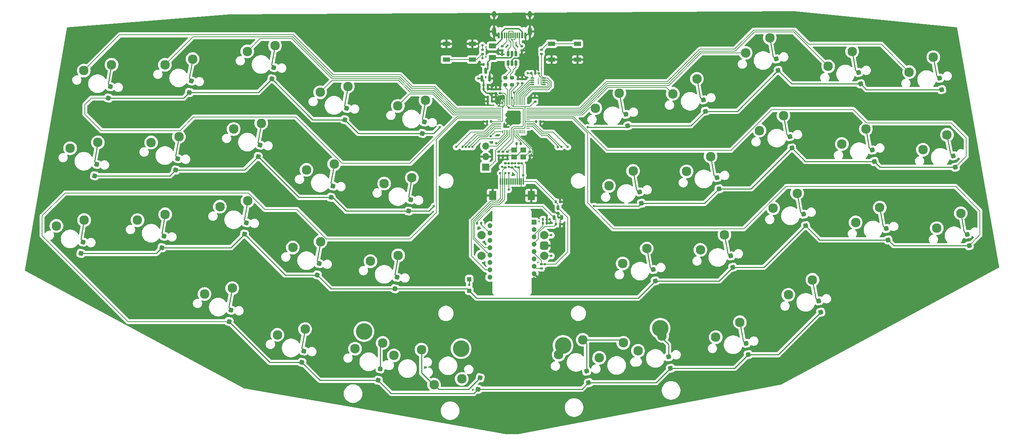
<source format=gbr>
%TF.GenerationSoftware,KiCad,Pcbnew,8.0.8*%
%TF.CreationDate,2025-05-06T21:02:24+02:00*%
%TF.ProjectId,Le Chisoffre,4c652043-6869-4736-9f66-6672652e6b69,rev?*%
%TF.SameCoordinates,Original*%
%TF.FileFunction,Copper,L2,Bot*%
%TF.FilePolarity,Positive*%
%FSLAX46Y46*%
G04 Gerber Fmt 4.6, Leading zero omitted, Abs format (unit mm)*
G04 Created by KiCad (PCBNEW 8.0.8) date 2025-05-06 21:02:24*
%MOMM*%
%LPD*%
G01*
G04 APERTURE LIST*
G04 Aperture macros list*
%AMRoundRect*
0 Rectangle with rounded corners*
0 $1 Rounding radius*
0 $2 $3 $4 $5 $6 $7 $8 $9 X,Y pos of 4 corners*
0 Add a 4 corners polygon primitive as box body*
4,1,4,$2,$3,$4,$5,$6,$7,$8,$9,$2,$3,0*
0 Add four circle primitives for the rounded corners*
1,1,$1+$1,$2,$3*
1,1,$1+$1,$4,$5*
1,1,$1+$1,$6,$7*
1,1,$1+$1,$8,$9*
0 Add four rect primitives between the rounded corners*
20,1,$1+$1,$2,$3,$4,$5,0*
20,1,$1+$1,$4,$5,$6,$7,0*
20,1,$1+$1,$6,$7,$8,$9,0*
20,1,$1+$1,$8,$9,$2,$3,0*%
G04 Aperture macros list end*
%TA.AperFunction,ComponentPad*%
%ADD10C,2.300000*%
%TD*%
%TA.AperFunction,ComponentPad*%
%ADD11C,2.000000*%
%TD*%
%TA.AperFunction,ComponentPad*%
%ADD12RoundRect,0.500000X0.500000X0.500000X-0.500000X0.500000X-0.500000X-0.500000X0.500000X-0.500000X0*%
%TD*%
%TA.AperFunction,ComponentPad*%
%ADD13C,4.000000*%
%TD*%
%TA.AperFunction,SMDPad,CuDef*%
%ADD14RoundRect,0.250000X0.347537X-0.243348X0.243348X0.347537X-0.347537X0.243348X-0.243348X-0.347537X0*%
%TD*%
%TA.AperFunction,SMDPad,CuDef*%
%ADD15RoundRect,0.140000X0.170000X-0.140000X0.170000X0.140000X-0.170000X0.140000X-0.170000X-0.140000X0*%
%TD*%
%TA.AperFunction,SMDPad,CuDef*%
%ADD16RoundRect,0.250000X0.243348X-0.347537X0.347537X0.243348X-0.243348X0.347537X-0.347537X-0.243348X0*%
%TD*%
%TA.AperFunction,SMDPad,CuDef*%
%ADD17RoundRect,0.200000X-0.275000X0.200000X-0.275000X-0.200000X0.275000X-0.200000X0.275000X0.200000X0*%
%TD*%
%TA.AperFunction,SMDPad,CuDef*%
%ADD18RoundRect,0.250000X0.300000X-0.300000X0.300000X0.300000X-0.300000X0.300000X-0.300000X-0.300000X0*%
%TD*%
%TA.AperFunction,SMDPad,CuDef*%
%ADD19R,0.900000X0.300000*%
%TD*%
%TA.AperFunction,SMDPad,CuDef*%
%ADD20R,0.250000X1.650000*%
%TD*%
%TA.AperFunction,SMDPad,CuDef*%
%ADD21R,0.600000X1.450000*%
%TD*%
%TA.AperFunction,SMDPad,CuDef*%
%ADD22R,0.300000X1.450000*%
%TD*%
%TA.AperFunction,HeatsinkPad*%
%ADD23O,1.000000X1.600000*%
%TD*%
%TA.AperFunction,HeatsinkPad*%
%ADD24O,1.000000X2.100000*%
%TD*%
%TA.AperFunction,SMDPad,CuDef*%
%ADD25RoundRect,0.250000X-0.625000X0.375000X-0.625000X-0.375000X0.625000X-0.375000X0.625000X0.375000X0*%
%TD*%
%TA.AperFunction,SMDPad,CuDef*%
%ADD26RoundRect,0.140000X-0.140000X-0.170000X0.140000X-0.170000X0.140000X0.170000X-0.140000X0.170000X0*%
%TD*%
%TA.AperFunction,SMDPad,CuDef*%
%ADD27RoundRect,0.135000X0.135000X0.185000X-0.135000X0.185000X-0.135000X-0.185000X0.135000X-0.185000X0*%
%TD*%
%TA.AperFunction,SMDPad,CuDef*%
%ADD28RoundRect,0.150000X0.150000X-0.450000X0.150000X0.450000X-0.150000X0.450000X-0.150000X-0.450000X0*%
%TD*%
%TA.AperFunction,SMDPad,CuDef*%
%ADD29RoundRect,0.140000X0.140000X0.170000X-0.140000X0.170000X-0.140000X-0.170000X0.140000X-0.170000X0*%
%TD*%
%TA.AperFunction,SMDPad,CuDef*%
%ADD30RoundRect,0.050000X0.387500X0.050000X-0.387500X0.050000X-0.387500X-0.050000X0.387500X-0.050000X0*%
%TD*%
%TA.AperFunction,SMDPad,CuDef*%
%ADD31RoundRect,0.050000X0.050000X0.387500X-0.050000X0.387500X-0.050000X-0.387500X0.050000X-0.387500X0*%
%TD*%
%TA.AperFunction,ComponentPad*%
%ADD32C,0.600000*%
%TD*%
%TA.AperFunction,SMDPad,CuDef*%
%ADD33RoundRect,0.144000X1.456000X1.456000X-1.456000X1.456000X-1.456000X-1.456000X1.456000X-1.456000X0*%
%TD*%
%TA.AperFunction,SMDPad,CuDef*%
%ADD34R,1.700000X1.000000*%
%TD*%
%TA.AperFunction,SMDPad,CuDef*%
%ADD35RoundRect,0.135000X-0.185000X0.135000X-0.185000X-0.135000X0.185000X-0.135000X0.185000X0.135000X0*%
%TD*%
%TA.AperFunction,SMDPad,CuDef*%
%ADD36RoundRect,0.150000X0.150000X-0.512500X0.150000X0.512500X-0.150000X0.512500X-0.150000X-0.512500X0*%
%TD*%
%TA.AperFunction,SMDPad,CuDef*%
%ADD37RoundRect,0.135000X0.185000X-0.135000X0.185000X0.135000X-0.185000X0.135000X-0.185000X-0.135000X0*%
%TD*%
%TA.AperFunction,SMDPad,CuDef*%
%ADD38R,1.400000X1.200000*%
%TD*%
%TA.AperFunction,SMDPad,CuDef*%
%ADD39RoundRect,0.150000X0.150000X-0.587500X0.150000X0.587500X-0.150000X0.587500X-0.150000X-0.587500X0*%
%TD*%
%TA.AperFunction,SMDPad,CuDef*%
%ADD40RoundRect,0.140000X-0.170000X0.140000X-0.170000X-0.140000X0.170000X-0.140000X0.170000X0.140000X0*%
%TD*%
%TA.AperFunction,SMDPad,CuDef*%
%ADD41R,0.300000X1.600000*%
%TD*%
%TA.AperFunction,SMDPad,CuDef*%
%ADD42R,1.800000X2.200000*%
%TD*%
%TA.AperFunction,ComponentPad*%
%ADD43R,1.700000X1.700000*%
%TD*%
%TA.AperFunction,ComponentPad*%
%ADD44O,1.700000X1.700000*%
%TD*%
%TA.AperFunction,SMDPad,CuDef*%
%ADD45RoundRect,0.135000X-0.135000X-0.185000X0.135000X-0.185000X0.135000X0.185000X-0.135000X0.185000X0*%
%TD*%
%TA.AperFunction,ComponentPad*%
%ADD46R,1.200000X1.200000*%
%TD*%
%TA.AperFunction,ComponentPad*%
%ADD47C,1.200000*%
%TD*%
%TA.AperFunction,ViaPad*%
%ADD48C,0.600000*%
%TD*%
%TA.AperFunction,Conductor*%
%ADD49C,0.200000*%
%TD*%
%TA.AperFunction,Conductor*%
%ADD50C,0.250000*%
%TD*%
%TA.AperFunction,Conductor*%
%ADD51C,0.380000*%
%TD*%
G04 APERTURE END LIST*
D10*
%TO.P,MX17,1,1*%
%TO.N,COL6*%
X192988251Y-70984359D03*
%TO.P,MX17,2,2*%
%TO.N,Net-(D17-A)*%
X198800714Y-67380281D03*
%TD*%
%TO.P,MX28,1,1*%
%TO.N,COL7*%
X213899037Y-79870742D03*
%TO.P,MX28,2,2*%
%TO.N,Net-(D28-A)*%
X219711500Y-76266664D03*
%TD*%
%TO.P,MX25,1,1*%
%TO.N,COL4*%
X116623350Y-92683345D03*
%TO.P,MX25,2,2*%
%TO.N,Net-(D25-A)*%
X123317945Y-91284599D03*
%TD*%
%TO.P,MX20,1,1*%
%TO.N,COL9*%
X250097013Y-65750512D03*
%TO.P,MX20,2,2*%
%TO.N,Net-(D20-A)*%
X255909476Y-62146434D03*
%TD*%
%TO.P,MX35,1,1*%
%TO.N,COL7*%
X200050826Y-111038213D03*
%TO.P,MX35,2,2*%
%TO.N,Net-(D35-A)*%
X205863289Y-107434135D03*
%TD*%
%TO.P,MX9,1,1*%
%TO.N,COL8*%
X227201428Y-45607775D03*
%TO.P,MX9,2,2*%
%TO.N,Net-(D9-A)*%
X233013891Y-42003697D03*
%TD*%
D11*
%TO.P,SW2,A,A*%
%TO.N,rot_a*%
X158612500Y-91400000D03*
%TO.P,SW2,B,B*%
%TO.N,rot_b*%
X158612500Y-86400000D03*
D12*
%TO.P,SW2,C,C*%
%TO.N,GND*%
X158612500Y-88900000D03*
D11*
%TO.P,SW2,S1,S1*%
%TO.N,Net-(D41-A)*%
X143412500Y-86400000D03*
%TO.P,SW2,S2,S2*%
%TO.N,COL10*%
X143412500Y-91400000D03*
%TD*%
D10*
%TO.P,MX8,1,1*%
%TO.N,COL7*%
X207283042Y-42349567D03*
%TO.P,MX8,2,2*%
%TO.N,Net-(D8-A)*%
X213095505Y-38745489D03*
%TD*%
%TO.P,MX24,1,1*%
%TO.N,COL3*%
X97862762Y-89375347D03*
%TO.P,MX24,2,2*%
%TO.N,Net-(D24-A)*%
X104557357Y-87976601D03*
%TD*%
%TO.P,MX39,1,1*%
%TO.N,COL5*%
X162106997Y-115290847D03*
%TO.P,MX39,2,2*%
%TO.N,Net-(D39-A)*%
X167919460Y-111686769D03*
%TD*%
%TO.P,MX11,1,1*%
%TO.N,COL0*%
X44061997Y-65380913D03*
%TO.P,MX11,2,2*%
%TO.N,Net-(D11-A)*%
X50756592Y-63982167D03*
%TD*%
%TO.P,MX15,1,1*%
%TO.N,COL4*%
X119931348Y-73922757D03*
%TO.P,MX15,2,2*%
%TO.N,Net-(D15-A)*%
X126625943Y-72524011D03*
%TD*%
%TO.P,MX26,1,1*%
%TO.N,COL5*%
X177568741Y-93240550D03*
%TO.P,MX26,2,2*%
%TO.N,Net-(D26-A)*%
X183381204Y-89636472D03*
%TD*%
%TO.P,MX19,1,1*%
%TO.N,COL8*%
X230509426Y-64368363D03*
%TO.P,MX19,2,2*%
%TO.N,Net-(D19-A)*%
X236321889Y-60764285D03*
%TD*%
%TO.P,MX38,1,1*%
%TO.N,COL4*%
X138679526Y-121114073D03*
%TO.P,MX38,2,2*%
%TO.N,Net-(D38-A)*%
X131984931Y-122512819D03*
%TD*%
%TO.P,MX37,1,1*%
%TO.N,COL3*%
X112883337Y-113825127D03*
%TO.P,MX37,2,2*%
%TO.N,Net-(D37-A)*%
X119577932Y-112426381D03*
%TD*%
%TO.P,MX6,1,1*%
%TO.N,COL5*%
X170952745Y-55719375D03*
%TO.P,MX6,2,2*%
%TO.N,Net-(D6-A)*%
X176765208Y-52115297D03*
%TD*%
%TO.P,MX5,1,1*%
%TO.N,COL4*%
X123239345Y-55162170D03*
%TO.P,MX5,2,2*%
%TO.N,Net-(D5-A)*%
X129933940Y-53763424D03*
%TD*%
%TO.P,MX12,1,1*%
%TO.N,COL1*%
X63649584Y-63998764D03*
%TO.P,MX12,2,2*%
%TO.N,Net-(D12-A)*%
X70344179Y-62600018D03*
%TD*%
%TO.P,MX23,1,1*%
%TO.N,COL2*%
X80259974Y-79501144D03*
%TO.P,MX23,2,2*%
%TO.N,Net-(D23-A)*%
X86954569Y-78102398D03*
%TD*%
%TO.P,MX29,1,1*%
%TO.N,COL8*%
X233850504Y-83316557D03*
%TO.P,MX29,2,2*%
%TO.N,Net-(D29-A)*%
X239662967Y-79712479D03*
%TD*%
%TO.P,MX14,1,1*%
%TO.N,COL3*%
X101170760Y-70614760D03*
%TO.P,MX14,2,2*%
%TO.N,Net-(D14-A)*%
X107865355Y-69216014D03*
%TD*%
D13*
%TO.P,S2,*%
%TO.N,*%
X186611552Y-108905707D03*
X163160817Y-113040704D03*
%TD*%
D10*
%TO.P,MX2,1,1*%
%TO.N,COL1*%
X66957582Y-45238176D03*
%TO.P,MX2,2,2*%
%TO.N,Net-(D2-A)*%
X73652177Y-43839430D03*
%TD*%
%TO.P,MX3,1,1*%
%TO.N,COL2*%
X86875969Y-41979969D03*
%TO.P,MX3,2,2*%
%TO.N,Net-(D3-A)*%
X93570564Y-40581223D03*
%TD*%
%TO.P,MX30,1,1*%
%TO.N,COL9*%
X253438091Y-84698706D03*
%TO.P,MX30,2,2*%
%TO.N,Net-(D30-A)*%
X259250554Y-81094628D03*
%TD*%
%TO.P,MX7,1,1*%
%TO.N,COL6*%
X189680253Y-52223771D03*
%TO.P,MX7,2,2*%
%TO.N,Net-(D7-A)*%
X195492716Y-48619693D03*
%TD*%
%TO.P,MX22,1,1*%
%TO.N,COL1*%
X60341587Y-82759352D03*
%TO.P,MX22,2,2*%
%TO.N,Net-(D22-A)*%
X67036182Y-81360606D03*
%TD*%
%TO.P,MX36,1,1*%
%TO.N,COL8*%
X217587455Y-100788798D03*
%TO.P,MX36,2,2*%
%TO.N,Net-(D36-A)*%
X223399918Y-97184720D03*
%TD*%
%TO.P,MX34,1,1*%
%TO.N,COL5*%
X171905933Y-116012276D03*
%TO.P,MX34,2,2*%
%TO.N,Net-(D39-A)*%
X177718396Y-112408198D03*
%TD*%
%TO.P,MX31,1,1*%
%TO.N,COL1*%
X76538476Y-100606805D03*
%TO.P,MX31,2,2*%
%TO.N,Net-(D31-A)*%
X83233071Y-99208059D03*
%TD*%
%TO.P,MX21,1,1*%
%TO.N,COL0*%
X40753999Y-84141501D03*
%TO.P,MX21,2,2*%
%TO.N,Net-(D21-A)*%
X47448594Y-82742755D03*
%TD*%
%TO.P,MX10,1,1*%
%TO.N,COL9*%
X246789016Y-46989925D03*
%TO.P,MX10,2,2*%
%TO.N,Net-(D10-A)*%
X252601479Y-43385847D03*
%TD*%
%TO.P,MX33,1,1*%
%TO.N,COL4*%
X122271985Y-115457346D03*
%TO.P,MX33,2,2*%
%TO.N,Net-(D38-A)*%
X128966580Y-114058600D03*
%TD*%
%TO.P,MX4,1,1*%
%TO.N,COL3*%
X104478758Y-51854172D03*
%TO.P,MX4,2,2*%
%TO.N,Net-(D4-A)*%
X111173353Y-50455426D03*
%TD*%
%TO.P,MX32,1,1*%
%TO.N,COL2*%
X94141265Y-110481009D03*
%TO.P,MX32,2,2*%
%TO.N,Net-(D32-A)*%
X100835860Y-109082263D03*
%TD*%
D13*
%TO.P,S1,*%
%TO.N,*%
X138521336Y-113808973D03*
X115070601Y-109673976D03*
%TD*%
D10*
%TO.P,MX13,1,1*%
%TO.N,COL2*%
X83567971Y-60740556D03*
%TO.P,MX13,2,2*%
%TO.N,Net-(D13-A)*%
X90262566Y-59341810D03*
%TD*%
%TO.P,MX40,1,1*%
%TO.N,COL6*%
X181281084Y-114327923D03*
%TO.P,MX40,2,2*%
%TO.N,Net-(D40-A)*%
X187093547Y-110723845D03*
%TD*%
%TO.P,MX16,1,1*%
%TO.N,COL5*%
X174260743Y-74479962D03*
%TO.P,MX16,2,2*%
%TO.N,Net-(D16-A)*%
X180073206Y-70875884D03*
%TD*%
%TO.P,MX1,1,1*%
%TO.N,COL0*%
X47369995Y-46620326D03*
%TO.P,MX1,2,2*%
%TO.N,Net-(D1-A)*%
X54064590Y-45221580D03*
%TD*%
%TO.P,MX18,1,1*%
%TO.N,COL7*%
X210591039Y-61110154D03*
%TO.P,MX18,2,2*%
%TO.N,Net-(D18-A)*%
X216403502Y-57506076D03*
%TD*%
%TO.P,MX27,1,1*%
%TO.N,COL6*%
X196329329Y-89932552D03*
%TO.P,MX27,2,2*%
%TO.N,Net-(D27-A)*%
X202141792Y-86328474D03*
%TD*%
D14*
%TO.P,D28,1,K*%
%TO.N,ROW2*%
X221737759Y-84101334D03*
%TO.P,D28,2,A*%
%TO.N,Net-(D28-A)*%
X221251545Y-81343872D03*
%TD*%
%TO.P,D35,1,K*%
%TO.N,ROW3*%
X207889548Y-115268805D03*
%TO.P,D35,2,A*%
%TO.N,Net-(D35-A)*%
X207403334Y-112511343D03*
%TD*%
D15*
%TO.P,C15,1*%
%TO.N,+3V3*%
X156368750Y-54141250D03*
%TO.P,C15,2*%
%TO.N,GND*%
X156368750Y-53181250D03*
%TD*%
D14*
%TO.P,D16,1,K*%
%TO.N,ROW1*%
X182099465Y-78710554D03*
%TO.P,D16,2,A*%
%TO.N,Net-(D16-A)*%
X181613251Y-75953092D03*
%TD*%
D16*
%TO.P,D32,1,K*%
%TO.N,ROW3*%
X100060307Y-117137466D03*
%TO.P,D32,2,A*%
%TO.N,Net-(D32-A)*%
X100546521Y-114380004D03*
%TD*%
D17*
%TO.P,R7,1*%
%TO.N,D_P*%
X150812500Y-48387500D03*
%TO.P,R7,2*%
%TO.N,/D_+*%
X150812500Y-50037500D03*
%TD*%
D14*
%TO.P,D40,1,K*%
%TO.N,ROW3*%
X189119806Y-118558515D03*
%TO.P,D40,2,A*%
%TO.N,Net-(D40-A)*%
X188633592Y-115801053D03*
%TD*%
%TO.P,D27,1,K*%
%TO.N,ROW2*%
X204168051Y-94163144D03*
%TO.P,D27,2,A*%
%TO.N,Net-(D27-A)*%
X203681837Y-91405682D03*
%TD*%
D16*
%TO.P,D25,1,K*%
%TO.N,ROW2*%
X122542392Y-99339802D03*
%TO.P,D25,2,A*%
%TO.N,Net-(D25-A)*%
X123028606Y-96582340D03*
%TD*%
D17*
%TO.P,R8,1*%
%TO.N,D_N*%
X149225000Y-48387500D03*
%TO.P,R8,2*%
%TO.N,/D_-*%
X149225000Y-50037500D03*
%TD*%
D16*
%TO.P,D2,1,K*%
%TO.N,ROW0*%
X72876624Y-51894633D03*
%TO.P,D2,2,A*%
%TO.N,Net-(D2-A)*%
X73362838Y-49137171D03*
%TD*%
%TO.P,D4,1,K*%
%TO.N,ROW0*%
X110397800Y-58510629D03*
%TO.P,D4,2,A*%
%TO.N,Net-(D4-A)*%
X110884014Y-55753167D03*
%TD*%
%TO.P,D11,1,K*%
%TO.N,ROW1*%
X49981039Y-72037370D03*
%TO.P,D11,2,A*%
%TO.N,Net-(D11-A)*%
X50467253Y-69279908D03*
%TD*%
D15*
%TO.P,C4,1*%
%TO.N,+1V1*%
X147968732Y-52116199D03*
%TO.P,C4,2*%
%TO.N,GND*%
X147968732Y-51156199D03*
%TD*%
D18*
%TO.P,D41,1,K*%
%TO.N,ROW2*%
X140493750Y-99825000D03*
%TO.P,D41,2,A*%
%TO.N,Net-(D41-A)*%
X140493750Y-97025000D03*
%TD*%
D16*
%TO.P,D31,1,K*%
%TO.N,ROW3*%
X82457518Y-107263262D03*
%TO.P,D31,2,A*%
%TO.N,Net-(D31-A)*%
X82943732Y-104505800D03*
%TD*%
D19*
%TO.P,IC1,1,~{CS}*%
%TO.N,/QSPI_SS*%
X158562500Y-48462500D03*
%TO.P,IC1,2,DO_IO1*%
%TO.N,/QSPI_SD1*%
X158562500Y-48962500D03*
%TO.P,IC1,3,~{WP_IO2}*%
%TO.N,/QSPI_SD2*%
X158562500Y-49462500D03*
%TO.P,IC1,4,GND*%
%TO.N,GND*%
X158562500Y-49962500D03*
%TO.P,IC1,5,DI_IO0*%
%TO.N,/QSPI_SD0*%
X155762500Y-49962500D03*
%TO.P,IC1,6,CLK*%
%TO.N,/QSPI_SCLK*%
X155762500Y-49462500D03*
%TO.P,IC1,7,~{RESET_IO3}*%
%TO.N,/QSPI_SD3*%
X155762500Y-48962500D03*
%TO.P,IC1,8,VCC*%
%TO.N,+3V3*%
X155762500Y-48462500D03*
D20*
%TO.P,IC1,9,EP*%
%TO.N,unconnected-(IC1-EP-Pad9)*%
X157162500Y-49212500D03*
%TD*%
D14*
%TO.P,D10,1,K*%
%TO.N,ROW0*%
X254627738Y-51220517D03*
%TO.P,D10,2,A*%
%TO.N,Net-(D10-A)*%
X254141524Y-48463055D03*
%TD*%
%TO.P,D8,1,K*%
%TO.N,ROW0*%
X215121764Y-46580159D03*
%TO.P,D8,2,A*%
%TO.N,Net-(D8-A)*%
X214635550Y-43822697D03*
%TD*%
D21*
%TO.P,J1,A1,GND*%
%TO.N,GND*%
X147562500Y-38100000D03*
%TO.P,J1,A4,VBUS*%
%TO.N,VBUS*%
X148362500Y-38100000D03*
D22*
%TO.P,J1,A5,CC1*%
%TO.N,/CC1*%
X149562500Y-38100000D03*
%TO.P,J1,A6,D+*%
%TO.N,D_USB_P*%
X150562500Y-38100000D03*
%TO.P,J1,A7,D-*%
%TO.N,D_USB_N*%
X151062500Y-38100000D03*
%TO.P,J1,A8,SBU1*%
%TO.N,unconnected-(J1-SBU1-PadA8)*%
X152062500Y-38100000D03*
D21*
%TO.P,J1,A9,VBUS*%
%TO.N,VBUS*%
X153262500Y-38100000D03*
%TO.P,J1,A12,GND*%
%TO.N,GND*%
X154062500Y-38100000D03*
%TO.P,J1,B1,GND*%
X154062500Y-38100000D03*
%TO.P,J1,B4,VBUS*%
%TO.N,VBUS*%
X153262500Y-38100000D03*
D22*
%TO.P,J1,B5,CC2*%
%TO.N,/CC2*%
X152562500Y-38100000D03*
%TO.P,J1,B6,D+*%
%TO.N,D_USB_P*%
X151562500Y-38100000D03*
%TO.P,J1,B7,D-*%
%TO.N,D_USB_N*%
X150062500Y-38100000D03*
%TO.P,J1,B8,SBU2*%
%TO.N,unconnected-(J1-SBU2-PadB8)*%
X149062500Y-38100000D03*
D21*
%TO.P,J1,B9,VBUS*%
%TO.N,VBUS*%
X148362500Y-38100000D03*
%TO.P,J1,B12,GND*%
%TO.N,GND*%
X147562500Y-38100000D03*
D23*
%TO.P,J1,S1,SHIELD*%
X146492500Y-33005000D03*
D24*
X146492500Y-37185000D03*
D23*
X155132500Y-33005000D03*
D24*
X155132500Y-37185000D03*
%TD*%
D14*
%TO.P,D39,1,K*%
%TO.N,ROW3*%
X169311857Y-122028731D03*
%TO.P,D39,2,A*%
%TO.N,Net-(D39-A)*%
X168825643Y-119271269D03*
%TD*%
D25*
%TO.P,F1,1*%
%TO.N,VBUS*%
X146050000Y-40668750D03*
%TO.P,F1,2*%
%TO.N,+5V*%
X146050000Y-43468750D03*
%TD*%
D14*
%TO.P,D6,1,K*%
%TO.N,ROW0*%
X178791467Y-59949967D03*
%TO.P,D6,2,A*%
%TO.N,Net-(D6-A)*%
X178305253Y-57192505D03*
%TD*%
D26*
%TO.P,C16,1*%
%TO.N,GND*%
X143982500Y-45143750D03*
%TO.P,C16,2*%
%TO.N,+5V*%
X144942500Y-45143750D03*
%TD*%
D27*
%TO.P,R10,1*%
%TO.N,Net-(U5-LED_P)*%
X143385000Y-83543750D03*
%TO.P,R10,2*%
%TO.N,+2V*%
X142365000Y-83543750D03*
%TD*%
D14*
%TO.P,D18,1,K*%
%TO.N,ROW1*%
X218429761Y-65340746D03*
%TO.P,D18,2,A*%
%TO.N,Net-(D18-A)*%
X217943547Y-62583284D03*
%TD*%
D16*
%TO.P,D15,1,K*%
%TO.N,ROW1*%
X125850390Y-80579214D03*
%TO.P,D15,2,A*%
%TO.N,Net-(D15-A)*%
X126336604Y-77821752D03*
%TD*%
D28*
%TO.P,U4,1,GND*%
%TO.N,GND*%
X162875000Y-82162500D03*
%TO.P,U4,2,VO*%
%TO.N,+2V*%
X160975000Y-82162500D03*
%TO.P,U4,3,VI*%
%TO.N,+3V3*%
X161925000Y-79762500D03*
%TD*%
D29*
%TO.P,C20,1*%
%TO.N,GND*%
X162405248Y-78331937D03*
%TO.P,C20,2*%
%TO.N,+3V3*%
X161445248Y-78331937D03*
%TD*%
D30*
%TO.P,U3,1,IOVDD*%
%TO.N,+3V3*%
X154680000Y-55343750D03*
%TO.P,U3,2,GPIO0*%
%TO.N,COL9*%
X154680000Y-55743750D03*
%TO.P,U3,3,GPIO1*%
%TO.N,COL8*%
X154680000Y-56143750D03*
%TO.P,U3,4,GPIO2*%
%TO.N,COL7*%
X154680000Y-56543750D03*
%TO.P,U3,5,GPIO3*%
%TO.N,COL6*%
X154680000Y-56943750D03*
%TO.P,U3,6,GPIO4*%
%TO.N,COL5*%
X154680000Y-57343750D03*
%TO.P,U3,7,GPIO5*%
%TO.N,ROW1*%
X154680000Y-57743750D03*
%TO.P,U3,8,GPIO6*%
%TO.N,ROW2*%
X154680000Y-58143750D03*
%TO.P,U3,9,GPIO7*%
%TO.N,/GPIO7*%
X154680000Y-58543750D03*
%TO.P,U3,10,IOVDD*%
%TO.N,+3V3*%
X154680000Y-58943750D03*
%TO.P,U3,11,GPIO8*%
%TO.N,COL10*%
X154680000Y-59343750D03*
%TO.P,U3,12,GPIO9*%
%TO.N,rot_a*%
X154680000Y-59743750D03*
%TO.P,U3,13,GPIO10*%
%TO.N,rot_b*%
X154680000Y-60143750D03*
%TO.P,U3,14,GPIO11*%
%TO.N,/GPIO11*%
X154680000Y-60543750D03*
D31*
%TO.P,U3,15,GPIO12*%
%TO.N,/GPIO12*%
X153842500Y-61381250D03*
%TO.P,U3,16,GPIO13*%
%TO.N,/GPIO13*%
X153442500Y-61381250D03*
%TO.P,U3,17,GPIO14*%
%TO.N,/GPIO14*%
X153042500Y-61381250D03*
%TO.P,U3,18,GPIO15*%
%TO.N,/GPIO15*%
X152642500Y-61381250D03*
%TO.P,U3,19,TESTEN*%
%TO.N,GND*%
X152242500Y-61381250D03*
%TO.P,U3,20,XTAL_IN*%
%TO.N,XTAL_IN*%
X151842500Y-61381250D03*
%TO.P,U3,21,XTAL_OUT*%
%TO.N,XTAL_OUT*%
X151442500Y-61381250D03*
%TO.P,U3,22,IOVDD*%
%TO.N,+3V3*%
X151042500Y-61381250D03*
%TO.P,U3,23,DVDD*%
%TO.N,+1V1*%
X150642500Y-61381250D03*
%TO.P,U3,24,SWCLK*%
%TO.N,SWCLK*%
X150242500Y-61381250D03*
%TO.P,U3,25,SWDIO*%
%TO.N,SWD*%
X149842500Y-61381250D03*
%TO.P,U3,26,~{RUN}*%
%TO.N,~{RESET}*%
X149442500Y-61381250D03*
%TO.P,U3,27,GPIO16*%
%TO.N,SDA*%
X149042500Y-61381250D03*
%TO.P,U3,28,GPIO17*%
%TO.N,SCL*%
X148642500Y-61381250D03*
D30*
%TO.P,U3,29,GPIO18*%
%TO.N,SCK*%
X147805000Y-60543750D03*
%TO.P,U3,30,GPIO19*%
%TO.N,MOSI*%
X147805000Y-60143750D03*
%TO.P,U3,31,GPIO20*%
%TO.N,MISO*%
X147805000Y-59743750D03*
%TO.P,U3,32,GPIO21*%
%TO.N,CS*%
X147805000Y-59343750D03*
%TO.P,U3,33,IOVDD*%
%TO.N,+3V3*%
X147805000Y-58943750D03*
%TO.P,U3,34,GPIO22*%
%TO.N,/GPIO22*%
X147805000Y-58543750D03*
%TO.P,U3,35,GPIO23*%
%TO.N,ROW3*%
X147805000Y-58143750D03*
%TO.P,U3,36,GPIO24*%
%TO.N,ROW0*%
X147805000Y-57743750D03*
%TO.P,U3,37,GPIO25*%
%TO.N,COL4*%
X147805000Y-57343750D03*
%TO.P,U3,38,GPIO26/ADC0*%
%TO.N,COL3*%
X147805000Y-56943750D03*
%TO.P,U3,39,GPIO27/ADC1*%
%TO.N,COL2*%
X147805000Y-56543750D03*
%TO.P,U3,40,GPIO28/ADC2*%
%TO.N,COL1*%
X147805000Y-56143750D03*
%TO.P,U3,41,GPIO29/ADC3*%
%TO.N,COL0*%
X147805000Y-55743750D03*
%TO.P,U3,42,IOVDD*%
%TO.N,+3V3*%
X147805000Y-55343750D03*
D31*
%TO.P,U3,43,ADC_AVDD*%
X148642500Y-54506250D03*
%TO.P,U3,44,VREG_VIN*%
X149042500Y-54506250D03*
%TO.P,U3,45,VREG_VOUT*%
%TO.N,+1V1*%
X149442500Y-54506250D03*
%TO.P,U3,46,D-*%
%TO.N,/D_-*%
X149842500Y-54506250D03*
%TO.P,U3,47,D+*%
%TO.N,/D_+*%
X150242500Y-54506250D03*
%TO.P,U3,48,USB_VDD*%
%TO.N,+3V3*%
X150642500Y-54506250D03*
%TO.P,U3,49,IOVDD*%
X151042500Y-54506250D03*
%TO.P,U3,50,DVDD*%
%TO.N,+1V1*%
X151442500Y-54506250D03*
%TO.P,U3,51,QSPI_SD3*%
%TO.N,/QSPI_SD3*%
X151842500Y-54506250D03*
%TO.P,U3,52,QSPI_SCLK*%
%TO.N,/QSPI_SCLK*%
X152242500Y-54506250D03*
%TO.P,U3,53,QSPI_SD0*%
%TO.N,/QSPI_SD0*%
X152642500Y-54506250D03*
%TO.P,U3,54,QSPI_SD2*%
%TO.N,/QSPI_SD2*%
X153042500Y-54506250D03*
%TO.P,U3,55,QSPI_SD1*%
%TO.N,/QSPI_SD1*%
X153442500Y-54506250D03*
%TO.P,U3,56,QSPI_SS_N*%
%TO.N,/QSPI_SS*%
X153842500Y-54506250D03*
D32*
%TO.P,U3,57,GND*%
%TO.N,GND*%
X152517500Y-59218750D03*
X152517500Y-57943750D03*
X152517500Y-56668750D03*
X151242500Y-59218750D03*
X151242500Y-57943750D03*
D33*
X151242500Y-57943750D03*
D32*
X151242500Y-56668750D03*
X149967500Y-59218750D03*
X149967500Y-57943750D03*
X149967500Y-56668750D03*
%TD*%
D29*
%TO.P,C11,1*%
%TO.N,+3V3*%
X145743796Y-58948805D03*
%TO.P,C11,2*%
%TO.N,GND*%
X144783796Y-58948805D03*
%TD*%
%TO.P,C19,1*%
%TO.N,GND*%
X159230000Y-83543750D03*
%TO.P,C19,2*%
%TO.N,Net-(U5-VDDPIX)*%
X158270000Y-83543750D03*
%TD*%
D14*
%TO.P,D36,1,K*%
%TO.N,ROW3*%
X225426177Y-105019390D03*
%TO.P,D36,2,A*%
%TO.N,Net-(D36-A)*%
X224939963Y-102261928D03*
%TD*%
%TO.P,D19,1,K*%
%TO.N,ROW1*%
X238348148Y-68598955D03*
%TO.P,D19,2,A*%
%TO.N,Net-(D19-A)*%
X237861934Y-65841493D03*
%TD*%
D16*
%TO.P,D38,1,K*%
%TO.N,ROW3*%
X142631893Y-123616231D03*
%TO.P,D38,2,A*%
%TO.N,Net-(D38-A)*%
X143118107Y-120858769D03*
%TD*%
D34*
%TO.P,SW1,1,1*%
%TO.N,GND*%
X160362500Y-43968750D03*
X166662500Y-43968750D03*
%TO.P,SW1,2,2*%
%TO.N,/~{USB_BOOT}*%
X160362500Y-40168750D03*
X166662500Y-40168750D03*
%TD*%
D35*
%TO.P,R12,1*%
%TO.N,+3V3*%
X152400000Y-69056250D03*
%TO.P,R12,2*%
%TO.N,SDA*%
X152400000Y-70076250D03*
%TD*%
D15*
%TO.P,C2,1*%
%TO.N,GND*%
X155127910Y-67155957D03*
%TO.P,C2,2*%
%TO.N,XTAL_IN*%
X155127910Y-66195957D03*
%TD*%
D29*
%TO.P,C17,1*%
%TO.N,GND*%
X144942500Y-51100000D03*
%TO.P,C17,2*%
%TO.N,+3V3*%
X143982500Y-51100000D03*
%TD*%
D14*
%TO.P,D7,1,K*%
%TO.N,ROW0*%
X197518975Y-56454363D03*
%TO.P,D7,2,A*%
%TO.N,Net-(D7-A)*%
X197032761Y-53696901D03*
%TD*%
D26*
%TO.P,C18,1*%
%TO.N,Net-(U5-VDDPIX)*%
X158270000Y-82550000D03*
%TO.P,C18,2*%
%TO.N,GND*%
X159230000Y-82550000D03*
%TD*%
D16*
%TO.P,D13,1,K*%
%TO.N,ROW1*%
X89487013Y-67397013D03*
%TO.P,D13,2,A*%
%TO.N,Net-(D13-A)*%
X89973227Y-64639551D03*
%TD*%
D14*
%TO.P,D17,1,K*%
%TO.N,ROW1*%
X200826973Y-75214951D03*
%TO.P,D17,2,A*%
%TO.N,Net-(D17-A)*%
X200340759Y-72457489D03*
%TD*%
D15*
%TO.P,C8,1*%
%TO.N,+3V3*%
X146940809Y-52126373D03*
%TO.P,C8,2*%
%TO.N,GND*%
X146940809Y-51166373D03*
%TD*%
D16*
%TO.P,D12,1,K*%
%TO.N,ROW1*%
X69568626Y-70655221D03*
%TO.P,D12,2,A*%
%TO.N,Net-(D12-A)*%
X70054840Y-67897759D03*
%TD*%
%TO.P,D1,1,K*%
%TO.N,ROW0*%
X53289037Y-53276783D03*
%TO.P,D1,2,A*%
%TO.N,Net-(D1-A)*%
X53775251Y-50519321D03*
%TD*%
D36*
%TO.P,U1,1,I/O1*%
%TO.N,D_P*%
X151762500Y-44793750D03*
%TO.P,U1,2,GND*%
%TO.N,GND*%
X150812500Y-44793750D03*
%TO.P,U1,3,I/O2*%
%TO.N,D_N*%
X149862500Y-44793750D03*
%TO.P,U1,4,I/O2*%
%TO.N,D_USB_N*%
X149862500Y-42518750D03*
%TO.P,U1,5,VBUS*%
%TO.N,+5V*%
X150812500Y-42518750D03*
%TO.P,U1,6,I/O1*%
%TO.N,D_USB_P*%
X151762500Y-42518750D03*
%TD*%
D35*
%TO.P,R13,1*%
%TO.N,+3V3*%
X150812500Y-69056250D03*
%TO.P,R13,2*%
%TO.N,SCL*%
X150812500Y-70076250D03*
%TD*%
D26*
%TO.P,C1,1*%
%TO.N,+3V3*%
X155482331Y-47306956D03*
%TO.P,C1,2*%
%TO.N,GND*%
X156442331Y-47306956D03*
%TD*%
D29*
%TO.P,C9,1*%
%TO.N,+3V3*%
X145954723Y-54044548D03*
%TO.P,C9,2*%
%TO.N,GND*%
X144994723Y-54044548D03*
%TD*%
D16*
%TO.P,D23,1,K*%
%TO.N,ROW2*%
X86179016Y-86157601D03*
%TO.P,D23,2,A*%
%TO.N,Net-(D23-A)*%
X86665230Y-83400139D03*
%TD*%
D35*
%TO.P,R3,1*%
%TO.N,/CC1*%
X148431250Y-40765000D03*
%TO.P,R3,2*%
%TO.N,GND*%
X148431250Y-41785000D03*
%TD*%
D26*
%TO.P,C12,1*%
%TO.N,+3V3*%
X156690046Y-58948805D03*
%TO.P,C12,2*%
%TO.N,GND*%
X157650046Y-58948805D03*
%TD*%
D14*
%TO.P,D29,1,K*%
%TO.N,ROW2*%
X241689226Y-87547149D03*
%TO.P,D29,2,A*%
%TO.N,Net-(D29-A)*%
X241203012Y-84789687D03*
%TD*%
D37*
%TO.P,R9,1*%
%TO.N,Net-(U5-NRESET)*%
X157956250Y-94456250D03*
%TO.P,R9,2*%
%TO.N,+3V3*%
X157956250Y-93436250D03*
%TD*%
D29*
%TO.P,C21,1*%
%TO.N,GND*%
X162405000Y-83743750D03*
%TO.P,C21,2*%
%TO.N,+2V*%
X161445000Y-83743750D03*
%TD*%
D38*
%TO.P,Y1,1,1*%
%TO.N,/XTAL_O*%
X151300000Y-65825000D03*
%TO.P,Y1,2,2*%
%TO.N,GND*%
X153500000Y-65825000D03*
%TO.P,Y1,3,3*%
%TO.N,XTAL_IN*%
X153500000Y-67525000D03*
%TO.P,Y1,4,4*%
%TO.N,GND*%
X151300000Y-67525000D03*
%TD*%
D34*
%TO.P,SWR1,1,A*%
%TO.N,GND*%
X141262500Y-40168750D03*
X134962500Y-40168750D03*
%TO.P,SWR1,2,B*%
%TO.N,~{RESET}*%
X141262500Y-43968750D03*
X134962500Y-43968750D03*
%TD*%
D29*
%TO.P,C14,1*%
%TO.N,+3V3*%
X145955013Y-52993014D03*
%TO.P,C14,2*%
%TO.N,GND*%
X144995013Y-52993014D03*
%TD*%
D16*
%TO.P,D21,1,K*%
%TO.N,ROW2*%
X46673041Y-90797958D03*
%TO.P,D21,2,A*%
%TO.N,Net-(D21-A)*%
X47159255Y-88040496D03*
%TD*%
%TO.P,D14,1,K*%
%TO.N,ROW1*%
X107089802Y-77271217D03*
%TO.P,D14,2,A*%
%TO.N,Net-(D14-A)*%
X107576016Y-74513755D03*
%TD*%
D35*
%TO.P,R5,1*%
%TO.N,+3V3*%
X143668750Y-41558750D03*
%TO.P,R5,2*%
%TO.N,~{RESET}*%
X143668750Y-42578750D03*
%TD*%
D16*
%TO.P,D22,1,K*%
%TO.N,ROW2*%
X66260629Y-89415809D03*
%TO.P,D22,2,A*%
%TO.N,Net-(D22-A)*%
X66746843Y-86658347D03*
%TD*%
D35*
%TO.P,R4,1*%
%TO.N,/CC2*%
X153193750Y-40765000D03*
%TO.P,R4,2*%
%TO.N,GND*%
X153193750Y-41785000D03*
%TD*%
D15*
%TO.P,C3,1*%
%TO.N,GND*%
X149682815Y-67155000D03*
%TO.P,C3,2*%
%TO.N,/XTAL_O*%
X149682815Y-66195000D03*
%TD*%
D14*
%TO.P,D26,1,K*%
%TO.N,ROW2*%
X185407463Y-97471142D03*
%TO.P,D26,2,A*%
%TO.N,Net-(D26-A)*%
X184921249Y-94713680D03*
%TD*%
D39*
%TO.P,U2,1,GND*%
%TO.N,GND*%
X145412500Y-48562500D03*
%TO.P,U2,2,VO*%
%TO.N,+3V3*%
X143512500Y-48562500D03*
%TO.P,U2,3,VI*%
%TO.N,+5V*%
X144462500Y-46687500D03*
%TD*%
D40*
%TO.P,C10,1*%
%TO.N,+3V3*%
X148609539Y-66212358D03*
%TO.P,C10,2*%
%TO.N,GND*%
X148609539Y-67172358D03*
%TD*%
D41*
%TO.P,J2,1,3V3*%
%TO.N,+3V3*%
X153562500Y-73406250D03*
%TO.P,J2,2,GND*%
%TO.N,GND*%
X153062500Y-73406250D03*
%TO.P,J2,3,SDA*%
%TO.N,SDA*%
X152562500Y-73406250D03*
%TO.P,J2,4,SCL*%
%TO.N,SCL*%
X152062500Y-73406250D03*
%TO.P,J2,5,BTN1*%
%TO.N,unconnected-(J2-BTN1-Pad5)*%
X151562500Y-73406250D03*
%TO.P,J2,6,BTN2*%
%TO.N,unconnected-(J2-BTN2-Pad6)*%
X151062500Y-73406250D03*
%TO.P,J2,7,BTN3*%
%TO.N,unconnected-(J2-BTN3-Pad7)*%
X150562500Y-73406250D03*
%TO.P,J2,8,MOSI*%
%TO.N,MOSI*%
X150062500Y-73406250D03*
%TO.P,J2,9,DR*%
%TO.N,unconnected-(J2-DR-Pad9)*%
X149562500Y-73406250D03*
%TO.P,J2,10,CS*%
%TO.N,CS*%
X149062500Y-73406250D03*
%TO.P,J2,11,MISO*%
%TO.N,MISO*%
X148562500Y-73406250D03*
%TO.P,J2,12,SCK*%
%TO.N,SCK*%
X148062500Y-73406250D03*
D42*
%TO.P,J2,MP*%
%TO.N,GND*%
X155462500Y-76806250D03*
X146162500Y-76806250D03*
%TD*%
D14*
%TO.P,D9,1,K*%
%TO.N,ROW0*%
X235040150Y-49838367D03*
%TO.P,D9,2,A*%
%TO.N,Net-(D9-A)*%
X234553936Y-47080905D03*
%TD*%
D16*
%TO.P,D24,1,K*%
%TO.N,ROW2*%
X103781804Y-96031804D03*
%TO.P,D24,2,A*%
%TO.N,Net-(D24-A)*%
X104268018Y-93274342D03*
%TD*%
D26*
%TO.P,C7,1*%
%TO.N,+3V3*%
X143982500Y-50106250D03*
%TO.P,C7,2*%
%TO.N,GND*%
X144942500Y-50106250D03*
%TD*%
D16*
%TO.P,D37,1,K*%
%TO.N,ROW3*%
X118491255Y-121466809D03*
%TO.P,D37,2,A*%
%TO.N,Net-(D37-A)*%
X118977469Y-118709347D03*
%TD*%
D43*
%TO.P,SWD1,1,Pin_1*%
%TO.N,SWCLK*%
X144462500Y-69993750D03*
D44*
%TO.P,SWD1,2,Pin_2*%
%TO.N,GND*%
X144462500Y-67453750D03*
%TO.P,SWD1,3,Pin_3*%
%TO.N,SWD*%
X144462500Y-64913750D03*
%TD*%
D16*
%TO.P,D5,1,K*%
%TO.N,ROW0*%
X129158387Y-61818627D03*
%TO.P,D5,2,A*%
%TO.N,Net-(D5-A)*%
X129644601Y-59061165D03*
%TD*%
D15*
%TO.P,C13,1*%
%TO.N,+3V3*%
X152221837Y-49690534D03*
%TO.P,C13,2*%
%TO.N,GND*%
X152221837Y-48730534D03*
%TD*%
D37*
%TO.P,R11,1*%
%TO.N,MISO*%
X149225000Y-70076250D03*
%TO.P,R11,2*%
%TO.N,+3V3*%
X149225000Y-69056250D03*
%TD*%
D45*
%TO.P,R6,1*%
%TO.N,/XTAL_O*%
X151890000Y-64293750D03*
%TO.P,R6,2*%
%TO.N,XTAL_OUT*%
X152910000Y-64293750D03*
%TD*%
D16*
%TO.P,D3,1,K*%
%TO.N,ROW0*%
X92795011Y-48636426D03*
%TO.P,D3,2,A*%
%TO.N,Net-(D3-A)*%
X93281225Y-45878964D03*
%TD*%
D40*
%TO.P,C6,1*%
%TO.N,+1V1*%
X147622780Y-66204935D03*
%TO.P,C6,2*%
%TO.N,GND*%
X147622780Y-67164935D03*
%TD*%
D14*
%TO.P,D20,1,K*%
%TO.N,ROW1*%
X257935735Y-69981104D03*
%TO.P,D20,2,A*%
%TO.N,Net-(D20-A)*%
X257449521Y-67223642D03*
%TD*%
D37*
%TO.P,R2,1*%
%TO.N,/QSPI_SS*%
X157956250Y-42578750D03*
%TO.P,R2,2*%
%TO.N,/~{USB_BOOT}*%
X157956250Y-41558750D03*
%TD*%
D46*
%TO.P,U5,1,NC*%
%TO.N,unconnected-(U5-NC-Pad1)*%
X156150243Y-83224438D03*
D47*
%TO.P,U5,2,NC*%
%TO.N,unconnected-(U5-NC-Pad2)*%
X156150243Y-85004438D03*
%TO.P,U5,3,VDDPIX*%
%TO.N,Net-(U5-VDDPIX)*%
X156150243Y-86784438D03*
%TO.P,U5,4,VDD*%
%TO.N,+2V*%
X156150243Y-88564438D03*
%TO.P,U5,5,VDDIO*%
%TO.N,+3V3*%
X156150243Y-90344438D03*
%TO.P,U5,6,NC*%
%TO.N,unconnected-(U5-NC-Pad6)*%
X156150243Y-92124438D03*
%TO.P,U5,7,NRESET*%
%TO.N,Net-(U5-NRESET)*%
X156150243Y-93904438D03*
%TO.P,U5,8,GND*%
%TO.N,GND*%
X156150243Y-95684438D03*
%TO.P,U5,9,MOTION*%
%TO.N,unconnected-(U5-MOTION-Pad9)*%
X145450243Y-96574438D03*
%TO.P,U5,10,SCLK*%
%TO.N,SCK*%
X145450243Y-94794438D03*
%TO.P,U5,11,MOSI*%
%TO.N,MOSI*%
X145450243Y-93014438D03*
%TO.P,U5,12,MISO*%
%TO.N,MISO*%
X145450243Y-91234438D03*
%TO.P,U5,13,NCS*%
%TO.N,CS*%
X145450243Y-89454438D03*
%TO.P,U5,14,NC*%
%TO.N,unconnected-(U5-NC-Pad14)*%
X145450243Y-87674438D03*
%TO.P,U5,15,LED_P*%
%TO.N,Net-(U5-LED_P)*%
X145450243Y-85894438D03*
%TO.P,U5,16,NC*%
%TO.N,unconnected-(U5-NC-Pad16)*%
X145450243Y-84114438D03*
%TD*%
D15*
%TO.P,C5,1*%
%TO.N,+1V1*%
X153293750Y-49692500D03*
%TO.P,C5,2*%
%TO.N,GND*%
X153293750Y-48732500D03*
%TD*%
D14*
%TO.P,D30,1,K*%
%TO.N,ROW2*%
X261276813Y-88929298D03*
%TO.P,D30,2,A*%
%TO.N,Net-(D30-A)*%
X260790599Y-86171836D03*
%TD*%
D48*
%TO.N,ROW0*%
X133350000Y-60325000D03*
X169068750Y-60325000D03*
%TO.N,ROW1*%
X170672707Y-79358543D03*
X131956250Y-79375000D03*
%TO.N,COL10*%
X164306250Y-65087500D03*
%TO.N,rot_b*%
X161888486Y-65117761D03*
X160337500Y-86400000D03*
%TO.N,rot_a*%
X162718750Y-65087500D03*
X160337500Y-91400000D03*
%TO.N,GND*%
X150812500Y-34131250D03*
X138112500Y-42068750D03*
X156152603Y-96798413D03*
X161925000Y-80962500D03*
X155126508Y-67990821D03*
X158422979Y-58946290D03*
X159922968Y-83541849D03*
X147624023Y-67990821D03*
X152221586Y-48005571D03*
X153193750Y-42862500D03*
X142875000Y-67468750D03*
X157298052Y-47296721D03*
X153296982Y-48022551D03*
X163512500Y-42068750D03*
X145736250Y-51100000D03*
X156368750Y-52387500D03*
X142961250Y-45143750D03*
X146939435Y-50330755D03*
X148615198Y-67990821D03*
X153198339Y-74985384D03*
X147969552Y-50368488D03*
X149691150Y-67990821D03*
X159956928Y-82540033D03*
X143970615Y-58951321D03*
X145736250Y-50106250D03*
X160337500Y-88900000D03*
X163134503Y-83744392D03*
X144285153Y-54049113D03*
X144277607Y-52996357D03*
X163150510Y-78324377D03*
X152400000Y-43656250D03*
X148431250Y-42862500D03*
X146530000Y-48562500D03*
%TO.N,+3V3*%
X142667403Y-48560289D03*
X153563535Y-71920484D03*
X143668750Y-40481250D03*
X151606250Y-69056250D03*
X147129264Y-52993014D03*
X150018750Y-69056250D03*
X158750000Y-93436250D03*
X154615223Y-47308041D03*
X153193750Y-69056250D03*
X150842500Y-53181250D03*
%TO.N,+1V1*%
X150018750Y-55562500D03*
X151288172Y-51921639D03*
%TO.N,~{RESET}*%
X143668750Y-43656250D03*
X147050000Y-64190454D03*
%TO.N,Net-(D41-A)*%
X140493750Y-98425000D03*
%TO.N,MISO*%
X138881238Y-65087500D03*
X148431250Y-69850000D03*
%TO.N,SDA*%
X141281247Y-65087500D03*
X151627292Y-69855976D03*
%TO.N,SCL*%
X150039792Y-69855976D03*
X145674320Y-62500000D03*
%TO.N,CS*%
X149225000Y-71437500D03*
X137318750Y-65087500D03*
%TO.N,SCK*%
X147962500Y-71437500D03*
X140481244Y-65087500D03*
%TO.N,MOSI*%
X150025003Y-71437500D03*
X139681241Y-65087500D03*
X150018750Y-75406250D03*
%TD*%
D49*
%TO.N,ROW3*%
X137684436Y-58143750D02*
X147805000Y-58143750D01*
X132556250Y-63271936D02*
X137684436Y-58143750D01*
X132556250Y-80962500D02*
X132556250Y-63271936D01*
X126206250Y-87312500D02*
X132556250Y-80962500D01*
X105979222Y-87312500D02*
X126206250Y-87312500D01*
X87138137Y-76200000D02*
X91106887Y-80168750D01*
X42862500Y-76200000D02*
X87138137Y-76200000D01*
X91106887Y-80168750D02*
X98835472Y-80168750D01*
X37306250Y-86518750D02*
X37306250Y-81756250D01*
X98835472Y-80168750D02*
X105979222Y-87312500D01*
X58050762Y-107263262D02*
X37306250Y-86518750D01*
X82457518Y-107263262D02*
X58050762Y-107263262D01*
X37306250Y-81756250D02*
X42862500Y-76200000D01*
D50*
%TO.N,ROW0*%
X194023371Y-59949967D02*
X197518975Y-56454363D01*
D49*
X137518750Y-57743750D02*
X126206250Y-69056250D01*
X98602117Y-57866810D02*
X73895690Y-57866810D01*
D50*
X131856373Y-61818627D02*
X133350000Y-60325000D01*
X113705798Y-61818627D02*
X129158387Y-61818627D01*
X178791467Y-59949967D02*
X194023371Y-59949967D01*
X178791467Y-59949967D02*
X178416434Y-60325000D01*
X236422300Y-51220517D02*
X254627738Y-51220517D01*
X197518975Y-56454363D02*
X205247560Y-56454363D01*
D49*
X47625000Y-54864283D02*
X49212500Y-53276783D01*
D50*
X71494474Y-53276783D02*
X72876624Y-51894633D01*
X169068750Y-60325000D02*
X178416434Y-60325000D01*
D49*
X49212500Y-53276783D02*
X53289037Y-53276783D01*
X98602117Y-57866810D02*
X109791556Y-69056250D01*
D50*
X235040150Y-49838367D02*
X236422300Y-51220517D01*
X110397800Y-58510629D02*
X113705798Y-61818627D01*
X218379972Y-49838367D02*
X235040150Y-49838367D01*
X215121764Y-46580159D02*
X218379972Y-49838367D01*
X102669214Y-58510629D02*
X110397800Y-58510629D01*
X72876624Y-51894633D02*
X89536804Y-51894633D01*
X53289037Y-53276783D02*
X71494474Y-53276783D01*
X205247560Y-56454363D02*
X215121764Y-46580159D01*
D49*
X51593750Y-61118750D02*
X47625000Y-57150000D01*
X47625000Y-57150000D02*
X47625000Y-54864283D01*
D50*
X92795011Y-48636426D02*
X102669214Y-58510629D01*
D49*
X147805000Y-57743750D02*
X137518750Y-57743750D01*
D50*
X89536804Y-51894633D02*
X92795011Y-48636426D01*
X129158387Y-61818627D02*
X131856373Y-61818627D01*
D49*
X73895690Y-57866810D02*
X70643750Y-61118750D01*
X70643750Y-61118750D02*
X51593750Y-61118750D01*
X126206250Y-69056250D02*
X109791556Y-69056250D01*
D50*
%TO.N,Net-(D1-A)*%
X54064590Y-45221580D02*
X53260164Y-49783701D01*
X53260164Y-49783701D02*
X53775251Y-50519321D01*
%TO.N,Net-(D2-A)*%
X72847751Y-48401550D02*
X73362838Y-49137171D01*
X73652177Y-43839430D02*
X72847751Y-48401550D01*
%TO.N,ROW1*%
X170689164Y-79375000D02*
X170672707Y-79358543D01*
X125850390Y-80579214D02*
X130752036Y-80579214D01*
X110741714Y-80579214D02*
X125850390Y-80579214D01*
X107089802Y-77271217D02*
X107433717Y-77271217D01*
X239730297Y-69981104D02*
X257935735Y-69981104D01*
X49981039Y-72037370D02*
X68186477Y-72037370D01*
D49*
X165638971Y-57743750D02*
X154680000Y-57743750D01*
D50*
X208555556Y-75214951D02*
X218429761Y-65340746D01*
X182099465Y-78710554D02*
X181435019Y-79375000D01*
X170689164Y-79375000D02*
X181435019Y-79375000D01*
D49*
X173800502Y-65905281D02*
X203709946Y-65905281D01*
D50*
X238348148Y-68598955D02*
X239730297Y-69981104D01*
X221687970Y-68598955D02*
X238348148Y-68598955D01*
X68186477Y-72037370D02*
X69568626Y-70655221D01*
X218429761Y-65340746D02*
X221687970Y-68598955D01*
X182099465Y-78710554D02*
X197331370Y-78710554D01*
X86228805Y-70655221D02*
X89487013Y-67397013D01*
X99361217Y-77271217D02*
X107089802Y-77271217D01*
D49*
X213584151Y-56031076D02*
X233279291Y-56031076D01*
X236537500Y-59289285D02*
X256933035Y-59289285D01*
D50*
X107433717Y-77271217D02*
X110741714Y-80579214D01*
X89487013Y-67397013D02*
X99361217Y-77271217D01*
D49*
X260543020Y-67373819D02*
X257935735Y-69981104D01*
X260543020Y-62899270D02*
X260543020Y-67373819D01*
X173800502Y-65905281D02*
X165638971Y-57743750D01*
X256933035Y-59289285D02*
X260543020Y-62899270D01*
D50*
X69568626Y-70655221D02*
X86228805Y-70655221D01*
X200826973Y-75214951D02*
X208555556Y-75214951D01*
X130752036Y-80579214D02*
X131956250Y-79375000D01*
D49*
X203709946Y-65905281D02*
X213584151Y-56031076D01*
D50*
X197331370Y-78710554D02*
X200826973Y-75214951D01*
D49*
X233279291Y-56031076D02*
X236537500Y-59289285D01*
D50*
%TO.N,Net-(D3-A)*%
X92766138Y-45143343D02*
X93281225Y-45878964D01*
X93570564Y-40581223D02*
X92766138Y-45143343D01*
%TO.N,ROW2*%
X200860053Y-97471142D02*
X204168051Y-94163144D01*
X66260629Y-89415809D02*
X82920808Y-89415809D01*
D49*
X175319109Y-84853474D02*
X206830339Y-84853474D01*
D50*
X185407463Y-97471142D02*
X200860053Y-97471142D01*
D49*
X217071313Y-74612500D02*
X257968750Y-74612500D01*
D50*
X243071375Y-88929298D02*
X261276813Y-88929298D01*
X142268750Y-101600000D02*
X181278605Y-101600000D01*
X204168051Y-94163144D02*
X211675949Y-94163144D01*
X221737759Y-84101334D02*
X225183574Y-87547149D01*
D49*
X169068750Y-78603116D02*
X169068750Y-61739215D01*
X257968750Y-74612500D02*
X263884098Y-80527848D01*
D50*
X122542392Y-99339802D02*
X140008552Y-99339802D01*
D49*
X165473285Y-58143750D02*
X154680000Y-58143750D01*
D50*
X46673041Y-90797958D02*
X64878480Y-90797958D01*
X82920808Y-89415809D02*
X86179016Y-86157601D01*
X211675949Y-94163144D02*
X221737759Y-84101334D01*
X225183574Y-87547149D02*
X241689226Y-87547149D01*
D49*
X217071313Y-74612500D02*
X206830339Y-84853474D01*
D50*
X181278605Y-101600000D02*
X185407463Y-97471142D01*
X140008552Y-99339802D02*
X140493750Y-99825000D01*
X96053219Y-96031804D02*
X103781804Y-96031804D01*
X64878480Y-90797958D02*
X66260629Y-89415809D01*
X107089802Y-99339802D02*
X122542392Y-99339802D01*
X140493750Y-99825000D02*
X142268750Y-101600000D01*
D49*
X263884098Y-86322013D02*
X263884098Y-80527848D01*
X169068750Y-78603116D02*
X175319109Y-84853474D01*
D50*
X241689226Y-87547149D02*
X243071375Y-88929298D01*
X103781804Y-96031804D02*
X107089802Y-99339802D01*
D49*
X261276813Y-88929298D02*
X263884098Y-86322013D01*
X169068750Y-61739215D02*
X165473285Y-58143750D01*
D50*
X86179016Y-86157601D02*
X96053219Y-96031804D01*
%TO.N,Net-(D4-A)*%
X110368927Y-55017546D02*
X110884014Y-55753167D01*
X111173353Y-50455426D02*
X110368927Y-55017546D01*
%TO.N,ROW3*%
X100060307Y-117137466D02*
X104389649Y-121466809D01*
X142631893Y-123616231D02*
X167724357Y-123616231D01*
X118491255Y-121466809D02*
X121643196Y-124618750D01*
X141629374Y-124618750D02*
X142631893Y-123616231D01*
X207889548Y-115268805D02*
X204599838Y-118558515D01*
X92331722Y-117137466D02*
X100060307Y-117137466D01*
X167724357Y-123616231D02*
X169311857Y-122028731D01*
X189119806Y-118558515D02*
X185649590Y-122028731D01*
X121643196Y-124618750D02*
X141629374Y-124618750D01*
X185649590Y-122028731D02*
X169311857Y-122028731D01*
X215176762Y-115268805D02*
X207889548Y-115268805D01*
X225426177Y-105019390D02*
X215176762Y-115268805D01*
X204599838Y-118558515D02*
X189119806Y-118558515D01*
X82457518Y-107263262D02*
X92331722Y-117137466D01*
X118491255Y-121466809D02*
X104389649Y-121466809D01*
%TO.N,Net-(D5-A)*%
X129933940Y-53763424D02*
X129129514Y-58325545D01*
X129129514Y-58325545D02*
X129644601Y-59061165D01*
D49*
%TO.N,COL0*%
X147805000Y-55743750D02*
X137381490Y-55743750D01*
X132126164Y-50488424D02*
X126765438Y-50488424D01*
X107640718Y-47630426D02*
X98004042Y-37993750D01*
X98004042Y-37993750D02*
X55996571Y-37993750D01*
X55996571Y-37993750D02*
X47369995Y-46620326D01*
X137381490Y-55743750D02*
X132126164Y-50488424D01*
X123907440Y-47630426D02*
X107640718Y-47630426D01*
X126765438Y-50488424D02*
X123907440Y-47630426D01*
D50*
%TO.N,Net-(D6-A)*%
X177569632Y-56677418D02*
X178305253Y-57192505D01*
X176765208Y-52115297D02*
X177569632Y-56677418D01*
D49*
%TO.N,COL1*%
X123721044Y-48080426D02*
X107454322Y-48080426D01*
X107454322Y-48080426D02*
X97817646Y-38443750D01*
X147805000Y-56143750D02*
X137215805Y-56143750D01*
X132010479Y-50938424D02*
X126579042Y-50938424D01*
X97817646Y-38443750D02*
X73752008Y-38443750D01*
X126579042Y-50938424D02*
X123721044Y-48080426D01*
X73752008Y-38443750D02*
X66957582Y-45238176D01*
X137215805Y-56143750D02*
X132010479Y-50938424D01*
D50*
%TO.N,Net-(D7-A)*%
X195492716Y-48619693D02*
X196297140Y-53181813D01*
X196297140Y-53181813D02*
X197032761Y-53696901D01*
D49*
%TO.N,COL2*%
X126392646Y-51388424D02*
X123534648Y-48530426D01*
X123534648Y-48530426D02*
X107267926Y-48530426D01*
X131944795Y-51438424D02*
X131894794Y-51388424D01*
X97631250Y-38893750D02*
X89962188Y-38893750D01*
X107267926Y-48530426D02*
X97631250Y-38893750D01*
X137050121Y-56543750D02*
X131944795Y-51438424D01*
X147805000Y-56543750D02*
X137050121Y-56543750D01*
X131894794Y-51388424D02*
X126392646Y-51388424D01*
X89962188Y-38893750D02*
X86875969Y-41979969D01*
%TO.N,COL3*%
X107352504Y-48980426D02*
X104478758Y-51854172D01*
X126206250Y-51838424D02*
X123348252Y-48980426D01*
X136884435Y-56943750D02*
X131779109Y-51838424D01*
X147805000Y-56943750D02*
X136884435Y-56943750D01*
X131779109Y-51838424D02*
X126206250Y-51838424D01*
X123348252Y-48980426D02*
X107352504Y-48980426D01*
D50*
%TO.N,Net-(D8-A)*%
X213899929Y-43307610D02*
X214635550Y-43822697D01*
X213095505Y-38745489D02*
X213899929Y-43307610D01*
D49*
%TO.N,COL4*%
X126113091Y-52288424D02*
X123239345Y-55162170D01*
X136718750Y-57343750D02*
X131663424Y-52288424D01*
X147805000Y-57343750D02*
X136718750Y-57343750D01*
X131663424Y-52288424D02*
X126113091Y-52288424D01*
D50*
%TO.N,Net-(D9-A)*%
X233013891Y-42003697D02*
X233818315Y-46565818D01*
X233818315Y-46565818D02*
X234553936Y-47080905D01*
D49*
%TO.N,COL5*%
X167843446Y-57343750D02*
X154680000Y-57343750D01*
X170795870Y-55562500D02*
X169624696Y-55562500D01*
X169624696Y-55562500D02*
X167843446Y-57343750D01*
X170952745Y-55719375D02*
X170795870Y-55562500D01*
D50*
%TO.N,Net-(D10-A)*%
X253405904Y-47947968D02*
X254141524Y-48463055D01*
X252601479Y-43385847D02*
X253405904Y-47947968D01*
%TO.N,Net-(D11-A)*%
X49952166Y-68544287D02*
X50467253Y-69279908D01*
X50756592Y-63982167D02*
X49952166Y-68544287D01*
D49*
%TO.N,COL6*%
X189680253Y-52223771D02*
X188096779Y-50640297D01*
X173981213Y-50640297D02*
X188096779Y-50640297D01*
X173981213Y-50640297D02*
X167677760Y-56943750D01*
X167677760Y-56943750D02*
X154680000Y-56943750D01*
D50*
%TO.N,Net-(D12-A)*%
X69539753Y-67162139D02*
X70054840Y-67897759D01*
X70344179Y-62600018D02*
X69539753Y-67162139D01*
D49*
%TO.N,COL7*%
X173865528Y-50190297D02*
X173815528Y-50240297D01*
X196569183Y-42349567D02*
X188728453Y-50190297D01*
X207283042Y-42349567D02*
X196569183Y-42349567D01*
X173815528Y-50240297D02*
X173815527Y-50240297D01*
X167512075Y-56543750D02*
X173815527Y-50240297D01*
X188728453Y-50190297D02*
X173865528Y-50190297D01*
X167512075Y-56543750D02*
X154680000Y-56543750D01*
D50*
%TO.N,Net-(D13-A)*%
X90262566Y-59341810D02*
X89458140Y-63903931D01*
X89458140Y-63903931D02*
X89973227Y-64639551D01*
D49*
%TO.N,COL8*%
X209416578Y-37270489D02*
X204787500Y-41899567D01*
X204787500Y-41899567D02*
X196382787Y-41899567D01*
X227201428Y-45607775D02*
X218864142Y-37270489D01*
X196382787Y-41899567D02*
X188542057Y-49740297D01*
X218864142Y-37270489D02*
X209416578Y-37270489D01*
X173749842Y-49740297D02*
X167346389Y-56143750D01*
X188542057Y-49740297D02*
X173749842Y-49740297D01*
X167346389Y-56143750D02*
X154680000Y-56143750D01*
D50*
%TO.N,Net-(D14-A)*%
X107060929Y-73778135D02*
X107576016Y-74513755D01*
X107865355Y-69216014D02*
X107060929Y-73778135D01*
D49*
%TO.N,COL9*%
X188355661Y-49290297D02*
X173634157Y-49290297D01*
X196196391Y-41449567D02*
X188355661Y-49290297D01*
X204601104Y-41449567D02*
X196196391Y-41449567D01*
X167180704Y-55743750D02*
X154680000Y-55743750D01*
X209230182Y-36820489D02*
X204601104Y-41449567D01*
X222480649Y-40250600D02*
X219050538Y-36820489D01*
X173634157Y-49290297D02*
X167180704Y-55743750D01*
X246789016Y-46989925D02*
X240049691Y-40250600D01*
X240049691Y-40250600D02*
X222480649Y-40250600D01*
X219050538Y-36820489D02*
X209230182Y-36820489D01*
D50*
%TO.N,Net-(D15-A)*%
X125821516Y-77086131D02*
X126336604Y-77821752D01*
X126625943Y-72524011D02*
X125821516Y-77086131D01*
D49*
%TO.N,COL10*%
X154680000Y-59343750D02*
X156148857Y-59343750D01*
X160743246Y-61524496D02*
X164306250Y-65087500D01*
X156148857Y-59343750D02*
X158329603Y-61524496D01*
X158329603Y-61524496D02*
X160743246Y-61524496D01*
D50*
%TO.N,Net-(D16-A)*%
X180877630Y-75438004D02*
X181613251Y-75953092D01*
X180073206Y-70875884D02*
X180877630Y-75438004D01*
%TO.N,Net-(D17-A)*%
X199605138Y-71942401D02*
X200340759Y-72457489D01*
X198800714Y-67380281D02*
X199605138Y-71942401D01*
D49*
%TO.N,rot_b*%
X161888486Y-64834918D02*
X161888486Y-65117761D01*
X159378064Y-62324496D02*
X161888486Y-64834918D01*
X155817485Y-60143750D02*
X157998232Y-62324496D01*
X154680000Y-60143750D02*
X155817485Y-60143750D01*
X158612500Y-86400000D02*
X160218750Y-86400000D01*
X158329603Y-62324495D02*
X159378064Y-62324496D01*
X157998232Y-62324496D02*
X158329603Y-62324495D01*
%TO.N,rot_a*%
X159543750Y-61924496D02*
X162706754Y-65087500D01*
X154680000Y-59743750D02*
X155983171Y-59743750D01*
X158612500Y-91400000D02*
X160218750Y-91400000D01*
X162706754Y-65087500D02*
X162718750Y-65087500D01*
X155983171Y-59743750D02*
X158163917Y-61924496D01*
X158163917Y-61924496D02*
X159543750Y-61924496D01*
D50*
%TO.N,Net-(D18-A)*%
X217207926Y-62068197D02*
X217943547Y-62583284D01*
X216403502Y-57506076D02*
X217207926Y-62068197D01*
D49*
%TO.N,GND*%
X160362500Y-43968750D02*
X161612500Y-43968750D01*
X134962500Y-40168750D02*
X136212500Y-40168750D01*
D50*
X154062500Y-38100000D02*
X154217500Y-38100000D01*
X154062500Y-38100000D02*
X154062500Y-40916250D01*
D49*
X153062500Y-74849545D02*
X153198339Y-74985384D01*
X158612500Y-88900000D02*
X160337500Y-88900000D01*
X144783796Y-58948805D02*
X143973131Y-58948805D01*
X143973131Y-58948805D02*
X143970615Y-58951321D01*
D50*
X144462500Y-67453750D02*
X142890000Y-67453750D01*
D49*
X136212500Y-40168750D02*
X138112500Y-42068750D01*
D50*
X162405000Y-82632500D02*
X162405000Y-83743750D01*
D51*
X147562500Y-38100000D02*
X147407500Y-38100000D01*
D49*
X157298052Y-47763738D02*
X157298052Y-47296721D01*
X163142950Y-78331937D02*
X163150510Y-78324377D01*
X144289718Y-54044548D02*
X144285153Y-54049113D01*
X165412500Y-43968750D02*
X163512500Y-42068750D01*
X157862500Y-49962500D02*
X157812500Y-49912500D01*
X148609539Y-67990821D02*
X148615198Y-67990821D01*
X158420464Y-58948805D02*
X158422979Y-58946290D01*
X147622780Y-67990821D02*
X147624023Y-67990821D01*
X156368750Y-53181250D02*
X156368750Y-52387500D01*
X159230000Y-83543750D02*
X159921067Y-83543750D01*
X156150243Y-95684438D02*
X156150243Y-96796053D01*
X144995013Y-52993014D02*
X144280950Y-52993014D01*
X156452566Y-47296721D02*
X156442331Y-47306956D01*
X147622780Y-67989578D02*
X147624023Y-67990821D01*
D51*
X146492500Y-37185000D02*
X146492500Y-33005000D01*
D49*
X147968732Y-51156199D02*
X147968732Y-50369308D01*
X155737910Y-66545957D02*
X155127910Y-67155957D01*
D50*
X163133861Y-83743750D02*
X163134503Y-83744392D01*
D49*
X147622780Y-67164935D02*
X147622780Y-67989578D01*
D50*
X142890000Y-67453750D02*
X142875000Y-67468750D01*
D51*
X149686250Y-33005000D02*
X150812500Y-34131250D01*
D49*
X141262500Y-40168750D02*
X140012500Y-40168750D01*
X153062500Y-73406250D02*
X153062500Y-74849545D01*
X149682815Y-67982486D02*
X149691150Y-67990821D01*
X146940809Y-51166373D02*
X146940809Y-50332129D01*
X157298052Y-47296721D02*
X156452566Y-47296721D01*
X162405248Y-78331937D02*
X163142950Y-78331937D01*
X146950983Y-51156199D02*
X146940809Y-51166373D01*
X156150243Y-96796053D02*
X156152603Y-96798413D01*
D51*
X143982500Y-45143750D02*
X142961250Y-45143750D01*
D50*
X153293750Y-48732500D02*
X153293750Y-48025783D01*
D49*
X153400000Y-65825000D02*
X151700000Y-67525000D01*
X158562500Y-49962500D02*
X157862500Y-49962500D01*
X144280950Y-52993014D02*
X144277607Y-52996357D01*
X161612500Y-43968750D02*
X163512500Y-42068750D01*
X150930000Y-67155000D02*
X149682815Y-67155000D01*
X157812500Y-48278186D02*
X157298052Y-47763738D01*
D50*
X152221837Y-48730534D02*
X152221837Y-48005822D01*
D49*
X157812500Y-49912500D02*
X157812500Y-48278186D01*
X148609539Y-67172358D02*
X148609539Y-67985162D01*
X140012500Y-40168750D02*
X138112500Y-42068750D01*
D51*
X150812500Y-44131251D02*
X151287501Y-43656250D01*
X144942500Y-51100000D02*
X145736250Y-51100000D01*
X146492500Y-33005000D02*
X149686250Y-33005000D01*
X153193750Y-41785000D02*
X153193750Y-42862500D01*
D49*
X151700000Y-67525000D02*
X151300000Y-67525000D01*
D50*
X154062500Y-40916250D02*
X153193750Y-41785000D01*
D49*
X152242500Y-61381250D02*
X152242500Y-62101814D01*
X157650046Y-58948805D02*
X158420464Y-58948805D01*
D51*
X145412500Y-48562500D02*
X146530000Y-48562500D01*
D49*
X159921067Y-83543750D02*
X159922968Y-83541849D01*
X147968732Y-50369308D02*
X147969552Y-50368488D01*
X152242500Y-62101814D02*
X155737910Y-65597224D01*
X146940809Y-50332129D02*
X146939435Y-50330755D01*
X144994723Y-54044548D02*
X144289718Y-54044548D01*
D51*
X147407500Y-38100000D02*
X146492500Y-37185000D01*
X151287501Y-43656250D02*
X152400000Y-43656250D01*
X151938750Y-33005000D02*
X150812500Y-34131250D01*
D49*
X153500000Y-65825000D02*
X153400000Y-65825000D01*
X159230000Y-82550000D02*
X159946961Y-82550000D01*
X159946961Y-82550000D02*
X159956928Y-82540033D01*
D51*
X150812500Y-44793750D02*
X150812500Y-44131251D01*
D49*
X148609539Y-67985162D02*
X148615198Y-67990821D01*
D51*
X148431250Y-41785000D02*
X148431250Y-42862500D01*
D49*
X149682815Y-67155000D02*
X149682815Y-67982486D01*
X155127910Y-67155957D02*
X155127910Y-68034698D01*
X162875000Y-81912500D02*
X161925000Y-80962500D01*
X155737910Y-65597224D02*
X155737910Y-66545957D01*
X151300000Y-67525000D02*
X150930000Y-67155000D01*
D50*
X152221837Y-48005822D02*
X152221586Y-48005571D01*
D49*
X155127910Y-68034698D02*
X155126508Y-68036100D01*
D51*
X145736250Y-50106250D02*
X144942500Y-50106250D01*
D50*
X162405000Y-83743750D02*
X163133861Y-83743750D01*
D51*
X155132500Y-37185000D02*
X155132500Y-33005000D01*
D50*
X162875000Y-82162500D02*
X162405000Y-82632500D01*
D49*
X162875000Y-82162500D02*
X162875000Y-81912500D01*
D50*
X154217500Y-38100000D02*
X155132500Y-37185000D01*
X153293750Y-48025783D02*
X153296982Y-48022551D01*
D51*
X155132500Y-33005000D02*
X151938750Y-33005000D01*
D49*
X166662500Y-43968750D02*
X165412500Y-43968750D01*
D50*
%TO.N,Net-(D19-A)*%
X236321889Y-60764285D02*
X237126313Y-65326405D01*
X237126313Y-65326405D02*
X237861934Y-65841493D01*
%TO.N,Net-(D20-A)*%
X256713900Y-66708555D02*
X257449521Y-67223642D01*
X255909476Y-62146434D02*
X256713900Y-66708555D01*
D49*
%TO.N,+3V3*%
X154680000Y-55343750D02*
X155166250Y-55343750D01*
X153562500Y-71921519D02*
X153563535Y-71920484D01*
X148642500Y-54506250D02*
X148642500Y-55447390D01*
X147805000Y-55343750D02*
X148338860Y-55343750D01*
X164306250Y-90487500D02*
X164306250Y-82143750D01*
D51*
X143512500Y-48562500D02*
X142669614Y-48562500D01*
D49*
X155482331Y-47306956D02*
X154616308Y-47306956D01*
X150643750Y-53580000D02*
X150642500Y-53581250D01*
X151346140Y-55343750D02*
X151042500Y-55040110D01*
X148542500Y-58740110D02*
X148338860Y-58943750D01*
X145748851Y-58943750D02*
X147805000Y-58943750D01*
D51*
X143982500Y-49032500D02*
X143982500Y-50106250D01*
D49*
X164306250Y-82143750D02*
X161925000Y-79762500D01*
X151042500Y-60847390D02*
X151246140Y-60643750D01*
X150642500Y-54506250D02*
X150643750Y-54505000D01*
X150643750Y-52387500D02*
X150643750Y-53580000D01*
X151042500Y-61381250D02*
X151042500Y-60847390D01*
X150643750Y-51676814D02*
X152221837Y-50098727D01*
X155166250Y-55343750D02*
X156368750Y-54141250D01*
D51*
X143982500Y-51100000D02*
X143982500Y-51409999D01*
D49*
X148542500Y-55547390D02*
X148542500Y-58740110D01*
D51*
X143982500Y-51409999D02*
X144698874Y-52126373D01*
D49*
X145955013Y-52993014D02*
X145955013Y-54044258D01*
X156690046Y-58948805D02*
X156684991Y-58943750D01*
X154616308Y-47306956D02*
X154615223Y-47308041D01*
X148609539Y-66212358D02*
X151042500Y-63779397D01*
X147129264Y-52993014D02*
X145955013Y-52993014D01*
X156684991Y-58943750D02*
X154680000Y-58943750D01*
D51*
X143982500Y-50106250D02*
X143982500Y-51100000D01*
D49*
X154680000Y-55343750D02*
X151346140Y-55343750D01*
X152400000Y-69056250D02*
X153193750Y-69056250D01*
X151042500Y-63779397D02*
X151042500Y-61381250D01*
X151042500Y-53580000D02*
X150643750Y-53181250D01*
X161357500Y-93436250D02*
X164306250Y-90487500D01*
X154146140Y-58943750D02*
X154680000Y-58943750D01*
X146505798Y-54044548D02*
X145954723Y-54044548D01*
X150643750Y-52982500D02*
X150842500Y-53181250D01*
X147805000Y-55343750D02*
X146505798Y-54044548D01*
X156519561Y-73406250D02*
X153562500Y-73406250D01*
X153942500Y-58740110D02*
X154146140Y-58943750D01*
X149042500Y-54228064D02*
X146940809Y-52126373D01*
X148642500Y-54506250D02*
X147129264Y-52993014D01*
X148338860Y-55343750D02*
X148542500Y-55547390D01*
X149042500Y-54506250D02*
X149042500Y-54228064D01*
X145743796Y-58948805D02*
X145748851Y-58943750D01*
X153668750Y-60643750D02*
X153942500Y-60370000D01*
X157956250Y-92582228D02*
X157956250Y-93436250D01*
X158750000Y-93436250D02*
X161357500Y-93436250D01*
X161925000Y-78811689D02*
X161445248Y-78331937D01*
X155762500Y-47587125D02*
X155482331Y-47306956D01*
X151042500Y-54506250D02*
X151042500Y-53580000D01*
X153942500Y-60370000D02*
X153942500Y-59147390D01*
X152221837Y-50098727D02*
X152221837Y-49690534D01*
X148642500Y-55447390D02*
X148542500Y-55547390D01*
X157956250Y-93436250D02*
X158750000Y-93436250D01*
X145955013Y-54044258D02*
X145954723Y-54044548D01*
X154680000Y-55343750D02*
X154146140Y-55343750D01*
X153942500Y-59147390D02*
X154146140Y-58943750D01*
X149225000Y-69056250D02*
X150018750Y-69056250D01*
X153562500Y-73406250D02*
X153562500Y-71921519D01*
X153942500Y-55547390D02*
X153942500Y-58740110D01*
X150642500Y-54506250D02*
X150642500Y-54943750D01*
X150642500Y-54506250D02*
X150642500Y-53581250D01*
X148338860Y-58943750D02*
X147805000Y-58943750D01*
X156150243Y-90776221D02*
X157956250Y-92582228D01*
D51*
X145256250Y-52126373D02*
X145955013Y-52825136D01*
D49*
X151042500Y-55040110D02*
X151042500Y-54506250D01*
X161925000Y-79762500D02*
X161925000Y-78811689D01*
D51*
X142669614Y-48562500D02*
X142667403Y-48560289D01*
D49*
X143668750Y-41558750D02*
X143668750Y-40481250D01*
X153563535Y-69426035D02*
X153193750Y-69056250D01*
X153563535Y-71920484D02*
X153563535Y-69426035D01*
X161445248Y-78331937D02*
X156519561Y-73406250D01*
X151042500Y-55343750D02*
X151346140Y-55343750D01*
X155762500Y-48462500D02*
X155762500Y-47587125D01*
X156150243Y-90344438D02*
X156150243Y-90776221D01*
D51*
X145256250Y-52126373D02*
X146940809Y-52126373D01*
X144698874Y-52126373D02*
X145256250Y-52126373D01*
D49*
X150643750Y-54505000D02*
X150643750Y-53181250D01*
X150643750Y-51676814D02*
X150643750Y-52387500D01*
X149042500Y-54506250D02*
X149042500Y-55047390D01*
D51*
X143512500Y-48562500D02*
X143982500Y-49032500D01*
D49*
X154146140Y-55343750D02*
X153942500Y-55547390D01*
X149042500Y-55047390D02*
X148542500Y-55547390D01*
X151246140Y-60643750D02*
X153668750Y-60643750D01*
X150642500Y-54943750D02*
X151042500Y-55343750D01*
X150643750Y-52387500D02*
X150643750Y-52982500D01*
X150812500Y-69056250D02*
X151606250Y-69056250D01*
D51*
X145955013Y-52825136D02*
X145955013Y-52993014D01*
D50*
%TO.N,Net-(D21-A)*%
X46644168Y-87304877D02*
X47159255Y-88040496D01*
X47448594Y-82742755D02*
X46644168Y-87304877D01*
D49*
%TO.N,XTAL_IN*%
X153798867Y-67525000D02*
X153500000Y-67525000D01*
X155127910Y-66195957D02*
X153798867Y-67525000D01*
X151842500Y-61381250D02*
X151842500Y-62267500D01*
X151842500Y-62267500D02*
X155127910Y-65552910D01*
X155127910Y-65552910D02*
X155127910Y-66195957D01*
%TO.N,/XTAL_O*%
X151890000Y-65235000D02*
X151300000Y-65825000D01*
X151890000Y-64293750D02*
X151890000Y-65235000D01*
X151300000Y-65825000D02*
X150052815Y-65825000D01*
X150052815Y-65825000D02*
X149682815Y-66195000D01*
D50*
%TO.N,Net-(D22-A)*%
X66231755Y-85922727D02*
X66746843Y-86658347D01*
X67036182Y-81360606D02*
X66231755Y-85922727D01*
D49*
%TO.N,+1V1*%
X153293750Y-50134314D02*
X151442500Y-51985564D01*
X147622780Y-66204935D02*
X150642500Y-63185216D01*
X153375000Y-55743750D02*
X153542500Y-55911250D01*
X147968732Y-52116199D02*
X148953699Y-52116199D01*
X151442500Y-52075967D02*
X151288172Y-51921639D01*
X151442500Y-52387500D02*
X151442500Y-52075967D01*
X150642500Y-61381250D02*
X150642500Y-63185216D01*
X150018750Y-55562500D02*
X150200000Y-55743750D01*
X149442500Y-54506250D02*
X149442500Y-55040110D01*
X151442500Y-51985564D02*
X151442500Y-52387500D01*
X149442500Y-52605000D02*
X149442500Y-54506250D01*
X150200000Y-55743750D02*
X153375000Y-55743750D01*
X149964890Y-55562500D02*
X150018750Y-55562500D01*
X150642500Y-60681704D02*
X150642500Y-61381250D01*
X153293750Y-49692500D02*
X153293750Y-50134314D01*
X148953699Y-52116199D02*
X149442500Y-52605000D01*
X151442500Y-52387500D02*
X151442500Y-54506250D01*
X153275000Y-60243750D02*
X151080454Y-60243750D01*
X153542500Y-55911250D02*
X153542500Y-59976250D01*
X153542500Y-59976250D02*
X153275000Y-60243750D01*
X151080454Y-60243750D02*
X150642500Y-60681704D01*
X149442500Y-55040110D02*
X149964890Y-55562500D01*
D50*
%TO.N,Net-(D23-A)*%
X86954569Y-78102398D02*
X86150143Y-82664519D01*
X86150143Y-82664519D02*
X86665230Y-83400139D01*
D51*
%TO.N,+5V*%
X146152500Y-43571250D02*
X150422499Y-43571250D01*
X146050000Y-43468750D02*
X144942500Y-44576250D01*
X150422499Y-43571250D02*
X150812500Y-43181249D01*
X144942500Y-46207500D02*
X144462500Y-46687500D01*
X150812500Y-43181249D02*
X150812500Y-42518750D01*
X144942500Y-45143750D02*
X144942500Y-46207500D01*
X144942500Y-44576250D02*
X144942500Y-45143750D01*
D50*
%TO.N,Net-(D24-A)*%
X103752931Y-92538721D02*
X104268018Y-93274342D01*
X104557357Y-87976601D02*
X103752931Y-92538721D01*
%TO.N,Net-(D25-A)*%
X122513519Y-95846719D02*
X123028606Y-96582340D01*
X123317945Y-91284599D02*
X122513519Y-95846719D01*
D51*
%TO.N,VBUS*%
X148362500Y-38100000D02*
X148362500Y-37296873D01*
X146718750Y-40668750D02*
X146050000Y-40668750D01*
X148362500Y-38100000D02*
X148362500Y-39025000D01*
X152478127Y-36512500D02*
X153262500Y-37296873D01*
X149146873Y-36512500D02*
X152478127Y-36512500D01*
X148362500Y-39025000D02*
X146718750Y-40668750D01*
X153262500Y-37296873D02*
X153262500Y-38100000D01*
X148362500Y-37296873D02*
X149146873Y-36512500D01*
D49*
%TO.N,/QSPI_SD1*%
X153442500Y-54506250D02*
X153442500Y-52813994D01*
X159328186Y-48962500D02*
X158562500Y-48962500D01*
X159432782Y-50857904D02*
X159943750Y-50346936D01*
X155398590Y-50857904D02*
X159432782Y-50857904D01*
X159943750Y-50346936D02*
X159943750Y-49578064D01*
X159943750Y-49578064D02*
X159328186Y-48962500D01*
X153442500Y-52813994D02*
X155398590Y-50857904D01*
D50*
%TO.N,Net-(D26-A)*%
X183381204Y-89636472D02*
X184185627Y-94198591D01*
X184185627Y-94198591D02*
X184921249Y-94713680D01*
%TO.N,Net-(D27-A)*%
X202946216Y-90890594D02*
X203681837Y-91405682D01*
X202141792Y-86328474D02*
X202946216Y-90890594D01*
%TO.N,Net-(D28-A)*%
X219711500Y-76266664D02*
X220515924Y-80828784D01*
X220515924Y-80828784D02*
X221251545Y-81343872D01*
D49*
%TO.N,/QSPI_SD2*%
X159543750Y-50181250D02*
X159543750Y-49743750D01*
X153042500Y-54506250D02*
X153042500Y-52648308D01*
X159262500Y-49462500D02*
X158562500Y-49462500D01*
X159267096Y-50457904D02*
X159543750Y-50181250D01*
X153042500Y-52648308D02*
X155232904Y-50457904D01*
X159543750Y-49743750D02*
X159262500Y-49462500D01*
X155232904Y-50457904D02*
X159267096Y-50457904D01*
%TO.N,/QSPI_SD0*%
X152642500Y-54506250D02*
X152642500Y-52482622D01*
X152642500Y-52482622D02*
X155162622Y-49962500D01*
X155162622Y-49962500D02*
X155762500Y-49962500D01*
D50*
%TO.N,Net-(D29-A)*%
X239662967Y-79712479D02*
X240467391Y-84274599D01*
X240467391Y-84274599D02*
X241203012Y-84789687D01*
D49*
%TO.N,/QSPI_SS*%
X158562500Y-48462500D02*
X157956250Y-47856250D01*
X153842500Y-54506250D02*
X153842500Y-52979680D01*
X153842500Y-52979680D02*
X155564276Y-51257904D01*
X160343750Y-49412378D02*
X159393872Y-48462500D01*
X159393872Y-48462500D02*
X158562500Y-48462500D01*
X157956250Y-47856250D02*
X157956250Y-42578750D01*
X159598468Y-51257904D02*
X160343750Y-50512622D01*
X155564276Y-51257904D02*
X159598468Y-51257904D01*
X160343750Y-50512622D02*
X160343750Y-49412378D01*
D50*
%TO.N,Net-(D30-A)*%
X259250554Y-81094628D02*
X260054978Y-85656749D01*
X260054978Y-85656749D02*
X260790599Y-86171836D01*
%TO.N,Net-(D31-A)*%
X83233071Y-99208059D02*
X82428645Y-103770179D01*
X82428645Y-103770179D02*
X82943732Y-104505800D01*
D49*
%TO.N,/QSPI_SD3*%
X151842500Y-52151250D02*
X155031250Y-48962500D01*
X151842500Y-54506250D02*
X151842500Y-52151250D01*
X155031250Y-48962500D02*
X155762500Y-48962500D01*
%TO.N,/QSPI_SCLK*%
X152242500Y-54506250D02*
X152242500Y-52316936D01*
X155096936Y-49462500D02*
X155762500Y-49462500D01*
X152242500Y-52316936D02*
X155096936Y-49462500D01*
D50*
%TO.N,Net-(D32-A)*%
X100031434Y-113644385D02*
X100546521Y-114380004D01*
X100835860Y-109082263D02*
X100031434Y-113644385D01*
D49*
%TO.N,D_USB_N*%
X150112500Y-37075000D02*
X151012500Y-37075000D01*
X150062500Y-39293198D02*
X150062500Y-38100000D01*
X151062500Y-37125000D02*
X151062500Y-38100000D01*
X149862500Y-41524999D02*
X150587500Y-40799999D01*
X149862500Y-42518750D02*
X149862500Y-41524999D01*
X151012500Y-37075000D02*
X151062500Y-37125000D01*
X150062500Y-37125000D02*
X150112500Y-37075000D01*
X150587500Y-40799999D02*
X150587500Y-39818198D01*
X150062500Y-38100000D02*
X150062500Y-37125000D01*
X150587500Y-39818198D02*
X150062500Y-39293198D01*
%TO.N,/CC2*%
X153193750Y-40765000D02*
X152562500Y-40133750D01*
X152562500Y-40133750D02*
X152562500Y-38100000D01*
%TO.N,/CC1*%
X149562500Y-39633750D02*
X149562500Y-38100000D01*
X148431250Y-40765000D02*
X149562500Y-39633750D01*
D50*
%TO.N,Net-(D35-A)*%
X206667713Y-111996255D02*
X207403334Y-112511343D01*
X205863289Y-107434135D02*
X206667713Y-111996255D01*
D49*
%TO.N,D_USB_P*%
X151762500Y-42518750D02*
X151762500Y-41524999D01*
X150562500Y-38100000D02*
X150562500Y-39075000D01*
X151762500Y-41524999D02*
X151037500Y-40799999D01*
X151512500Y-39125000D02*
X151562500Y-39075000D01*
X151037500Y-40799999D02*
X151037500Y-39550000D01*
X151562500Y-39075000D02*
X151562500Y-38100000D01*
X150562500Y-39075000D02*
X150612500Y-39125000D01*
X150612500Y-39125000D02*
X151512500Y-39125000D01*
X151037500Y-39550000D02*
X150562500Y-39075000D01*
D50*
%TO.N,Net-(D36-A)*%
X224204342Y-101746840D02*
X224939963Y-102261928D01*
X223399918Y-97184720D02*
X224204342Y-101746840D01*
D49*
%TO.N,/~{USB_BOOT}*%
X159346250Y-40168750D02*
X160362500Y-40168750D01*
X160362500Y-40168750D02*
X166662500Y-40168750D01*
X157956250Y-41558750D02*
X159346250Y-40168750D01*
%TO.N,Net-(D37-A)*%
X118977469Y-113026844D02*
X119577932Y-112426381D01*
D50*
X118977469Y-118709347D02*
X118977469Y-113026844D01*
D49*
%TO.N,~{RESET}*%
X143668750Y-42578750D02*
X143668750Y-43656250D01*
X141262500Y-43968750D02*
X134962500Y-43968750D01*
X141262500Y-43968750D02*
X142278750Y-43968750D01*
X147332842Y-64190454D02*
X149442500Y-62080796D01*
X149442500Y-61381250D02*
X149442500Y-61912500D01*
X147332842Y-64190454D02*
X147050000Y-64190454D01*
X142278750Y-43968750D02*
X143668750Y-42578750D01*
X149442500Y-61912500D02*
X149442500Y-62080796D01*
D50*
%TO.N,Net-(D38-A)*%
X140314057Y-123662819D02*
X143118107Y-120858769D01*
X131828421Y-122512819D02*
X131984931Y-122512819D01*
X128966580Y-114058600D02*
X128966580Y-119650978D01*
X128966580Y-119650978D02*
X131828421Y-122512819D01*
X133134931Y-123662819D02*
X140314057Y-123662819D01*
X131984931Y-122512819D02*
X133134931Y-123662819D01*
D49*
%TO.N,XTAL_OUT*%
X151442500Y-62433185D02*
X152910000Y-63900685D01*
X151442500Y-61381250D02*
X151442500Y-62433185D01*
X152910000Y-63900685D02*
X152910000Y-64293750D01*
D50*
%TO.N,Net-(D39-A)*%
X167919460Y-111686769D02*
X176996967Y-111686769D01*
X176996967Y-111686769D02*
X177718396Y-112408198D01*
X167919460Y-111686769D02*
X168825643Y-112592952D01*
X168825643Y-112592952D02*
X168825643Y-119271269D01*
%TO.N,Net-(D40-A)*%
X188633592Y-112770752D02*
X187093547Y-111230707D01*
X188633592Y-115801053D02*
X188633592Y-112770752D01*
D49*
%TO.N,/D_+*%
X150812500Y-50750001D02*
X150812500Y-50037500D01*
X150243750Y-51318751D02*
X150812500Y-50750001D01*
X150243750Y-52609464D02*
X150242500Y-52610714D01*
X150242500Y-52610714D02*
X150242500Y-54506250D01*
X150243750Y-52609464D02*
X150243750Y-51318751D01*
%TO.N,D_P*%
X150447432Y-47537004D02*
X150447432Y-47947432D01*
X151037500Y-46946935D02*
X150447432Y-47537004D01*
X151762500Y-45787501D02*
X151037500Y-46512501D01*
X151762500Y-44793750D02*
X151762500Y-45787501D01*
X150447432Y-47947432D02*
X150812500Y-48312500D01*
X150812500Y-48312500D02*
X150812500Y-48387500D01*
X151037500Y-46512501D02*
X151037500Y-46946935D01*
D50*
%TO.N,Net-(D41-A)*%
X140493750Y-97025000D02*
X140493750Y-98425000D01*
D49*
%TO.N,D_N*%
X150587500Y-46715565D02*
X150587500Y-46512501D01*
X149225000Y-48078066D02*
X150587500Y-46715565D01*
X149862500Y-45787501D02*
X149862500Y-44793750D01*
X150587500Y-46512501D02*
X149862500Y-45787501D01*
X149225000Y-48078066D02*
X149225000Y-48387500D01*
%TO.N,/D_-*%
X149225000Y-50750001D02*
X149225000Y-50037500D01*
X149842500Y-51367501D02*
X149225000Y-50750001D01*
X149842500Y-54506250D02*
X149842500Y-51367501D01*
%TO.N,SWD*%
X144462500Y-64913750D02*
X147175232Y-64913750D01*
X147175232Y-64913750D02*
X149842500Y-62246482D01*
X149842500Y-62246482D02*
X149842500Y-61381250D01*
%TO.N,SWCLK*%
X145256250Y-69993750D02*
X146843750Y-68406250D01*
X144462500Y-69993750D02*
X145256250Y-69993750D01*
X150242500Y-62482500D02*
X150242500Y-61381250D01*
X146843750Y-68406250D02*
X146843750Y-65881250D01*
X146843750Y-65881250D02*
X150242500Y-62482500D01*
%TO.N,Net-(U5-VDDPIX)*%
X158270000Y-84157474D02*
X158270000Y-83543750D01*
X156150243Y-86784438D02*
X156392341Y-86542341D01*
X156392341Y-86035133D02*
X158270000Y-84157474D01*
X158270000Y-82550000D02*
X158270000Y-83543750D01*
X156392341Y-86542341D02*
X156392341Y-86035133D01*
%TO.N,+2V*%
X161445000Y-82632500D02*
X161445000Y-83543750D01*
X158218750Y-79406250D02*
X160975000Y-82162500D01*
X157162500Y-85830660D02*
X158750000Y-84243160D01*
X156150243Y-88324757D02*
X157162500Y-87312500D01*
X160975000Y-82162500D02*
X161445000Y-82632500D01*
X146129262Y-79406250D02*
X158218750Y-79406250D01*
X157162500Y-87312500D02*
X157162500Y-85830660D01*
X156150243Y-88564438D02*
X156150243Y-88324757D01*
D50*
X161445000Y-83743750D02*
X161445000Y-83543750D01*
D49*
X142365000Y-83543750D02*
X142365000Y-83170512D01*
X158750000Y-84243160D02*
X160945590Y-84243160D01*
X142365000Y-83170512D02*
X146129262Y-79406250D01*
X160945590Y-84243160D02*
X161445000Y-83743750D01*
%TO.N,Net-(U5-NRESET)*%
X157956250Y-94456250D02*
X156702055Y-94456250D01*
X156702055Y-94456250D02*
X156150243Y-93904438D01*
%TO.N,Net-(U5-LED_P)*%
X145450243Y-85894438D02*
X143385000Y-83829195D01*
X143385000Y-83829195D02*
X143385000Y-83543750D01*
%TO.N,MISO*%
X145437503Y-91234438D02*
X145450243Y-91234438D01*
X148562500Y-70738750D02*
X148562500Y-73406250D01*
X145481921Y-60712500D02*
X146450671Y-59743750D01*
X145481921Y-60712500D02*
X145445678Y-60748742D01*
X141395000Y-87191936D02*
X145437503Y-91234438D01*
X148562500Y-73406250D02*
X148562500Y-77656250D01*
X138881238Y-65038974D02*
X138881238Y-65087500D01*
X144294420Y-61900000D02*
X142020212Y-61900000D01*
X142020212Y-61900000D02*
X138881238Y-65038974D01*
X147805000Y-59743750D02*
X146450671Y-59743750D01*
X148657500Y-70076250D02*
X148431250Y-69850000D01*
X145445678Y-60748742D02*
X144294420Y-61900000D01*
X149225000Y-70076250D02*
X148657500Y-70076250D01*
X147612500Y-78606250D02*
X145797890Y-78606250D01*
X148562500Y-70738750D02*
X149225000Y-70076250D01*
X145797890Y-78606250D02*
X141395000Y-83009140D01*
X141395000Y-83009140D02*
X141395000Y-87191936D01*
X148562500Y-77656250D02*
X147612500Y-78606250D01*
%TO.N,SDA*%
X152562500Y-73406250D02*
X152562500Y-70238750D01*
X151847566Y-70076250D02*
X151627292Y-69855976D01*
X141281247Y-65087500D02*
X141281247Y-65038974D01*
X141281247Y-65038974D02*
X143220220Y-63100000D01*
X152400000Y-70076250D02*
X151847566Y-70076250D01*
X152562500Y-70238750D02*
X152400000Y-70076250D01*
X143220220Y-63100000D02*
X147857610Y-63100000D01*
X147857610Y-63100000D02*
X149042500Y-61915110D01*
X149042500Y-61915110D02*
X149042500Y-61381250D01*
%TO.N,SCL*%
X150260066Y-70076250D02*
X150039792Y-69855976D01*
X152062500Y-71326250D02*
X150812500Y-70076250D01*
X146793070Y-61381250D02*
X148642500Y-61381250D01*
X152062500Y-73406250D02*
X152062500Y-71326250D01*
X150812500Y-70076250D02*
X150260066Y-70076250D01*
X145674320Y-62500000D02*
X146793070Y-61381250D01*
%TO.N,CS*%
X137318750Y-65087500D02*
X140906250Y-61500000D01*
X141795000Y-87026250D02*
X144223188Y-89454438D01*
X144223188Y-89454438D02*
X145450243Y-89454438D01*
X147778186Y-79006250D02*
X149062500Y-77721935D01*
X149062500Y-73406250D02*
X149062500Y-71600000D01*
X146284985Y-59343750D02*
X147805000Y-59343750D01*
X145963576Y-79006250D02*
X141795000Y-83174826D01*
X149062500Y-73406250D02*
X149062500Y-77721935D01*
X149062500Y-71600000D02*
X149225000Y-71437500D01*
X147778186Y-79006250D02*
X145963576Y-79006250D01*
X141795000Y-83174826D02*
X141795000Y-87026250D01*
X140906250Y-61500000D02*
X144128735Y-61500000D01*
X144128735Y-61500000D02*
X146284985Y-59343750D01*
%TO.N,SCK*%
X140481244Y-65038974D02*
X140481244Y-65087500D01*
X144625793Y-62700000D02*
X142820218Y-62700000D01*
X146128522Y-61197272D02*
X146782043Y-60543750D01*
X146782043Y-60543750D02*
X147805000Y-60543750D01*
X144402774Y-94794438D02*
X145450243Y-94794438D01*
X146128521Y-61197272D02*
X145813293Y-61512500D01*
X146128521Y-61197272D02*
X144625793Y-62700000D01*
X148062500Y-73406250D02*
X148062500Y-71537500D01*
X148062500Y-73406250D02*
X148062500Y-77506250D01*
X142820218Y-62700000D02*
X140481244Y-65038974D01*
X145632204Y-78206250D02*
X140995000Y-82843454D01*
X140995000Y-82843454D02*
X140995000Y-91386664D01*
X148062500Y-77506250D02*
X147362500Y-78206250D01*
X140995000Y-91386664D02*
X144402774Y-94794438D01*
X145813293Y-61512500D02*
X146128522Y-61197272D01*
X146128522Y-61197272D02*
X146128521Y-61197272D01*
X148062500Y-71537500D02*
X147962500Y-71437500D01*
X147362500Y-78206250D02*
X145632204Y-78206250D01*
%TO.N,MOSI*%
X150062500Y-75362500D02*
X150018750Y-75406250D01*
X150062500Y-71474997D02*
X150025003Y-71437500D01*
X144460106Y-62300000D02*
X142420214Y-62300000D01*
X139681241Y-65038974D02*
X142420214Y-62300000D01*
X150062500Y-71481250D02*
X150062500Y-71474997D01*
X147805000Y-60143750D02*
X146616357Y-60143750D01*
X139681241Y-65038974D02*
X139681241Y-65087500D01*
X150062500Y-73406250D02*
X150062500Y-71481250D01*
X144460106Y-62300000D02*
X146616357Y-60143750D01*
X150062500Y-73406250D02*
X150062500Y-75362500D01*
%TD*%
%TA.AperFunction,Conductor*%
%TO.N,GND*%
G36*
X165240227Y-58763935D02*
G01*
X165260869Y-58780569D01*
X168431931Y-61951631D01*
X168465416Y-62012954D01*
X168468250Y-62039312D01*
X168468250Y-71975510D01*
X168448565Y-72042549D01*
X168395761Y-72088304D01*
X168326603Y-72098248D01*
X168263047Y-72069223D01*
X168251025Y-72057273D01*
X168249905Y-72055996D01*
X168078388Y-71884479D01*
X168078381Y-71884473D01*
X167885938Y-71736807D01*
X167885937Y-71736806D01*
X167885934Y-71736804D01*
X167678003Y-71616755D01*
X167675859Y-71615517D01*
X167675850Y-71615513D01*
X167451749Y-71522687D01*
X167217430Y-71459901D01*
X166976934Y-71428240D01*
X166976933Y-71428240D01*
X166734357Y-71428240D01*
X166734356Y-71428240D01*
X166493859Y-71459901D01*
X166259540Y-71522687D01*
X166035439Y-71615513D01*
X166035430Y-71615517D01*
X165878994Y-71705836D01*
X165832607Y-71732618D01*
X165825351Y-71736807D01*
X165632908Y-71884473D01*
X165632901Y-71884479D01*
X165461384Y-72055996D01*
X165461378Y-72056003D01*
X165313712Y-72248446D01*
X165313709Y-72248450D01*
X165313709Y-72248451D01*
X165301264Y-72270006D01*
X165192422Y-72458525D01*
X165192418Y-72458534D01*
X165099592Y-72682635D01*
X165036806Y-72916954D01*
X165005145Y-73157451D01*
X165005145Y-73400028D01*
X165035269Y-73628853D01*
X165036807Y-73640529D01*
X165060336Y-73728338D01*
X165099592Y-73874844D01*
X165192418Y-74098945D01*
X165192422Y-74098954D01*
X165203421Y-74118004D01*
X165313709Y-74309029D01*
X165313711Y-74309032D01*
X165313712Y-74309033D01*
X165461378Y-74501476D01*
X165461384Y-74501483D01*
X165632901Y-74673000D01*
X165632908Y-74673006D01*
X165676882Y-74706748D01*
X165825356Y-74820676D01*
X166035433Y-74941964D01*
X166189062Y-75005599D01*
X166253335Y-75032222D01*
X166259545Y-75034794D01*
X166493856Y-75097578D01*
X166638558Y-75116628D01*
X166734356Y-75129240D01*
X166734357Y-75129240D01*
X166976934Y-75129240D01*
X167025033Y-75122907D01*
X167217434Y-75097578D01*
X167451745Y-75034794D01*
X167675857Y-74941964D01*
X167885934Y-74820676D01*
X168078383Y-74673005D01*
X168249910Y-74501478D01*
X168249914Y-74501472D01*
X168251016Y-74500217D01*
X168251442Y-74499946D01*
X168252781Y-74498608D01*
X168253080Y-74498907D01*
X168310015Y-74462789D01*
X168379884Y-74463199D01*
X168438439Y-74501319D01*
X168467089Y-74565044D01*
X168468250Y-74581969D01*
X168468250Y-78516446D01*
X168468249Y-78516464D01*
X168468249Y-78682170D01*
X168468248Y-78682170D01*
X168509173Y-78834901D01*
X168538108Y-78885016D01*
X168538109Y-78885020D01*
X168538110Y-78885020D01*
X168579047Y-78955927D01*
X168588229Y-78971830D01*
X168588231Y-78971833D01*
X168707099Y-79090701D01*
X168707105Y-79090706D01*
X174950393Y-85333994D01*
X174950395Y-85333995D01*
X174950399Y-85333998D01*
X175087318Y-85413047D01*
X175087321Y-85413049D01*
X175087325Y-85413051D01*
X175240052Y-85453975D01*
X175240054Y-85453975D01*
X175405763Y-85453975D01*
X175405779Y-85453974D01*
X200531954Y-85453974D01*
X200598993Y-85473659D01*
X200644748Y-85526463D01*
X200654692Y-85595621D01*
X200646515Y-85625427D01*
X200567219Y-85816863D01*
X200506570Y-86069483D01*
X200486188Y-86328474D01*
X200506570Y-86587464D01*
X200567219Y-86840084D01*
X200666635Y-87080097D01*
X200666637Y-87080101D01*
X200666638Y-87080102D01*
X200802380Y-87301614D01*
X200971103Y-87499163D01*
X201168652Y-87667886D01*
X201390164Y-87803628D01*
X201390166Y-87803628D01*
X201390168Y-87803630D01*
X201449582Y-87828240D01*
X201630182Y-87903047D01*
X201712041Y-87922699D01*
X201772633Y-87957489D01*
X201804798Y-88019515D01*
X201805211Y-88021741D01*
X202138479Y-89911800D01*
X202130735Y-89981239D01*
X202086678Y-90035468D01*
X202020297Y-90057270D01*
X201952667Y-90039722D01*
X201940877Y-90031708D01*
X201772118Y-89902215D01*
X201772116Y-89902213D01*
X201772110Y-89902209D01*
X201772105Y-89902206D01*
X201772102Y-89902204D01*
X201517323Y-89755106D01*
X201517307Y-89755098D01*
X201245507Y-89642516D01*
X201195046Y-89628995D01*
X200961313Y-89566366D01*
X200961312Y-89566365D01*
X200961309Y-89566365D01*
X200669629Y-89527965D01*
X200669624Y-89527964D01*
X200669619Y-89527964D01*
X200375407Y-89527964D01*
X200375401Y-89527964D01*
X200375396Y-89527965D01*
X200083716Y-89566365D01*
X199799518Y-89642516D01*
X199527718Y-89755098D01*
X199527702Y-89755106D01*
X199272923Y-89902204D01*
X199272907Y-89902215D01*
X199039503Y-90081312D01*
X199039496Y-90081318D01*
X198831467Y-90289347D01*
X198831461Y-90289354D01*
X198652364Y-90522758D01*
X198652353Y-90522774D01*
X198505255Y-90777553D01*
X198505247Y-90777569D01*
X198392665Y-91049369D01*
X198316514Y-91333567D01*
X198278114Y-91625247D01*
X198278113Y-91625264D01*
X198278113Y-91919463D01*
X198278114Y-91919480D01*
X198315777Y-92205565D01*
X198316515Y-92211164D01*
X198390941Y-92488926D01*
X198392665Y-92495358D01*
X198505247Y-92767158D01*
X198505255Y-92767174D01*
X198652353Y-93021953D01*
X198652364Y-93021969D01*
X198831461Y-93255373D01*
X198831467Y-93255380D01*
X199039496Y-93463409D01*
X199039503Y-93463415D01*
X199110586Y-93517959D01*
X199272916Y-93642519D01*
X199272923Y-93642523D01*
X199527702Y-93789621D01*
X199527718Y-93789629D01*
X199799518Y-93902211D01*
X199799520Y-93902211D01*
X199799526Y-93902214D01*
X200083713Y-93978362D01*
X200375407Y-94016764D01*
X200375414Y-94016764D01*
X200669612Y-94016764D01*
X200669619Y-94016764D01*
X200961313Y-93978362D01*
X201245500Y-93902214D01*
X201331874Y-93866437D01*
X201517307Y-93789629D01*
X201517310Y-93789627D01*
X201517316Y-93789625D01*
X201772110Y-93642519D01*
X202005524Y-93463414D01*
X202213563Y-93255375D01*
X202392668Y-93021961D01*
X202533040Y-92778830D01*
X202539770Y-92767174D01*
X202539778Y-92767158D01*
X202652361Y-92495356D01*
X202652361Y-92495355D01*
X202652363Y-92495351D01*
X202695108Y-92335821D01*
X202731472Y-92276164D01*
X202794319Y-92245635D01*
X202863694Y-92253930D01*
X202907511Y-92285482D01*
X202936163Y-92317678D01*
X203079876Y-92418307D01*
X203115897Y-92432617D01*
X203242917Y-92483079D01*
X203242919Y-92483079D01*
X203242923Y-92483081D01*
X203416513Y-92508508D01*
X203519563Y-92501001D01*
X204208945Y-92379443D01*
X204308349Y-92351254D01*
X204462773Y-92267988D01*
X204593833Y-92151356D01*
X204694462Y-92007643D01*
X204737211Y-91900035D01*
X204780255Y-91845001D01*
X204846221Y-91821974D01*
X204914165Y-91838266D01*
X204925336Y-91845500D01*
X204935446Y-91852845D01*
X204979626Y-91875356D01*
X205093293Y-91933273D01*
X205093296Y-91933274D01*
X205177537Y-91960645D01*
X205261781Y-91988017D01*
X205436757Y-92015731D01*
X205436758Y-92015731D01*
X205613914Y-92015731D01*
X205613915Y-92015731D01*
X205788891Y-91988017D01*
X205957378Y-91933273D01*
X206115226Y-91852845D01*
X206258550Y-91748714D01*
X206383819Y-91623445D01*
X206487950Y-91480121D01*
X206568378Y-91322273D01*
X206623122Y-91153786D01*
X206650836Y-90978810D01*
X206650836Y-90801652D01*
X206623122Y-90626676D01*
X206589360Y-90522767D01*
X206568379Y-90458191D01*
X206568378Y-90458188D01*
X206514254Y-90351965D01*
X206487950Y-90300341D01*
X206383819Y-90157017D01*
X206258550Y-90031748D01*
X206115226Y-89927617D01*
X206084184Y-89911800D01*
X205957378Y-89847188D01*
X205957375Y-89847187D01*
X205788892Y-89792445D01*
X205701403Y-89778588D01*
X205613915Y-89764731D01*
X205436757Y-89764731D01*
X205385427Y-89772861D01*
X205261779Y-89792445D01*
X205093296Y-89847187D01*
X205093293Y-89847188D01*
X204935445Y-89927617D01*
X204876944Y-89970121D01*
X204792122Y-90031748D01*
X204792120Y-90031750D01*
X204792119Y-90031750D01*
X204666855Y-90157014D01*
X204666855Y-90157015D01*
X204666853Y-90157017D01*
X204614787Y-90228679D01*
X204562720Y-90300343D01*
X204519316Y-90385527D01*
X204471341Y-90436322D01*
X204403520Y-90453117D01*
X204337709Y-90430806D01*
X204334326Y-90428437D01*
X204283798Y-90393057D01*
X204283793Y-90393055D01*
X204283789Y-90393053D01*
X204120756Y-90328284D01*
X204120752Y-90328283D01*
X203947157Y-90302855D01*
X203844116Y-90310362D01*
X203612178Y-90351258D01*
X203542739Y-90343514D01*
X203488510Y-90299457D01*
X203468530Y-90250674D01*
X203467061Y-90242341D01*
X203037704Y-87807336D01*
X203045448Y-87737901D01*
X203089505Y-87683672D01*
X203095008Y-87680094D01*
X203114932Y-87667886D01*
X203312481Y-87499163D01*
X203481204Y-87301614D01*
X203616946Y-87080102D01*
X203716365Y-86840084D01*
X203777013Y-86587468D01*
X203797396Y-86328474D01*
X203777013Y-86069480D01*
X203716365Y-85816864D01*
X203638814Y-85629640D01*
X203637069Y-85625427D01*
X203629600Y-85555957D01*
X203660875Y-85493478D01*
X203720964Y-85457826D01*
X203751630Y-85453974D01*
X206743670Y-85453974D01*
X206743686Y-85453975D01*
X206751282Y-85453975D01*
X206909393Y-85453975D01*
X206909396Y-85453975D01*
X207062124Y-85413051D01*
X207133188Y-85372022D01*
X207199055Y-85333994D01*
X207310859Y-85222190D01*
X207310859Y-85222188D01*
X207321063Y-85211985D01*
X207321067Y-85211980D01*
X212142346Y-80390700D01*
X212203667Y-80357217D01*
X212273359Y-80362201D01*
X212329292Y-80404073D01*
X212344584Y-80430928D01*
X212362298Y-80473692D01*
X212423880Y-80622365D01*
X212423882Y-80622369D01*
X212423883Y-80622370D01*
X212559625Y-80843882D01*
X212728348Y-81041431D01*
X212925897Y-81210154D01*
X212958020Y-81229839D01*
X212987993Y-81248206D01*
X213034869Y-81300018D01*
X213046292Y-81368947D01*
X213018635Y-81433110D01*
X212960680Y-81472135D01*
X212942603Y-81476407D01*
X212825841Y-81494901D01*
X212657358Y-81549643D01*
X212657355Y-81549644D01*
X212499507Y-81630073D01*
X212421291Y-81686901D01*
X212356184Y-81734204D01*
X212356182Y-81734206D01*
X212356181Y-81734206D01*
X212230917Y-81859470D01*
X212230917Y-81859471D01*
X212230915Y-81859473D01*
X212223352Y-81869883D01*
X212126784Y-82002796D01*
X212046355Y-82160644D01*
X212046354Y-82160647D01*
X211991612Y-82329130D01*
X211971745Y-82454566D01*
X211963898Y-82504108D01*
X211963898Y-82681266D01*
X211969252Y-82715069D01*
X211991612Y-82856243D01*
X212046354Y-83024726D01*
X212046355Y-83024729D01*
X212123662Y-83176450D01*
X212126784Y-83182577D01*
X212230915Y-83325901D01*
X212356184Y-83451170D01*
X212499508Y-83555301D01*
X212539243Y-83575547D01*
X212657355Y-83635729D01*
X212657358Y-83635730D01*
X212728821Y-83658949D01*
X212825843Y-83690473D01*
X213000819Y-83718187D01*
X213000820Y-83718187D01*
X213177976Y-83718187D01*
X213177977Y-83718187D01*
X213352953Y-83690473D01*
X213521440Y-83635729D01*
X213679288Y-83555301D01*
X213822612Y-83451170D01*
X213947881Y-83325901D01*
X214052012Y-83182577D01*
X214132440Y-83024729D01*
X214187184Y-82856242D01*
X214214898Y-82681266D01*
X214214898Y-82504108D01*
X214187184Y-82329132D01*
X214149797Y-82214064D01*
X214132441Y-82160647D01*
X214132440Y-82160644D01*
X214091459Y-82080216D01*
X214052012Y-82002797D01*
X213947881Y-81859473D01*
X213825690Y-81737282D01*
X213792205Y-81675959D01*
X213797189Y-81606267D01*
X213839061Y-81550334D01*
X213903641Y-81525983D01*
X214158031Y-81505963D01*
X214410647Y-81445315D01*
X214650665Y-81345896D01*
X214872177Y-81210154D01*
X215069726Y-81041431D01*
X215238449Y-80843882D01*
X215374191Y-80622370D01*
X215473610Y-80382352D01*
X215534258Y-80129736D01*
X215554641Y-79870742D01*
X215534258Y-79611748D01*
X215473610Y-79359132D01*
X215387293Y-79150745D01*
X215374193Y-79119118D01*
X215368166Y-79109283D01*
X215238449Y-78897602D01*
X215069726Y-78700053D01*
X214872177Y-78531330D01*
X214650665Y-78395588D01*
X214650664Y-78395587D01*
X214650660Y-78395585D01*
X214493420Y-78330455D01*
X214459224Y-78316290D01*
X214404822Y-78272450D01*
X214382757Y-78206156D01*
X214400036Y-78138457D01*
X214418993Y-78114053D01*
X217283729Y-75249319D01*
X217345052Y-75215834D01*
X217371410Y-75213000D01*
X218200015Y-75213000D01*
X218267054Y-75232685D01*
X218312809Y-75285489D01*
X218322753Y-75354647D01*
X218305743Y-75401789D01*
X218236345Y-75515037D01*
X218136927Y-75755053D01*
X218076278Y-76007673D01*
X218055896Y-76266664D01*
X218076278Y-76525654D01*
X218136927Y-76778274D01*
X218236343Y-77018287D01*
X218236345Y-77018291D01*
X218236346Y-77018292D01*
X218372088Y-77239804D01*
X218540811Y-77437353D01*
X218738360Y-77606076D01*
X218959872Y-77741818D01*
X218959874Y-77741818D01*
X218959876Y-77741820D01*
X219018856Y-77766250D01*
X219199890Y-77841237D01*
X219199900Y-77841239D01*
X219199902Y-77841240D01*
X219221818Y-77846501D01*
X219281749Y-77860889D01*
X219342341Y-77895679D01*
X219374506Y-77957705D01*
X219374919Y-77959931D01*
X219708187Y-79849990D01*
X219700443Y-79919429D01*
X219656386Y-79973658D01*
X219590005Y-79995460D01*
X219522375Y-79977912D01*
X219510585Y-79969898D01*
X219341826Y-79840405D01*
X219341824Y-79840403D01*
X219341818Y-79840399D01*
X219341813Y-79840396D01*
X219341810Y-79840394D01*
X219087031Y-79693296D01*
X219087015Y-79693288D01*
X218815215Y-79580706D01*
X218803444Y-79577552D01*
X218531021Y-79504556D01*
X218531020Y-79504555D01*
X218531017Y-79504555D01*
X218239337Y-79466155D01*
X218239332Y-79466154D01*
X218239327Y-79466154D01*
X217945115Y-79466154D01*
X217945109Y-79466154D01*
X217945104Y-79466155D01*
X217653424Y-79504555D01*
X217369226Y-79580706D01*
X217097426Y-79693288D01*
X217097410Y-79693296D01*
X216842631Y-79840394D01*
X216842615Y-79840405D01*
X216609211Y-80019502D01*
X216609204Y-80019508D01*
X216401175Y-80227537D01*
X216401169Y-80227544D01*
X216222072Y-80460948D01*
X216222061Y-80460964D01*
X216074963Y-80715743D01*
X216074955Y-80715759D01*
X215962373Y-80987559D01*
X215886222Y-81271757D01*
X215847822Y-81563437D01*
X215847821Y-81563454D01*
X215847821Y-81857660D01*
X215883720Y-82130347D01*
X215886223Y-82149354D01*
X215960451Y-82426377D01*
X215962373Y-82433548D01*
X216074955Y-82705348D01*
X216074963Y-82705364D01*
X216222061Y-82960143D01*
X216222072Y-82960159D01*
X216401169Y-83193563D01*
X216401175Y-83193570D01*
X216609204Y-83401599D01*
X216609211Y-83401605D01*
X216775426Y-83529146D01*
X216842624Y-83580709D01*
X216842631Y-83580713D01*
X217097410Y-83727811D01*
X217097426Y-83727819D01*
X217369226Y-83840401D01*
X217369228Y-83840401D01*
X217369234Y-83840404D01*
X217653421Y-83916552D01*
X217945115Y-83954954D01*
X217945122Y-83954954D01*
X218239320Y-83954954D01*
X218239327Y-83954954D01*
X218531021Y-83916552D01*
X218815208Y-83840404D01*
X218944683Y-83786774D01*
X219087015Y-83727819D01*
X219087018Y-83727817D01*
X219087024Y-83727815D01*
X219341818Y-83580709D01*
X219575232Y-83401604D01*
X219783271Y-83193565D01*
X219962376Y-82960151D01*
X220109482Y-82705357D01*
X220111694Y-82700018D01*
X220222069Y-82433546D01*
X220222069Y-82433545D01*
X220222071Y-82433541D01*
X220264816Y-82274011D01*
X220301180Y-82214354D01*
X220364027Y-82183825D01*
X220433402Y-82192120D01*
X220477219Y-82223672D01*
X220505871Y-82255868D01*
X220649584Y-82356497D01*
X220649592Y-82356500D01*
X220812625Y-82421269D01*
X220812627Y-82421269D01*
X220812631Y-82421271D01*
X220986221Y-82446698D01*
X221089271Y-82439191D01*
X221778653Y-82317633D01*
X221878057Y-82289444D01*
X222032481Y-82206178D01*
X222163541Y-82089546D01*
X222264170Y-81945833D01*
X222306919Y-81838225D01*
X222349963Y-81783191D01*
X222415929Y-81760164D01*
X222483873Y-81776456D01*
X222495046Y-81783691D01*
X222500928Y-81787965D01*
X222505154Y-81791035D01*
X222581009Y-81829685D01*
X222663001Y-81871463D01*
X222663004Y-81871464D01*
X222747245Y-81898835D01*
X222831489Y-81926207D01*
X223006465Y-81953921D01*
X223006466Y-81953921D01*
X223183622Y-81953921D01*
X223183623Y-81953921D01*
X223358599Y-81926207D01*
X223521007Y-81873437D01*
X223527083Y-81871464D01*
X223527086Y-81871463D01*
X223530191Y-81869881D01*
X223684934Y-81791035D01*
X223828258Y-81686904D01*
X223953527Y-81561635D01*
X224057658Y-81418311D01*
X224138086Y-81260463D01*
X224142069Y-81248206D01*
X224192830Y-81091976D01*
X224197578Y-81062000D01*
X224220544Y-80917000D01*
X224220544Y-80739842D01*
X224192830Y-80564866D01*
X224164529Y-80477762D01*
X224138087Y-80396381D01*
X224138086Y-80396378D01*
X224086489Y-80295115D01*
X224057658Y-80238531D01*
X223953527Y-80095207D01*
X223828258Y-79969938D01*
X223684934Y-79865807D01*
X223653892Y-79849990D01*
X223527086Y-79785378D01*
X223527083Y-79785377D01*
X223358600Y-79730635D01*
X223252088Y-79713765D01*
X223183623Y-79702921D01*
X223006465Y-79702921D01*
X222948139Y-79712159D01*
X222831487Y-79730635D01*
X222663004Y-79785377D01*
X222663001Y-79785378D01*
X222505153Y-79865807D01*
X222473830Y-79888565D01*
X222361830Y-79969938D01*
X222361828Y-79969940D01*
X222361827Y-79969940D01*
X222236563Y-80095204D01*
X222236563Y-80095205D01*
X222236561Y-80095207D01*
X222217467Y-80121488D01*
X222132428Y-80238533D01*
X222089024Y-80323717D01*
X222041049Y-80374512D01*
X221973228Y-80391307D01*
X221907417Y-80368996D01*
X221870304Y-80343009D01*
X221853506Y-80331247D01*
X221853501Y-80331245D01*
X221853497Y-80331243D01*
X221690464Y-80266474D01*
X221690460Y-80266473D01*
X221516865Y-80241045D01*
X221413824Y-80248552D01*
X221181886Y-80289448D01*
X221112447Y-80281704D01*
X221058218Y-80237647D01*
X221038238Y-80188864D01*
X220607412Y-77745526D01*
X220615156Y-77676091D01*
X220659213Y-77621862D01*
X220664716Y-77618284D01*
X220684640Y-77606076D01*
X220882189Y-77437353D01*
X221050912Y-77239804D01*
X221186654Y-77018292D01*
X221286073Y-76778274D01*
X221346721Y-76525658D01*
X221367104Y-76266664D01*
X221346721Y-76007670D01*
X221286073Y-75755054D01*
X221186654Y-75515036D01*
X221131942Y-75425753D01*
X221117257Y-75401789D01*
X221099013Y-75334344D01*
X221120130Y-75267741D01*
X221173902Y-75223128D01*
X221222985Y-75213000D01*
X257668653Y-75213000D01*
X257735692Y-75232685D01*
X257756334Y-75249319D01*
X263247279Y-80740264D01*
X263280764Y-80801587D01*
X263283598Y-80827945D01*
X263283598Y-84521793D01*
X263263913Y-84588832D01*
X263211109Y-84634587D01*
X263141951Y-84644531D01*
X263103304Y-84632278D01*
X263066146Y-84613345D01*
X263066137Y-84613341D01*
X262897654Y-84558599D01*
X262766285Y-84537792D01*
X262722677Y-84530885D01*
X262545519Y-84530885D01*
X262523895Y-84534310D01*
X262370541Y-84558599D01*
X262202058Y-84613341D01*
X262202055Y-84613342D01*
X262044207Y-84693771D01*
X262003039Y-84723682D01*
X261900884Y-84797902D01*
X261900882Y-84797904D01*
X261900881Y-84797904D01*
X261775617Y-84923168D01*
X261775617Y-84923169D01*
X261775615Y-84923171D01*
X261740022Y-84972161D01*
X261671482Y-85066497D01*
X261628078Y-85151681D01*
X261580103Y-85202476D01*
X261512282Y-85219271D01*
X261446471Y-85196960D01*
X261431367Y-85186384D01*
X261392560Y-85159211D01*
X261392555Y-85159209D01*
X261392551Y-85159207D01*
X261229518Y-85094438D01*
X261229514Y-85094437D01*
X261055919Y-85069009D01*
X260952878Y-85076516D01*
X260720939Y-85117412D01*
X260651500Y-85109668D01*
X260597271Y-85065611D01*
X260577291Y-85016830D01*
X260146466Y-82573491D01*
X260154210Y-82504055D01*
X260198267Y-82449826D01*
X260203770Y-82446248D01*
X260223694Y-82434040D01*
X260421243Y-82265317D01*
X260589966Y-82067768D01*
X260725708Y-81846256D01*
X260825127Y-81606238D01*
X260885775Y-81353622D01*
X260906158Y-81094628D01*
X260885775Y-80835634D01*
X260825127Y-80583018D01*
X260762130Y-80430930D01*
X260725710Y-80343004D01*
X260725705Y-80342996D01*
X260589966Y-80121488D01*
X260421243Y-79923939D01*
X260223694Y-79755216D01*
X260002182Y-79619474D01*
X260002181Y-79619473D01*
X260002177Y-79619471D01*
X259790835Y-79531931D01*
X259762164Y-79520055D01*
X259762165Y-79520055D01*
X259624475Y-79486998D01*
X259509548Y-79459407D01*
X259509546Y-79459406D01*
X259509545Y-79459406D01*
X259250554Y-79439024D01*
X258991563Y-79459406D01*
X258738943Y-79520055D01*
X258498930Y-79619471D01*
X258277413Y-79755216D01*
X258079865Y-79923939D01*
X257911142Y-80121487D01*
X257775397Y-80343004D01*
X257675981Y-80583017D01*
X257615332Y-80835637D01*
X257594950Y-81094628D01*
X257615332Y-81353618D01*
X257675981Y-81606238D01*
X257775397Y-81846251D01*
X257775399Y-81846255D01*
X257775400Y-81846256D01*
X257911142Y-82067768D01*
X258079865Y-82265317D01*
X258277414Y-82434040D01*
X258498926Y-82569782D01*
X258498928Y-82569782D01*
X258498930Y-82569784D01*
X258573766Y-82600782D01*
X258738944Y-82669201D01*
X258820802Y-82688853D01*
X258881394Y-82723643D01*
X258913559Y-82785669D01*
X258913972Y-82787895D01*
X259247241Y-84677954D01*
X259239497Y-84747393D01*
X259195440Y-84801622D01*
X259129059Y-84823424D01*
X259061429Y-84805876D01*
X259049639Y-84797862D01*
X258880880Y-84668369D01*
X258880878Y-84668367D01*
X258880872Y-84668363D01*
X258880867Y-84668360D01*
X258880864Y-84668358D01*
X258626085Y-84521260D01*
X258626069Y-84521252D01*
X258354269Y-84408670D01*
X258188488Y-84364249D01*
X258070075Y-84332520D01*
X258070074Y-84332519D01*
X258070071Y-84332519D01*
X257778391Y-84294119D01*
X257778386Y-84294118D01*
X257778381Y-84294118D01*
X257484169Y-84294118D01*
X257484163Y-84294118D01*
X257484158Y-84294119D01*
X257192478Y-84332519D01*
X256908280Y-84408670D01*
X256636480Y-84521252D01*
X256636464Y-84521260D01*
X256381685Y-84668358D01*
X256381669Y-84668369D01*
X256148265Y-84847466D01*
X256148258Y-84847472D01*
X255940229Y-85055501D01*
X255940223Y-85055508D01*
X255761126Y-85288912D01*
X255761115Y-85288928D01*
X255614017Y-85543707D01*
X255614009Y-85543723D01*
X255501427Y-85815523D01*
X255425276Y-86099721D01*
X255386876Y-86391401D01*
X255386875Y-86391418D01*
X255386875Y-86685617D01*
X255386876Y-86685634D01*
X255422238Y-86954239D01*
X255425277Y-86977318D01*
X255500144Y-87256726D01*
X255501427Y-87261512D01*
X255614009Y-87533312D01*
X255614017Y-87533328D01*
X255761115Y-87788107D01*
X255761126Y-87788123D01*
X255940223Y-88021527D01*
X255940229Y-88021534D01*
X256010812Y-88092117D01*
X256044297Y-88153440D01*
X256039313Y-88223132D01*
X255997441Y-88279065D01*
X255931977Y-88303482D01*
X255923131Y-88303798D01*
X253621366Y-88303798D01*
X253554327Y-88284113D01*
X253508572Y-88231309D01*
X253498628Y-88162151D01*
X253521048Y-88106912D01*
X253591066Y-88010541D01*
X253671494Y-87852693D01*
X253726238Y-87684206D01*
X253753952Y-87509230D01*
X253753952Y-87332072D01*
X253726238Y-87157096D01*
X253688945Y-87042318D01*
X253671495Y-86988611D01*
X253671494Y-86988608D01*
X253618870Y-86885330D01*
X253591066Y-86830761D01*
X253486935Y-86687437D01*
X253364744Y-86565246D01*
X253331259Y-86503923D01*
X253336243Y-86434231D01*
X253378115Y-86378298D01*
X253442695Y-86353947D01*
X253697085Y-86333927D01*
X253949701Y-86273279D01*
X254189719Y-86173860D01*
X254411231Y-86038118D01*
X254608780Y-85869395D01*
X254777503Y-85671846D01*
X254913245Y-85450334D01*
X255012664Y-85210316D01*
X255073312Y-84957700D01*
X255093695Y-84698706D01*
X255073312Y-84439712D01*
X255012664Y-84187096D01*
X254949970Y-84035741D01*
X254913247Y-83947082D01*
X254908331Y-83939060D01*
X254777503Y-83725566D01*
X254608780Y-83528017D01*
X254411231Y-83359294D01*
X254189719Y-83223552D01*
X254189718Y-83223551D01*
X254189714Y-83223549D01*
X253991643Y-83141506D01*
X253949701Y-83124133D01*
X253949702Y-83124133D01*
X253749388Y-83076042D01*
X253697085Y-83063485D01*
X253697083Y-83063484D01*
X253697082Y-83063484D01*
X253438091Y-83043102D01*
X253179100Y-83063484D01*
X252926480Y-83124133D01*
X252686467Y-83223549D01*
X252464950Y-83359294D01*
X252267402Y-83528017D01*
X252098679Y-83725565D01*
X251962934Y-83947082D01*
X251863518Y-84187095D01*
X251802869Y-84439715D01*
X251782487Y-84698706D01*
X251802869Y-84957696D01*
X251863518Y-85210316D01*
X251962934Y-85450329D01*
X251962936Y-85450333D01*
X251962937Y-85450334D01*
X252098679Y-85671846D01*
X252267402Y-85869395D01*
X252464951Y-86038118D01*
X252519065Y-86071279D01*
X252527047Y-86076170D01*
X252573923Y-86127982D01*
X252585346Y-86196911D01*
X252557689Y-86261074D01*
X252499734Y-86300099D01*
X252481657Y-86304371D01*
X252364895Y-86322865D01*
X252196412Y-86377607D01*
X252196409Y-86377608D01*
X252038561Y-86458037D01*
X251960341Y-86514868D01*
X251895238Y-86562168D01*
X251895236Y-86562170D01*
X251895235Y-86562170D01*
X251769971Y-86687434D01*
X251769971Y-86687435D01*
X251769969Y-86687437D01*
X251752123Y-86712000D01*
X251665838Y-86830760D01*
X251585409Y-86988608D01*
X251585408Y-86988611D01*
X251530666Y-87157094D01*
X251502952Y-87332072D01*
X251502952Y-87509229D01*
X251530666Y-87684207D01*
X251585408Y-87852690D01*
X251585409Y-87852693D01*
X251650719Y-87980868D01*
X251665838Y-88010541D01*
X251731895Y-88101461D01*
X251735856Y-88106912D01*
X251759336Y-88172719D01*
X251743511Y-88240773D01*
X251693405Y-88289468D01*
X251635538Y-88303798D01*
X243381827Y-88303798D01*
X243314788Y-88284113D01*
X243294146Y-88267479D01*
X242820989Y-87794322D01*
X242787504Y-87732999D01*
X242784998Y-87715646D01*
X242784545Y-87709423D01*
X242662987Y-87020041D01*
X242634798Y-86920637D01*
X242551532Y-86766213D01*
X242551529Y-86766210D01*
X242551529Y-86766209D01*
X242434901Y-86635154D01*
X242434898Y-86635151D01*
X242339091Y-86568067D01*
X242291187Y-86534524D01*
X242291182Y-86534522D01*
X242291178Y-86534520D01*
X242128145Y-86469751D01*
X242128141Y-86469750D01*
X241954546Y-86444322D01*
X241851514Y-86451828D01*
X241851496Y-86451830D01*
X241162121Y-86573387D01*
X241162114Y-86573389D01*
X241062715Y-86601576D01*
X240908286Y-86684845D01*
X240777231Y-86801473D01*
X240777228Y-86801476D01*
X240730108Y-86868772D01*
X240675531Y-86912397D01*
X240628533Y-86921649D01*
X239751832Y-86921649D01*
X239684793Y-86901964D01*
X239639038Y-86849160D01*
X239629094Y-86780002D01*
X239658119Y-86716446D01*
X239664151Y-86709968D01*
X239734733Y-86639385D01*
X239734738Y-86639380D01*
X239913843Y-86405966D01*
X240060949Y-86151172D01*
X240061334Y-86150244D01*
X240173536Y-85879361D01*
X240173536Y-85879360D01*
X240173538Y-85879356D01*
X240216283Y-85719826D01*
X240252647Y-85660169D01*
X240315494Y-85629640D01*
X240384869Y-85637935D01*
X240428686Y-85669487D01*
X240457338Y-85701683D01*
X240601051Y-85802312D01*
X240637678Y-85816863D01*
X240764092Y-85867084D01*
X240764094Y-85867084D01*
X240764098Y-85867086D01*
X240937688Y-85892513D01*
X241040738Y-85885006D01*
X241730120Y-85763448D01*
X241829524Y-85735259D01*
X241983948Y-85651993D01*
X242115008Y-85535361D01*
X242215637Y-85391648D01*
X242258386Y-85284040D01*
X242301430Y-85229006D01*
X242367396Y-85205979D01*
X242435340Y-85222271D01*
X242446511Y-85229505D01*
X242456621Y-85236850D01*
X242532476Y-85275500D01*
X242614468Y-85317278D01*
X242614471Y-85317279D01*
X242698712Y-85344650D01*
X242782956Y-85372022D01*
X242957932Y-85399736D01*
X242957933Y-85399736D01*
X243135089Y-85399736D01*
X243135090Y-85399736D01*
X243310066Y-85372022D01*
X243478553Y-85317278D01*
X243636401Y-85236850D01*
X243779725Y-85132719D01*
X243904994Y-85007450D01*
X244009125Y-84864126D01*
X244089553Y-84706278D01*
X244144297Y-84537791D01*
X244172011Y-84362815D01*
X244172011Y-84185657D01*
X244144297Y-84010681D01*
X244112654Y-83913292D01*
X244089554Y-83842196D01*
X244089550Y-83842187D01*
X244035429Y-83735970D01*
X244009125Y-83684346D01*
X243904994Y-83541022D01*
X243779725Y-83415753D01*
X243636401Y-83311622D01*
X243605359Y-83295805D01*
X243478553Y-83231193D01*
X243478550Y-83231192D01*
X243310067Y-83176450D01*
X243222578Y-83162593D01*
X243135090Y-83148736D01*
X242957932Y-83148736D01*
X242899606Y-83157974D01*
X242782954Y-83176450D01*
X242614471Y-83231192D01*
X242614468Y-83231193D01*
X242456620Y-83311622D01*
X242395792Y-83355817D01*
X242313297Y-83415753D01*
X242313295Y-83415755D01*
X242313294Y-83415755D01*
X242188030Y-83541019D01*
X242188030Y-83541020D01*
X242188028Y-83541022D01*
X242177654Y-83555301D01*
X242083895Y-83684348D01*
X242040491Y-83769532D01*
X241992516Y-83820327D01*
X241924695Y-83837122D01*
X241858884Y-83814811D01*
X241858787Y-83814743D01*
X241804973Y-83777062D01*
X241804968Y-83777060D01*
X241804964Y-83777058D01*
X241641931Y-83712289D01*
X241641927Y-83712288D01*
X241468332Y-83686860D01*
X241365291Y-83694367D01*
X241133353Y-83735263D01*
X241063914Y-83727519D01*
X241009685Y-83683462D01*
X240989705Y-83634679D01*
X240558879Y-81191341D01*
X240566623Y-81121906D01*
X240610680Y-81067677D01*
X240616183Y-81064099D01*
X240636107Y-81051891D01*
X240833656Y-80883168D01*
X241002379Y-80685619D01*
X241138121Y-80464107D01*
X241237540Y-80224089D01*
X241298188Y-79971473D01*
X241318571Y-79712479D01*
X241298188Y-79453485D01*
X241237540Y-79200869D01*
X241169884Y-79037534D01*
X241138123Y-78960855D01*
X241135103Y-78955927D01*
X241002379Y-78739339D01*
X240833656Y-78541790D01*
X240636107Y-78373067D01*
X240414595Y-78237325D01*
X240414594Y-78237324D01*
X240414590Y-78237322D01*
X240225973Y-78159195D01*
X240174577Y-78137906D01*
X240174578Y-78137906D01*
X240005187Y-78097239D01*
X239921961Y-78077258D01*
X239921959Y-78077257D01*
X239921958Y-78077257D01*
X239662967Y-78056875D01*
X239403976Y-78077257D01*
X239151356Y-78137906D01*
X238911343Y-78237322D01*
X238689826Y-78373067D01*
X238492278Y-78541790D01*
X238323555Y-78739338D01*
X238187810Y-78960855D01*
X238088394Y-79200868D01*
X238027745Y-79453488D01*
X238007363Y-79712479D01*
X238027745Y-79971469D01*
X238088394Y-80224089D01*
X238187810Y-80464102D01*
X238187812Y-80464106D01*
X238187813Y-80464107D01*
X238323555Y-80685619D01*
X238492278Y-80883168D01*
X238689827Y-81051891D01*
X238911339Y-81187633D01*
X238911341Y-81187633D01*
X238911343Y-81187635D01*
X238952576Y-81204714D01*
X239151357Y-81287052D01*
X239233216Y-81306704D01*
X239293808Y-81341494D01*
X239325973Y-81403520D01*
X239326386Y-81405746D01*
X239659654Y-83295805D01*
X239651910Y-83365244D01*
X239607853Y-83419473D01*
X239541472Y-83441275D01*
X239473842Y-83423727D01*
X239462052Y-83415713D01*
X239293293Y-83286220D01*
X239293291Y-83286218D01*
X239293285Y-83286214D01*
X239293280Y-83286211D01*
X239293277Y-83286209D01*
X239038498Y-83139111D01*
X239038482Y-83139103D01*
X238766682Y-83026521D01*
X238759994Y-83024729D01*
X238482488Y-82950371D01*
X238482487Y-82950370D01*
X238482484Y-82950370D01*
X238190804Y-82911970D01*
X238190799Y-82911969D01*
X238190794Y-82911969D01*
X237896582Y-82911969D01*
X237896576Y-82911969D01*
X237896571Y-82911970D01*
X237604891Y-82950370D01*
X237320693Y-83026521D01*
X237048893Y-83139103D01*
X237048877Y-83139111D01*
X236794098Y-83286209D01*
X236794082Y-83286220D01*
X236560678Y-83465317D01*
X236560671Y-83465323D01*
X236352642Y-83673352D01*
X236352636Y-83673359D01*
X236173539Y-83906763D01*
X236173528Y-83906779D01*
X236026430Y-84161558D01*
X236026422Y-84161574D01*
X235913840Y-84433374D01*
X235837689Y-84717572D01*
X235799289Y-85009252D01*
X235799288Y-85009269D01*
X235799288Y-85303468D01*
X235799289Y-85303485D01*
X235835277Y-85576846D01*
X235837690Y-85595169D01*
X235901111Y-85831860D01*
X235913840Y-85879363D01*
X236026422Y-86151163D01*
X236026430Y-86151179D01*
X236173528Y-86405958D01*
X236173539Y-86405974D01*
X236352636Y-86639378D01*
X236352642Y-86639385D01*
X236423225Y-86709968D01*
X236456710Y-86771291D01*
X236451726Y-86840983D01*
X236409854Y-86896916D01*
X236344390Y-86921333D01*
X236335544Y-86921649D01*
X234033779Y-86921649D01*
X233966740Y-86901964D01*
X233920985Y-86849160D01*
X233911041Y-86780002D01*
X233933461Y-86724763D01*
X233942734Y-86712000D01*
X234003479Y-86628392D01*
X234083907Y-86470544D01*
X234138651Y-86302057D01*
X234166365Y-86127081D01*
X234166365Y-85949923D01*
X234138651Y-85774947D01*
X234100803Y-85658460D01*
X234083908Y-85606462D01*
X234083907Y-85606459D01*
X234021289Y-85483566D01*
X234003479Y-85448612D01*
X233899348Y-85305288D01*
X233777157Y-85183097D01*
X233743672Y-85121774D01*
X233748656Y-85052082D01*
X233790528Y-84996149D01*
X233855108Y-84971798D01*
X234109498Y-84951778D01*
X234362114Y-84891130D01*
X234602132Y-84791711D01*
X234823644Y-84655969D01*
X235021193Y-84487246D01*
X235189916Y-84289697D01*
X235325658Y-84068185D01*
X235425077Y-83828167D01*
X235485725Y-83575551D01*
X235506108Y-83316557D01*
X235485725Y-83057563D01*
X235425077Y-82804947D01*
X235356963Y-82640505D01*
X235325660Y-82564933D01*
X235318618Y-82553442D01*
X235189916Y-82343417D01*
X235021193Y-82145868D01*
X234823644Y-81977145D01*
X234602132Y-81841403D01*
X234602131Y-81841402D01*
X234602127Y-81841400D01*
X234428821Y-81769615D01*
X234362114Y-81741984D01*
X234362115Y-81741984D01*
X234132690Y-81686904D01*
X234109498Y-81681336D01*
X234109496Y-81681335D01*
X234109495Y-81681335D01*
X233850504Y-81660953D01*
X233591513Y-81681335D01*
X233338893Y-81741984D01*
X233098880Y-81841400D01*
X232877363Y-81977145D01*
X232679815Y-82145868D01*
X232511092Y-82343416D01*
X232375347Y-82564933D01*
X232275931Y-82804946D01*
X232215282Y-83057566D01*
X232194900Y-83316557D01*
X232215282Y-83575547D01*
X232275931Y-83828167D01*
X232375347Y-84068180D01*
X232375349Y-84068184D01*
X232375350Y-84068185D01*
X232511092Y-84289697D01*
X232679815Y-84487246D01*
X232877364Y-84655969D01*
X232918896Y-84681420D01*
X232939460Y-84694021D01*
X232986336Y-84745833D01*
X232997759Y-84814762D01*
X232970102Y-84878925D01*
X232912147Y-84917950D01*
X232894070Y-84922222D01*
X232777308Y-84940716D01*
X232608825Y-84995458D01*
X232608822Y-84995459D01*
X232450974Y-85075888D01*
X232372758Y-85132716D01*
X232307651Y-85180019D01*
X232307649Y-85180021D01*
X232307648Y-85180021D01*
X232182384Y-85305285D01*
X232182384Y-85305286D01*
X232182382Y-85305288D01*
X232161526Y-85333994D01*
X232078251Y-85448611D01*
X231997822Y-85606459D01*
X231997821Y-85606462D01*
X231943079Y-85774945D01*
X231915365Y-85949923D01*
X231915365Y-86127080D01*
X231943079Y-86302058D01*
X231997821Y-86470541D01*
X231997822Y-86470544D01*
X232069262Y-86610750D01*
X232078251Y-86628392D01*
X232137519Y-86709968D01*
X232148269Y-86724763D01*
X232171749Y-86790570D01*
X232155924Y-86858624D01*
X232105818Y-86907319D01*
X232047951Y-86921649D01*
X225494026Y-86921649D01*
X225426987Y-86901964D01*
X225406345Y-86885330D01*
X222869522Y-84348507D01*
X222836037Y-84287184D01*
X222833531Y-84269831D01*
X222833078Y-84263608D01*
X222711520Y-83574226D01*
X222683331Y-83474822D01*
X222600065Y-83320398D01*
X222600062Y-83320395D01*
X222600062Y-83320394D01*
X222483434Y-83189339D01*
X222483431Y-83189336D01*
X222376193Y-83114248D01*
X222339720Y-83088709D01*
X222339715Y-83088707D01*
X222339711Y-83088705D01*
X222176678Y-83023936D01*
X222176674Y-83023935D01*
X222003079Y-82998507D01*
X221900047Y-83006013D01*
X221900029Y-83006015D01*
X221210654Y-83127572D01*
X221210647Y-83127574D01*
X221111248Y-83155761D01*
X220956819Y-83239030D01*
X220825764Y-83355658D01*
X220825761Y-83355661D01*
X220725135Y-83499371D01*
X220725130Y-83499381D01*
X220660361Y-83662414D01*
X220660360Y-83662418D01*
X220634932Y-83836011D01*
X220642438Y-83939045D01*
X220642441Y-83939066D01*
X220687142Y-84192581D01*
X220679398Y-84262020D01*
X220652707Y-84301794D01*
X211453178Y-93501325D01*
X211391855Y-93534810D01*
X211365497Y-93537644D01*
X205188185Y-93537644D01*
X205121146Y-93517959D01*
X205079041Y-93472495D01*
X205030359Y-93382210D01*
X205030355Y-93382205D01*
X204913726Y-93251149D01*
X204913723Y-93251146D01*
X204811203Y-93179361D01*
X204770012Y-93150519D01*
X204770007Y-93150517D01*
X204770003Y-93150515D01*
X204606970Y-93085746D01*
X204606966Y-93085745D01*
X204433371Y-93060317D01*
X204330339Y-93067823D01*
X204330321Y-93067825D01*
X203640946Y-93189382D01*
X203640939Y-93189384D01*
X203541540Y-93217571D01*
X203387111Y-93300840D01*
X203256056Y-93417468D01*
X203256053Y-93417471D01*
X203155427Y-93561181D01*
X203155422Y-93561191D01*
X203090653Y-93724224D01*
X203090652Y-93724228D01*
X203065224Y-93897821D01*
X203072730Y-94000855D01*
X203072733Y-94000876D01*
X203117434Y-94254391D01*
X203109690Y-94323830D01*
X203082999Y-94363604D01*
X200637282Y-96809323D01*
X200575959Y-96842808D01*
X200549601Y-96845642D01*
X186427597Y-96845642D01*
X186360558Y-96825957D01*
X186318453Y-96780493D01*
X186269771Y-96690208D01*
X186269767Y-96690203D01*
X186153137Y-96559146D01*
X186153135Y-96559144D01*
X186018588Y-96464934D01*
X186009424Y-96458517D01*
X186009419Y-96458515D01*
X186009415Y-96458513D01*
X185846382Y-96393744D01*
X185846378Y-96393743D01*
X185672783Y-96368315D01*
X185569751Y-96375821D01*
X185569733Y-96375823D01*
X184880358Y-96497380D01*
X184880351Y-96497382D01*
X184780952Y-96525569D01*
X184626523Y-96608838D01*
X184495468Y-96725466D01*
X184495465Y-96725469D01*
X184394839Y-96869179D01*
X184394834Y-96869189D01*
X184330065Y-97032222D01*
X184330064Y-97032226D01*
X184304636Y-97205819D01*
X184312142Y-97308853D01*
X184312145Y-97308874D01*
X184356846Y-97562389D01*
X184349102Y-97631828D01*
X184322411Y-97671602D01*
X181055834Y-100938181D01*
X180994511Y-100971666D01*
X180968153Y-100974500D01*
X155369167Y-100974500D01*
X155302128Y-100954815D01*
X155256373Y-100902011D01*
X155246429Y-100832853D01*
X155274180Y-100770792D01*
X155385144Y-100638557D01*
X155385143Y-100638557D01*
X155385150Y-100638550D01*
X155472679Y-100486968D01*
X155472688Y-100486945D01*
X155532562Y-100322495D01*
X155532563Y-100322493D01*
X155562985Y-100150119D01*
X155562986Y-100137387D01*
X155563001Y-100137198D01*
X155563001Y-100061999D01*
X155563008Y-100027228D01*
X155563014Y-99996708D01*
X155563013Y-99996706D01*
X155563015Y-99988792D01*
X155563001Y-99988560D01*
X155563001Y-96817617D01*
X155582686Y-96750578D01*
X155635490Y-96704823D01*
X155704648Y-96694879D01*
X155731795Y-96701991D01*
X155847916Y-96746976D01*
X156048315Y-96784438D01*
X156252171Y-96784438D01*
X156452565Y-96746977D01*
X156642655Y-96673337D01*
X156642659Y-96673335D01*
X156730929Y-96618679D01*
X156730929Y-96618678D01*
X156146689Y-96034438D01*
X156196321Y-96034438D01*
X156285338Y-96010586D01*
X156365148Y-95964508D01*
X156430313Y-95899343D01*
X156476391Y-95819533D01*
X156500243Y-95730516D01*
X156500243Y-95680885D01*
X157087708Y-96268350D01*
X157089490Y-96265991D01*
X157089491Y-96265989D01*
X157180356Y-96083507D01*
X157180359Y-96083501D01*
X157236145Y-95887430D01*
X157236146Y-95887427D01*
X157237398Y-95873916D01*
X175633602Y-95873916D01*
X175633602Y-96051073D01*
X175661316Y-96226051D01*
X175716058Y-96394534D01*
X175716059Y-96394537D01*
X175782824Y-96525569D01*
X175796488Y-96552385D01*
X175900619Y-96695709D01*
X176025888Y-96820978D01*
X176169212Y-96925109D01*
X176219064Y-96950510D01*
X176327059Y-97005537D01*
X176327062Y-97005538D01*
X176409189Y-97032222D01*
X176495547Y-97060281D01*
X176670523Y-97087995D01*
X176670524Y-97087995D01*
X176847680Y-97087995D01*
X176847681Y-97087995D01*
X177022657Y-97060281D01*
X177191144Y-97005537D01*
X177348992Y-96925109D01*
X177492316Y-96820978D01*
X177617585Y-96695709D01*
X177721716Y-96552385D01*
X177802144Y-96394537D01*
X177856888Y-96226050D01*
X177884602Y-96051074D01*
X177884602Y-95873916D01*
X177856888Y-95698940D01*
X177825712Y-95602989D01*
X177802145Y-95530455D01*
X177802144Y-95530452D01*
X177750879Y-95429841D01*
X177721716Y-95372605D01*
X177617585Y-95229281D01*
X177495394Y-95107090D01*
X177461909Y-95045767D01*
X177466893Y-94976075D01*
X177498943Y-94933262D01*
X179517525Y-94933262D01*
X179517525Y-95227461D01*
X179517526Y-95227478D01*
X179550961Y-95481448D01*
X179555927Y-95519162D01*
X179611430Y-95726303D01*
X179632077Y-95803356D01*
X179744659Y-96075156D01*
X179744667Y-96075172D01*
X179891765Y-96329951D01*
X179891776Y-96329967D01*
X180070873Y-96563371D01*
X180070879Y-96563378D01*
X180278908Y-96771407D01*
X180278915Y-96771413D01*
X180349998Y-96825957D01*
X180512328Y-96950517D01*
X180512335Y-96950521D01*
X180767114Y-97097619D01*
X180767130Y-97097627D01*
X181038930Y-97210209D01*
X181038932Y-97210209D01*
X181038938Y-97210212D01*
X181323125Y-97286360D01*
X181614819Y-97324762D01*
X181614826Y-97324762D01*
X181909024Y-97324762D01*
X181909031Y-97324762D01*
X182200725Y-97286360D01*
X182484912Y-97210212D01*
X182597526Y-97163566D01*
X182756719Y-97097627D01*
X182756722Y-97097625D01*
X182756728Y-97097623D01*
X183011522Y-96950517D01*
X183244936Y-96771412D01*
X183452975Y-96563373D01*
X183632080Y-96329959D01*
X183779186Y-96075165D01*
X183784636Y-96062009D01*
X183891773Y-95803354D01*
X183891773Y-95803353D01*
X183891775Y-95803349D01*
X183934520Y-95643819D01*
X183970884Y-95584162D01*
X184033731Y-95553633D01*
X184103106Y-95561928D01*
X184146923Y-95593480D01*
X184175575Y-95625676D01*
X184319288Y-95726305D01*
X184319296Y-95726308D01*
X184482329Y-95791077D01*
X184482331Y-95791077D01*
X184482335Y-95791079D01*
X184655925Y-95816506D01*
X184758975Y-95808999D01*
X185448357Y-95687441D01*
X185547761Y-95659252D01*
X185702185Y-95575986D01*
X185833245Y-95459354D01*
X185933874Y-95315641D01*
X185976623Y-95208033D01*
X186019667Y-95152999D01*
X186085633Y-95129972D01*
X186153577Y-95146264D01*
X186164750Y-95153499D01*
X186172062Y-95158812D01*
X186174858Y-95160843D01*
X186250581Y-95199426D01*
X186332705Y-95241271D01*
X186332708Y-95241272D01*
X186385615Y-95258462D01*
X186501193Y-95296015D01*
X186676169Y-95323729D01*
X186676170Y-95323729D01*
X186853326Y-95323729D01*
X186853327Y-95323729D01*
X187028303Y-95296015D01*
X187196790Y-95241271D01*
X187354638Y-95160843D01*
X187497962Y-95056712D01*
X187623231Y-94931443D01*
X187727362Y-94788119D01*
X187807790Y-94630271D01*
X187862534Y-94461784D01*
X187890248Y-94286808D01*
X187890248Y-94109650D01*
X187862534Y-93934674D01*
X187833490Y-93845285D01*
X187807791Y-93766189D01*
X187807790Y-93766186D01*
X187749360Y-93651513D01*
X187727362Y-93608339D01*
X187623231Y-93465015D01*
X187497962Y-93339746D01*
X187354638Y-93235615D01*
X187319125Y-93217520D01*
X187196790Y-93155186D01*
X187196787Y-93155185D01*
X187028304Y-93100443D01*
X186940499Y-93086536D01*
X186853327Y-93072729D01*
X186676169Y-93072729D01*
X186617843Y-93081967D01*
X186501191Y-93100443D01*
X186332708Y-93155185D01*
X186332705Y-93155186D01*
X186174857Y-93235615D01*
X186101055Y-93289236D01*
X186031534Y-93339746D01*
X186031532Y-93339748D01*
X186031531Y-93339748D01*
X185906267Y-93465012D01*
X185906267Y-93465013D01*
X185906265Y-93465015D01*
X185867799Y-93517959D01*
X185802132Y-93608341D01*
X185758728Y-93693525D01*
X185710753Y-93744320D01*
X185642932Y-93761115D01*
X185577121Y-93738804D01*
X185556304Y-93724228D01*
X185523210Y-93701055D01*
X185523205Y-93701053D01*
X185523201Y-93701051D01*
X185360168Y-93636282D01*
X185360164Y-93636281D01*
X185186569Y-93610853D01*
X185083537Y-93618359D01*
X185083516Y-93618362D01*
X184851589Y-93659257D01*
X184782150Y-93651513D01*
X184727921Y-93607456D01*
X184707941Y-93558675D01*
X184532892Y-92565918D01*
X194394190Y-92565918D01*
X194394190Y-92743076D01*
X194400312Y-92781725D01*
X194421904Y-92918053D01*
X194476646Y-93086536D01*
X194476647Y-93086539D01*
X194543387Y-93217521D01*
X194557076Y-93244387D01*
X194661207Y-93387711D01*
X194786476Y-93512980D01*
X194929800Y-93617111D01*
X194975423Y-93640357D01*
X195087647Y-93697539D01*
X195087650Y-93697540D01*
X195146023Y-93716506D01*
X195256135Y-93752283D01*
X195431111Y-93779997D01*
X195431112Y-93779997D01*
X195608268Y-93779997D01*
X195608269Y-93779997D01*
X195783245Y-93752283D01*
X195951732Y-93697539D01*
X196109580Y-93617111D01*
X196252904Y-93512980D01*
X196378173Y-93387711D01*
X196482304Y-93244387D01*
X196562732Y-93086539D01*
X196617476Y-92918052D01*
X196645190Y-92743076D01*
X196645190Y-92565918D01*
X196617476Y-92390942D01*
X196580183Y-92276164D01*
X196562733Y-92222457D01*
X196562732Y-92222454D01*
X196513477Y-92125788D01*
X196482304Y-92064607D01*
X196378173Y-91921283D01*
X196255982Y-91799092D01*
X196222497Y-91737769D01*
X196227481Y-91668077D01*
X196269353Y-91612144D01*
X196333933Y-91587793D01*
X196588323Y-91567773D01*
X196840939Y-91507125D01*
X197080957Y-91407706D01*
X197302469Y-91271964D01*
X197500018Y-91103241D01*
X197668741Y-90905692D01*
X197804483Y-90684180D01*
X197903902Y-90444162D01*
X197964550Y-90191546D01*
X197984933Y-89932552D01*
X197964550Y-89673558D01*
X197903902Y-89420942D01*
X197824682Y-89229688D01*
X197804485Y-89180928D01*
X197800648Y-89174667D01*
X197668741Y-88959412D01*
X197500018Y-88761863D01*
X197302469Y-88593140D01*
X197080957Y-88457398D01*
X197080956Y-88457397D01*
X197080952Y-88457395D01*
X196914956Y-88388638D01*
X196840939Y-88357979D01*
X196840940Y-88357979D01*
X196653518Y-88312983D01*
X196588323Y-88297331D01*
X196588321Y-88297330D01*
X196588320Y-88297330D01*
X196329329Y-88276948D01*
X196070338Y-88297330D01*
X195817718Y-88357979D01*
X195577705Y-88457395D01*
X195356188Y-88593140D01*
X195158640Y-88761863D01*
X194989917Y-88959411D01*
X194854172Y-89180928D01*
X194754756Y-89420941D01*
X194694107Y-89673561D01*
X194673725Y-89932552D01*
X194694107Y-90191542D01*
X194754756Y-90444162D01*
X194854172Y-90684175D01*
X194854174Y-90684179D01*
X194854175Y-90684180D01*
X194989917Y-90905692D01*
X195158640Y-91103241D01*
X195356189Y-91271964D01*
X195414353Y-91307607D01*
X195418285Y-91310016D01*
X195465161Y-91361828D01*
X195476584Y-91430757D01*
X195448927Y-91494920D01*
X195390972Y-91533945D01*
X195372895Y-91538217D01*
X195256133Y-91556711D01*
X195087650Y-91611453D01*
X195087647Y-91611454D01*
X194929799Y-91691883D01*
X194851583Y-91748711D01*
X194786476Y-91796014D01*
X194786474Y-91796016D01*
X194786473Y-91796016D01*
X194661209Y-91921280D01*
X194661209Y-91921281D01*
X194661207Y-91921283D01*
X194652496Y-91933273D01*
X194557076Y-92064606D01*
X194476647Y-92222454D01*
X194476646Y-92222457D01*
X194421904Y-92390940D01*
X194405367Y-92495351D01*
X194394190Y-92565918D01*
X184532892Y-92565918D01*
X184277116Y-91115335D01*
X184284860Y-91045899D01*
X184328917Y-90991670D01*
X184334420Y-90988092D01*
X184354344Y-90975884D01*
X184551893Y-90807161D01*
X184720616Y-90609612D01*
X184856358Y-90388100D01*
X184955777Y-90148082D01*
X185016425Y-89895466D01*
X185036808Y-89636472D01*
X185016425Y-89377478D01*
X184955777Y-89124862D01*
X184870862Y-88919859D01*
X184856360Y-88884848D01*
X184843423Y-88863737D01*
X184720616Y-88663332D01*
X184551893Y-88465783D01*
X184354344Y-88297060D01*
X184132832Y-88161318D01*
X184132831Y-88161317D01*
X184132827Y-88161315D01*
X183921299Y-88073698D01*
X183892814Y-88061899D01*
X183892815Y-88061899D01*
X183748025Y-88027138D01*
X183640198Y-88001251D01*
X183640196Y-88001250D01*
X183640195Y-88001250D01*
X183381204Y-87980868D01*
X183122213Y-88001250D01*
X182869593Y-88061899D01*
X182629580Y-88161315D01*
X182408063Y-88297060D01*
X182210515Y-88465783D01*
X182041792Y-88663331D01*
X181906047Y-88884848D01*
X181806631Y-89124861D01*
X181745982Y-89377481D01*
X181725600Y-89636472D01*
X181745982Y-89895462D01*
X181806631Y-90148082D01*
X181906047Y-90388095D01*
X181906049Y-90388099D01*
X181906050Y-90388100D01*
X182041792Y-90609612D01*
X182210515Y-90807161D01*
X182408064Y-90975884D01*
X182629576Y-91111626D01*
X182629578Y-91111626D01*
X182629580Y-91111628D01*
X182693077Y-91137929D01*
X182869594Y-91211045D01*
X182951452Y-91230697D01*
X183012044Y-91265487D01*
X183044209Y-91327513D01*
X183044622Y-91329739D01*
X183377890Y-93219797D01*
X183370146Y-93289236D01*
X183326089Y-93343465D01*
X183259708Y-93365267D01*
X183192078Y-93347719D01*
X183180288Y-93339705D01*
X183011530Y-93210213D01*
X183011528Y-93210211D01*
X183011522Y-93210207D01*
X183011517Y-93210204D01*
X183011514Y-93210202D01*
X182756735Y-93063104D01*
X182756719Y-93063096D01*
X182484919Y-92950514D01*
X182381493Y-92922801D01*
X182200725Y-92874364D01*
X182200724Y-92874363D01*
X182200721Y-92874363D01*
X181909041Y-92835963D01*
X181909036Y-92835962D01*
X181909031Y-92835962D01*
X181614819Y-92835962D01*
X181614813Y-92835962D01*
X181614808Y-92835963D01*
X181323128Y-92874363D01*
X181038930Y-92950514D01*
X180767130Y-93063096D01*
X180767114Y-93063104D01*
X180512335Y-93210202D01*
X180512319Y-93210213D01*
X180278915Y-93389310D01*
X180278908Y-93389316D01*
X180070879Y-93597345D01*
X180070873Y-93597352D01*
X179891776Y-93830756D01*
X179891765Y-93830772D01*
X179744667Y-94085551D01*
X179744659Y-94085567D01*
X179632077Y-94357367D01*
X179555926Y-94641565D01*
X179517526Y-94933245D01*
X179517525Y-94933262D01*
X177498943Y-94933262D01*
X177508765Y-94920142D01*
X177573345Y-94895791D01*
X177827735Y-94875771D01*
X178080351Y-94815123D01*
X178320369Y-94715704D01*
X178541881Y-94579962D01*
X178739430Y-94411239D01*
X178908153Y-94213690D01*
X179043895Y-93992178D01*
X179143314Y-93752160D01*
X179203962Y-93499544D01*
X179224345Y-93240550D01*
X179203962Y-92981556D01*
X179143314Y-92728940D01*
X179060360Y-92528671D01*
X179043897Y-92488926D01*
X179040315Y-92483081D01*
X178908153Y-92267410D01*
X178739430Y-92069861D01*
X178541881Y-91901138D01*
X178320369Y-91765396D01*
X178320368Y-91765395D01*
X178320364Y-91765393D01*
X178142893Y-91691883D01*
X178080351Y-91665977D01*
X178080352Y-91665977D01*
X177910699Y-91625247D01*
X177827735Y-91605329D01*
X177827733Y-91605328D01*
X177827732Y-91605328D01*
X177568741Y-91584946D01*
X177309750Y-91605328D01*
X177057130Y-91665977D01*
X176817117Y-91765393D01*
X176595600Y-91901138D01*
X176398052Y-92069861D01*
X176229329Y-92267409D01*
X176093584Y-92488926D01*
X175994168Y-92728939D01*
X175933519Y-92981559D01*
X175913137Y-93240550D01*
X175933519Y-93499540D01*
X175994168Y-93752160D01*
X176093584Y-93992173D01*
X176093586Y-93992177D01*
X176093587Y-93992178D01*
X176229329Y-94213690D01*
X176398052Y-94411239D01*
X176595601Y-94579962D01*
X176651546Y-94614245D01*
X176657697Y-94618014D01*
X176704573Y-94669826D01*
X176715996Y-94738755D01*
X176688339Y-94802918D01*
X176630384Y-94841943D01*
X176612307Y-94846215D01*
X176495545Y-94864709D01*
X176327062Y-94919451D01*
X176327059Y-94919452D01*
X176169211Y-94999881D01*
X176090995Y-95056709D01*
X176025888Y-95104012D01*
X176025886Y-95104014D01*
X176025885Y-95104014D01*
X175900621Y-95229278D01*
X175900621Y-95229279D01*
X175900619Y-95229281D01*
X175884935Y-95250868D01*
X175796488Y-95372604D01*
X175716059Y-95530452D01*
X175716058Y-95530455D01*
X175661316Y-95698938D01*
X175633602Y-95873916D01*
X157237398Y-95873916D01*
X157254956Y-95684438D01*
X157254956Y-95684437D01*
X157236146Y-95481448D01*
X157236145Y-95481445D01*
X157180359Y-95285374D01*
X157180356Y-95285368D01*
X157155785Y-95236022D01*
X157143524Y-95167236D01*
X157170397Y-95102742D01*
X157227873Y-95063014D01*
X157266785Y-95056750D01*
X157286654Y-95056750D01*
X157353693Y-95076435D01*
X157374335Y-95093069D01*
X157378646Y-95097380D01*
X157378650Y-95097383D01*
X157378652Y-95097385D01*
X157516857Y-95179119D01*
X157557518Y-95190932D01*
X157671041Y-95223914D01*
X157671044Y-95223914D01*
X157671046Y-95223915D01*
X157707069Y-95226750D01*
X158205430Y-95226749D01*
X158241454Y-95223915D01*
X158395643Y-95179119D01*
X158533848Y-95097385D01*
X158647385Y-94983848D01*
X158729119Y-94845643D01*
X158773915Y-94691454D01*
X158776750Y-94655431D01*
X158776749Y-94349613D01*
X158796433Y-94282575D01*
X158849237Y-94236820D01*
X158886862Y-94226394D01*
X158929255Y-94221618D01*
X159099522Y-94162039D01*
X159252262Y-94066066D01*
X159252267Y-94066060D01*
X159255097Y-94063805D01*
X159257275Y-94062915D01*
X159258158Y-94062361D01*
X159258255Y-94062515D01*
X159319783Y-94037395D01*
X159332412Y-94036750D01*
X161270831Y-94036750D01*
X161270847Y-94036751D01*
X161278443Y-94036751D01*
X161436554Y-94036751D01*
X161436557Y-94036751D01*
X161589285Y-93995827D01*
X161661781Y-93953971D01*
X161662329Y-93953655D01*
X161726209Y-93916774D01*
X161726208Y-93916774D01*
X161726216Y-93916770D01*
X161838020Y-93804966D01*
X161838020Y-93804964D01*
X161848224Y-93794761D01*
X161848228Y-93794756D01*
X164664756Y-90978228D01*
X164664761Y-90978224D01*
X164674964Y-90968020D01*
X164674966Y-90968020D01*
X164786770Y-90856216D01*
X164849652Y-90747301D01*
X164865827Y-90719285D01*
X164906750Y-90566558D01*
X164906750Y-90408443D01*
X164906750Y-82232809D01*
X164906751Y-82232796D01*
X164906751Y-82064695D01*
X164906751Y-82064693D01*
X164865827Y-81911965D01*
X164834474Y-81857660D01*
X164791768Y-81783691D01*
X164786772Y-81775037D01*
X164786771Y-81775036D01*
X164786770Y-81775034D01*
X164674966Y-81663230D01*
X164674965Y-81663229D01*
X164670635Y-81658899D01*
X164670624Y-81658889D01*
X162761819Y-79750084D01*
X162728334Y-79688761D01*
X162725500Y-79662403D01*
X162725500Y-79246813D01*
X162725500Y-79246806D01*
X162723321Y-79219120D01*
X162737685Y-79150745D01*
X162786736Y-79100988D01*
X162797694Y-79095591D01*
X162801443Y-79093968D01*
X162940622Y-79011658D01*
X162940631Y-79011651D01*
X163054962Y-78897320D01*
X163054969Y-78897311D01*
X163137279Y-78758132D01*
X163137281Y-78758127D01*
X163182392Y-78602855D01*
X163182393Y-78602849D01*
X163184038Y-78581937D01*
X162557342Y-78581937D01*
X162490303Y-78562252D01*
X162449955Y-78519937D01*
X162447950Y-78516464D01*
X162421860Y-78471276D01*
X162405248Y-78409277D01*
X162405248Y-78331937D01*
X162349748Y-78331937D01*
X162282709Y-78312252D01*
X162236954Y-78259448D01*
X162225748Y-78207937D01*
X162225748Y-78097254D01*
X162225747Y-78097239D01*
X162225138Y-78089503D01*
X162222891Y-78060944D01*
X162222729Y-78060387D01*
X162177743Y-77905545D01*
X162177740Y-77905537D01*
X162172514Y-77896700D01*
X162155248Y-77833582D01*
X162155248Y-77527431D01*
X162655248Y-77527431D01*
X162655248Y-78081937D01*
X163184038Y-78081937D01*
X163182393Y-78061026D01*
X163137279Y-77905741D01*
X163054969Y-77766562D01*
X163054962Y-77766553D01*
X162940631Y-77652222D01*
X162940622Y-77652215D01*
X162801441Y-77569904D01*
X162801438Y-77569902D01*
X162655249Y-77527430D01*
X162655248Y-77527431D01*
X162155248Y-77527431D01*
X162155246Y-77527430D01*
X162009057Y-77569902D01*
X162009054Y-77569904D01*
X161988856Y-77581849D01*
X161921132Y-77599029D01*
X161862618Y-77581847D01*
X161841645Y-77569444D01*
X161841638Y-77569441D01*
X161686245Y-77524294D01*
X161686239Y-77524293D01*
X161649945Y-77521437D01*
X161649938Y-77521437D01*
X161535345Y-77521437D01*
X161468306Y-77501752D01*
X161447664Y-77485118D01*
X157007151Y-73044605D01*
X157007149Y-73044602D01*
X156888278Y-72925731D01*
X156888277Y-72925730D01*
X156786078Y-72866726D01*
X156786077Y-72866725D01*
X156751344Y-72846672D01*
X156695442Y-72831693D01*
X156598618Y-72805749D01*
X156440504Y-72805749D01*
X156432908Y-72805749D01*
X156432892Y-72805750D01*
X154336999Y-72805750D01*
X154269960Y-72786065D01*
X154224205Y-72733261D01*
X154212999Y-72681750D01*
X154212999Y-72558379D01*
X154212998Y-72558373D01*
X154212997Y-72558366D01*
X154206591Y-72498767D01*
X154205282Y-72495257D01*
X154205073Y-72492344D01*
X154204807Y-72491216D01*
X154204989Y-72491172D01*
X154200298Y-72425565D01*
X154216471Y-72385950D01*
X154219021Y-72381893D01*
X154289324Y-72270006D01*
X154348903Y-72099739D01*
X154349184Y-72097247D01*
X154369100Y-71920487D01*
X154369100Y-71920480D01*
X154348904Y-71741234D01*
X154348903Y-71741229D01*
X154326947Y-71678483D01*
X154289324Y-71570962D01*
X154286971Y-71567218D01*
X154251016Y-71509995D01*
X154193351Y-71418222D01*
X154193349Y-71418220D01*
X154193348Y-71418218D01*
X154191085Y-71415380D01*
X154190194Y-71413199D01*
X154189646Y-71412326D01*
X154189799Y-71412229D01*
X154164679Y-71350693D01*
X154164035Y-71338071D01*
X154164035Y-69515094D01*
X154164036Y-69515081D01*
X154164036Y-69346980D01*
X154164036Y-69346978D01*
X154123112Y-69194250D01*
X154082675Y-69124211D01*
X154082675Y-69124210D01*
X154044059Y-69057325D01*
X154044053Y-69057317D01*
X154024450Y-69037714D01*
X153990965Y-68976391D01*
X153988913Y-68963934D01*
X153979118Y-68876995D01*
X153948836Y-68790454D01*
X153945275Y-68720675D01*
X153980004Y-68660047D01*
X154041997Y-68627820D01*
X154065878Y-68625499D01*
X154247871Y-68625499D01*
X154247872Y-68625499D01*
X154307483Y-68619091D01*
X154442331Y-68568796D01*
X154557546Y-68482546D01*
X154643796Y-68367331D01*
X154694091Y-68232483D01*
X154700500Y-68172873D01*
X154700499Y-68052785D01*
X154720183Y-67985748D01*
X154772987Y-67939993D01*
X154842145Y-67930049D01*
X154852327Y-67932249D01*
X154856994Y-67933101D01*
X154877910Y-67934746D01*
X155377910Y-67934746D01*
X155398820Y-67933102D01*
X155554105Y-67887988D01*
X155693284Y-67805678D01*
X155693293Y-67805671D01*
X155807624Y-67691340D01*
X155807631Y-67691331D01*
X155889941Y-67552152D01*
X155932414Y-67405957D01*
X155377910Y-67405957D01*
X155377910Y-67934746D01*
X154877910Y-67934746D01*
X154877910Y-67346554D01*
X154897595Y-67279515D01*
X154914225Y-67258876D01*
X154980827Y-67192274D01*
X155042151Y-67158791D01*
X155068508Y-67155957D01*
X155127910Y-67155957D01*
X155127910Y-67100457D01*
X155147595Y-67033418D01*
X155200399Y-66987663D01*
X155251910Y-66976457D01*
X155362592Y-66976457D01*
X155362600Y-66976457D01*
X155398903Y-66973600D01*
X155398905Y-66973599D01*
X155398907Y-66973599D01*
X155554299Y-66928453D01*
X155554299Y-66928452D01*
X155554305Y-66928451D01*
X155563143Y-66923224D01*
X155626262Y-66905957D01*
X155932414Y-66905957D01*
X155889941Y-66759760D01*
X155878000Y-66739570D01*
X155860816Y-66671846D01*
X155877999Y-66613326D01*
X155890404Y-66592352D01*
X155927445Y-66464858D01*
X155935552Y-66436954D01*
X155935553Y-66436948D01*
X155935587Y-66436517D01*
X155938410Y-66400647D01*
X155938410Y-65991267D01*
X155935553Y-65954964D01*
X155934762Y-65952243D01*
X155890405Y-65799566D01*
X155890404Y-65799563D01*
X155890404Y-65799562D01*
X155808027Y-65660270D01*
X155808025Y-65660268D01*
X155808022Y-65660264D01*
X155764729Y-65616971D01*
X155731244Y-65555648D01*
X155728410Y-65529290D01*
X155728410Y-65473853D01*
X155727571Y-65470723D01*
X155723702Y-65456284D01*
X155715256Y-65424761D01*
X155687487Y-65321126D01*
X155641523Y-65241513D01*
X155608434Y-65184200D01*
X155608431Y-65184196D01*
X155608430Y-65184194D01*
X155496626Y-65072390D01*
X155496625Y-65072389D01*
X155492295Y-65068059D01*
X155492284Y-65068049D01*
X152955166Y-62530931D01*
X152921681Y-62469608D01*
X152926665Y-62399916D01*
X152968537Y-62343983D01*
X153034001Y-62319566D01*
X153042847Y-62319250D01*
X153135603Y-62319250D01*
X153151678Y-62317319D01*
X153224064Y-62308627D01*
X153224065Y-62308626D01*
X153227715Y-62308188D01*
X153257285Y-62308188D01*
X153260934Y-62308626D01*
X153260936Y-62308627D01*
X153333321Y-62317319D01*
X153349397Y-62319250D01*
X153349398Y-62319250D01*
X153535603Y-62319250D01*
X153551678Y-62317319D01*
X153624064Y-62308627D01*
X153624065Y-62308626D01*
X153627715Y-62308188D01*
X153657285Y-62308188D01*
X153660934Y-62308626D01*
X153660936Y-62308627D01*
X153733321Y-62317319D01*
X153749397Y-62319250D01*
X153749398Y-62319250D01*
X153935597Y-62319250D01*
X153935602Y-62319250D01*
X154024064Y-62308627D01*
X154164842Y-62253111D01*
X154285422Y-62161672D01*
X154376861Y-62041092D01*
X154432377Y-61900314D01*
X154443000Y-61811852D01*
X154443000Y-61268250D01*
X154462685Y-61201211D01*
X154515489Y-61155456D01*
X154567000Y-61144250D01*
X155110597Y-61144250D01*
X155110602Y-61144250D01*
X155199064Y-61133627D01*
X155339842Y-61078111D01*
X155460422Y-60986672D01*
X155468708Y-60975745D01*
X155525765Y-60900505D01*
X155581958Y-60858981D01*
X155651679Y-60854430D01*
X155712250Y-60887749D01*
X157513372Y-62688871D01*
X157513382Y-62688882D01*
X157517712Y-62693212D01*
X157517713Y-62693213D01*
X157629517Y-62805017D01*
X157629519Y-62805018D01*
X157629520Y-62805019D01*
X157637857Y-62809832D01*
X157719926Y-62857214D01*
X157766447Y-62884073D01*
X157766449Y-62884073D01*
X157766450Y-62884074D01*
X157794500Y-62891589D01*
X157794504Y-62891592D01*
X157794505Y-62891591D01*
X157919175Y-62924996D01*
X157919177Y-62924996D01*
X158101952Y-62924996D01*
X158101956Y-62924995D01*
X158363029Y-62924995D01*
X159077966Y-62924995D01*
X159145005Y-62944680D01*
X159165647Y-62961314D01*
X161064914Y-64860581D01*
X161098399Y-64921904D01*
X161100453Y-64962145D01*
X161082921Y-65117756D01*
X161082921Y-65117764D01*
X161103116Y-65297010D01*
X161103117Y-65297015D01*
X161162697Y-65467284D01*
X161242349Y-65594049D01*
X161258670Y-65620023D01*
X161386224Y-65747577D01*
X161451967Y-65788886D01*
X161538914Y-65843519D01*
X161538964Y-65843550D01*
X161709225Y-65903127D01*
X161709231Y-65903129D01*
X161709236Y-65903130D01*
X161888482Y-65923326D01*
X161888486Y-65923326D01*
X161888490Y-65923326D01*
X162067735Y-65903130D01*
X162067737Y-65903129D01*
X162067741Y-65903129D01*
X162067744Y-65903127D01*
X162067748Y-65903127D01*
X162238005Y-65843551D01*
X162238004Y-65843551D01*
X162238008Y-65843550D01*
X162265316Y-65826390D01*
X162332549Y-65807390D01*
X162372237Y-65814342D01*
X162455706Y-65843549D01*
X162539490Y-65872867D01*
X162539500Y-65872869D01*
X162718746Y-65893065D01*
X162718750Y-65893065D01*
X162718754Y-65893065D01*
X162897999Y-65872869D01*
X162898002Y-65872868D01*
X162898005Y-65872868D01*
X163068272Y-65813289D01*
X163221012Y-65717316D01*
X163348566Y-65589762D01*
X163407506Y-65495958D01*
X163459841Y-65449668D01*
X163528894Y-65439020D01*
X163592743Y-65467395D01*
X163617492Y-65495957D01*
X163676434Y-65589762D01*
X163803988Y-65717316D01*
X163853321Y-65748314D01*
X163953067Y-65810989D01*
X163956728Y-65813289D01*
X164071439Y-65853428D01*
X164126995Y-65872868D01*
X164127000Y-65872869D01*
X164306246Y-65893065D01*
X164306250Y-65893065D01*
X164306254Y-65893065D01*
X164485499Y-65872869D01*
X164485502Y-65872868D01*
X164485505Y-65872868D01*
X164655772Y-65813289D01*
X164808512Y-65717316D01*
X164936066Y-65589762D01*
X165032039Y-65437022D01*
X165091618Y-65266755D01*
X165094462Y-65241513D01*
X165111815Y-65087503D01*
X165111815Y-65087496D01*
X165091619Y-64908250D01*
X165091618Y-64908245D01*
X165060782Y-64820121D01*
X165032039Y-64737978D01*
X165023987Y-64725164D01*
X164971114Y-64641016D01*
X164936066Y-64585238D01*
X164808512Y-64457684D01*
X164796433Y-64450094D01*
X164655771Y-64361710D01*
X164485499Y-64302130D01*
X164398581Y-64292337D01*
X164334167Y-64265270D01*
X164324784Y-64256798D01*
X161230836Y-61162851D01*
X161230834Y-61162848D01*
X161111963Y-61043977D01*
X161111955Y-61043971D01*
X161012709Y-60986672D01*
X161012707Y-60986671D01*
X160975036Y-60964921D01*
X160975035Y-60964920D01*
X160956397Y-60959926D01*
X160822303Y-60923995D01*
X160664189Y-60923995D01*
X160656593Y-60923995D01*
X160656577Y-60923996D01*
X158629701Y-60923996D01*
X158562662Y-60904311D01*
X158542020Y-60887677D01*
X157436365Y-59782022D01*
X157420686Y-59753308D01*
X157900046Y-59753308D01*
X158046241Y-59710836D01*
X158185420Y-59628526D01*
X158185429Y-59628519D01*
X158299760Y-59514188D01*
X158299767Y-59514179D01*
X158382077Y-59375000D01*
X158382079Y-59374995D01*
X158427190Y-59219723D01*
X158427191Y-59219717D01*
X158428836Y-59198805D01*
X157900046Y-59198805D01*
X157900046Y-59753308D01*
X157420686Y-59753308D01*
X157402880Y-59720699D01*
X157400046Y-59694341D01*
X157400046Y-59447157D01*
X157417313Y-59384038D01*
X157422540Y-59375200D01*
X157424892Y-59367107D01*
X157467688Y-59219802D01*
X157467689Y-59219796D01*
X157467695Y-59219717D01*
X157470546Y-59183495D01*
X157470546Y-59072805D01*
X157490231Y-59005766D01*
X157543035Y-58960011D01*
X157594546Y-58948805D01*
X157650046Y-58948805D01*
X157650046Y-58868250D01*
X157669731Y-58801211D01*
X157722535Y-58755456D01*
X157774046Y-58744250D01*
X165173188Y-58744250D01*
X165240227Y-58763935D01*
G37*
%TD.AperFunction*%
%TA.AperFunction,Conductor*%
G36*
X163625084Y-83034170D02*
G01*
X163681017Y-83076042D01*
X163705434Y-83141506D01*
X163705750Y-83150352D01*
X163705750Y-90187403D01*
X163686065Y-90254442D01*
X163669431Y-90275084D01*
X161145084Y-92799431D01*
X161083761Y-92832916D01*
X161057403Y-92835750D01*
X159572013Y-92835750D01*
X159504974Y-92816065D01*
X159459219Y-92763261D01*
X159449275Y-92694103D01*
X159478300Y-92630547D01*
X159495844Y-92613901D01*
X159632244Y-92507738D01*
X159800664Y-92324785D01*
X159888227Y-92190758D01*
X159941372Y-92145403D01*
X160010603Y-92135979D01*
X160032990Y-92141540D01*
X160158237Y-92185366D01*
X160158243Y-92185367D01*
X160158245Y-92185368D01*
X160158246Y-92185368D01*
X160158250Y-92185369D01*
X160337496Y-92205565D01*
X160337500Y-92205565D01*
X160337504Y-92205565D01*
X160516749Y-92185369D01*
X160516752Y-92185368D01*
X160516755Y-92185368D01*
X160687022Y-92125789D01*
X160839762Y-92029816D01*
X160967316Y-91902262D01*
X161063289Y-91749522D01*
X161122868Y-91579255D01*
X161122869Y-91579249D01*
X161143065Y-91400003D01*
X161143065Y-91399996D01*
X161122869Y-91220750D01*
X161122868Y-91220745D01*
X161084686Y-91111628D01*
X161063289Y-91050478D01*
X161061809Y-91048123D01*
X161011477Y-90968020D01*
X160967316Y-90897738D01*
X160839762Y-90770184D01*
X160797594Y-90743688D01*
X160687023Y-90674211D01*
X160516754Y-90614631D01*
X160516749Y-90614630D01*
X160337504Y-90594435D01*
X160337496Y-90594435D01*
X160158250Y-90614630D01*
X160158242Y-90614632D01*
X160032989Y-90658460D01*
X159963210Y-90662021D01*
X159902583Y-90627292D01*
X159888226Y-90609239D01*
X159800666Y-90475217D01*
X159757597Y-90428432D01*
X159707876Y-90374420D01*
X159676955Y-90311768D01*
X159684815Y-90242341D01*
X159720746Y-90194337D01*
X159823253Y-90110753D01*
X159951778Y-89953129D01*
X160045942Y-89772861D01*
X160101890Y-89577328D01*
X160101891Y-89577325D01*
X160112499Y-89458000D01*
X160112500Y-89457998D01*
X160112500Y-89150000D01*
X159045512Y-89150000D01*
X159078425Y-89092993D01*
X159112500Y-88965826D01*
X159112500Y-88834174D01*
X159078425Y-88707007D01*
X159045512Y-88650000D01*
X160112500Y-88650000D01*
X160112500Y-88342002D01*
X160112499Y-88341999D01*
X160101891Y-88222674D01*
X160101890Y-88222671D01*
X160045942Y-88027138D01*
X159951778Y-87846870D01*
X159823253Y-87689246D01*
X159720746Y-87605663D01*
X159681229Y-87548042D01*
X159679137Y-87478203D01*
X159707876Y-87425579D01*
X159800664Y-87324785D01*
X159888227Y-87190758D01*
X159941372Y-87145403D01*
X160010603Y-87135979D01*
X160032990Y-87141540D01*
X160158237Y-87185366D01*
X160158243Y-87185367D01*
X160158245Y-87185368D01*
X160158246Y-87185368D01*
X160158250Y-87185369D01*
X160337496Y-87205565D01*
X160337500Y-87205565D01*
X160337504Y-87205565D01*
X160516749Y-87185369D01*
X160516752Y-87185368D01*
X160516755Y-87185368D01*
X160687022Y-87125789D01*
X160839762Y-87029816D01*
X160967316Y-86902262D01*
X161063289Y-86749522D01*
X161122868Y-86579255D01*
X161123529Y-86573387D01*
X161143065Y-86400003D01*
X161143065Y-86399996D01*
X161122869Y-86220750D01*
X161122868Y-86220745D01*
X161093920Y-86138016D01*
X161063289Y-86050478D01*
X161055523Y-86038119D01*
X161012308Y-85969342D01*
X160967316Y-85897738D01*
X160839762Y-85770184D01*
X160825865Y-85761452D01*
X160687023Y-85674211D01*
X160516754Y-85614631D01*
X160516749Y-85614630D01*
X160337504Y-85594435D01*
X160337496Y-85594435D01*
X160158250Y-85614630D01*
X160158242Y-85614632D01*
X160032989Y-85658460D01*
X159963210Y-85662021D01*
X159902583Y-85627292D01*
X159888226Y-85609239D01*
X159800666Y-85475217D01*
X159763057Y-85434363D01*
X159632244Y-85292262D01*
X159436009Y-85139526D01*
X159436007Y-85139525D01*
X159436006Y-85139524D01*
X159352692Y-85094437D01*
X159319943Y-85076714D01*
X159270354Y-85027495D01*
X159255246Y-84959279D01*
X159279416Y-84893723D01*
X159335192Y-84851642D01*
X159378962Y-84843660D01*
X160858921Y-84843660D01*
X160858937Y-84843661D01*
X160866533Y-84843661D01*
X161024644Y-84843661D01*
X161024647Y-84843661D01*
X161177375Y-84802737D01*
X161235741Y-84769039D01*
X161314306Y-84723680D01*
X161426110Y-84611876D01*
X161426110Y-84611875D01*
X161436319Y-84601667D01*
X161436322Y-84601661D01*
X161447419Y-84590564D01*
X161508743Y-84557083D01*
X161535096Y-84554250D01*
X161649682Y-84554250D01*
X161649690Y-84554250D01*
X161685993Y-84551393D01*
X161685995Y-84551392D01*
X161685997Y-84551392D01*
X161732811Y-84537791D01*
X161841395Y-84506244D01*
X161862369Y-84493839D01*
X161930088Y-84476656D01*
X161988613Y-84493840D01*
X162008803Y-84505781D01*
X162155000Y-84548254D01*
X162155000Y-84548253D01*
X162655000Y-84548253D01*
X162801195Y-84505781D01*
X162940374Y-84423471D01*
X162940383Y-84423464D01*
X163054714Y-84309133D01*
X163054721Y-84309124D01*
X163137031Y-84169945D01*
X163137033Y-84169940D01*
X163182144Y-84014668D01*
X163182145Y-84014662D01*
X163183790Y-83993750D01*
X162655000Y-83993750D01*
X162655000Y-84548253D01*
X162155000Y-84548253D01*
X162155000Y-84242102D01*
X162172267Y-84178983D01*
X162177494Y-84170145D01*
X162179987Y-84161566D01*
X162222642Y-84014747D01*
X162222643Y-84014741D01*
X162222662Y-84014500D01*
X162225500Y-83978440D01*
X162225500Y-83867750D01*
X162245185Y-83800711D01*
X162297989Y-83754956D01*
X162349500Y-83743750D01*
X162405000Y-83743750D01*
X162405000Y-83617750D01*
X162424685Y-83550711D01*
X162477489Y-83504956D01*
X162529000Y-83493750D01*
X163183790Y-83493750D01*
X163182144Y-83472836D01*
X163155357Y-83380631D01*
X163155556Y-83310761D01*
X163193498Y-83252091D01*
X163239840Y-83226959D01*
X163285196Y-83213782D01*
X163426552Y-83130185D01*
X163426561Y-83130178D01*
X163494069Y-83062671D01*
X163555392Y-83029186D01*
X163625084Y-83034170D01*
G37*
%TD.AperFunction*%
%TA.AperFunction,Conductor*%
G36*
X157985692Y-80026435D02*
G01*
X158006334Y-80043069D01*
X159509614Y-81546349D01*
X159543099Y-81607672D01*
X159538115Y-81677364D01*
X159496386Y-81733190D01*
X159480000Y-81745493D01*
X159480000Y-83293750D01*
X160008790Y-83293750D01*
X160007145Y-83272839D01*
X159962032Y-83117556D01*
X159957564Y-83110002D01*
X159940378Y-83042278D01*
X159957564Y-82983748D01*
X159962032Y-82976193D01*
X159988826Y-82883966D01*
X160026432Y-82825080D01*
X160089904Y-82795873D01*
X160159091Y-82805619D01*
X160212026Y-82851222D01*
X160221702Y-82869308D01*
X160223254Y-82872895D01*
X160306917Y-83014362D01*
X160306923Y-83014370D01*
X160423129Y-83130576D01*
X160423133Y-83130579D01*
X160423135Y-83130581D01*
X160564602Y-83214244D01*
X160609542Y-83227300D01*
X160668426Y-83264905D01*
X160697633Y-83328377D01*
X160694023Y-83380970D01*
X160667356Y-83472758D01*
X160664500Y-83509052D01*
X160664500Y-83518660D01*
X160644815Y-83585699D01*
X160592011Y-83631454D01*
X160540500Y-83642660D01*
X159354000Y-83642660D01*
X159286961Y-83622975D01*
X159241206Y-83570171D01*
X159236975Y-83550725D01*
X159230000Y-83543750D01*
X159174500Y-83543750D01*
X159107461Y-83524065D01*
X159061706Y-83471261D01*
X159050500Y-83419750D01*
X159050500Y-83309067D01*
X159050499Y-83309052D01*
X159049823Y-83300467D01*
X159047643Y-83272757D01*
X159047121Y-83270962D01*
X159002495Y-83117358D01*
X159002494Y-83117357D01*
X159002494Y-83117355D01*
X158999167Y-83111729D01*
X158998142Y-83109996D01*
X158980959Y-83042272D01*
X158998142Y-82983753D01*
X159002494Y-82976395D01*
X159046182Y-82826023D01*
X159047642Y-82820997D01*
X159047643Y-82820991D01*
X159048906Y-82804946D01*
X159050500Y-82784690D01*
X159050500Y-82315310D01*
X159047643Y-82279007D01*
X159044123Y-82266892D01*
X159002495Y-82123608D01*
X159002492Y-82123600D01*
X158997266Y-82114763D01*
X158980000Y-82051645D01*
X158980000Y-81745494D01*
X158979998Y-81745493D01*
X158833809Y-81787965D01*
X158833806Y-81787967D01*
X158813608Y-81799912D01*
X158745884Y-81817092D01*
X158687370Y-81799910D01*
X158666397Y-81787507D01*
X158666390Y-81787504D01*
X158510997Y-81742357D01*
X158510991Y-81742356D01*
X158474697Y-81739500D01*
X158474690Y-81739500D01*
X158065310Y-81739500D01*
X158065302Y-81739500D01*
X158029008Y-81742356D01*
X158029002Y-81742357D01*
X157873609Y-81787504D01*
X157873606Y-81787505D01*
X157734315Y-81869881D01*
X157734307Y-81869887D01*
X157619887Y-81984307D01*
X157619881Y-81984315D01*
X157537505Y-82123606D01*
X157537504Y-82123609D01*
X157492357Y-82279002D01*
X157492356Y-82279008D01*
X157489500Y-82315302D01*
X157489500Y-82490508D01*
X157469815Y-82557547D01*
X157417011Y-82603302D01*
X157347853Y-82613246D01*
X157284297Y-82584221D01*
X157246523Y-82525443D01*
X157244824Y-82519027D01*
X157244334Y-82516955D01*
X157194040Y-82382109D01*
X157194036Y-82382102D01*
X157107790Y-82266893D01*
X157107787Y-82266890D01*
X156992578Y-82180644D01*
X156992571Y-82180640D01*
X156857725Y-82130346D01*
X156857726Y-82130346D01*
X156798126Y-82123939D01*
X156798124Y-82123938D01*
X156798116Y-82123938D01*
X156798108Y-82123938D01*
X155687001Y-82123938D01*
X155619962Y-82104253D01*
X155574207Y-82051449D01*
X155563001Y-81999938D01*
X155563001Y-80945336D01*
X155563003Y-80945291D01*
X155563003Y-80937055D01*
X155563004Y-80937052D01*
X155563003Y-80922540D01*
X155563021Y-80922477D01*
X155563019Y-80863000D01*
X155563017Y-80783628D01*
X155555143Y-80738980D01*
X155532612Y-80611229D01*
X155532611Y-80611225D01*
X155472731Y-80446721D01*
X155463613Y-80430930D01*
X155423763Y-80361912D01*
X155385195Y-80295114D01*
X155314156Y-80210456D01*
X155286144Y-80146449D01*
X155297183Y-80077457D01*
X155343769Y-80025385D01*
X155409146Y-80006750D01*
X157918653Y-80006750D01*
X157985692Y-80026435D01*
G37*
%TD.AperFunction*%
%TA.AperFunction,Conductor*%
G36*
X156286503Y-74026435D02*
G01*
X156307145Y-74043069D01*
X160628429Y-78364353D01*
X160661914Y-78425676D01*
X160664748Y-78452034D01*
X160664748Y-78566634D01*
X160667604Y-78602928D01*
X160667605Y-78602934D01*
X160712752Y-78758327D01*
X160712753Y-78758330D01*
X160712754Y-78758332D01*
X160734741Y-78795510D01*
X160795129Y-78897621D01*
X160795135Y-78897629D01*
X160909555Y-79012049D01*
X160909559Y-79012052D01*
X160909561Y-79012054D01*
X161048853Y-79094431D01*
X161048856Y-79094432D01*
X161052283Y-79095915D01*
X161054543Y-79097796D01*
X161055568Y-79098402D01*
X161055470Y-79098567D01*
X161105990Y-79140606D01*
X161127010Y-79207239D01*
X161126653Y-79219443D01*
X161124500Y-79246795D01*
X161124500Y-80278201D01*
X161127401Y-80315067D01*
X161127402Y-80315073D01*
X161173254Y-80472893D01*
X161173255Y-80472896D01*
X161173256Y-80472898D01*
X161208873Y-80533124D01*
X161256917Y-80614362D01*
X161256923Y-80614370D01*
X161373129Y-80730576D01*
X161373133Y-80730579D01*
X161373135Y-80730581D01*
X161514602Y-80814244D01*
X161556224Y-80826336D01*
X161672426Y-80860097D01*
X161672429Y-80860097D01*
X161672431Y-80860098D01*
X161709306Y-80863000D01*
X161709314Y-80863000D01*
X162124903Y-80863000D01*
X162191942Y-80882685D01*
X162212584Y-80899319D01*
X162328081Y-81014816D01*
X162361566Y-81076139D01*
X162356582Y-81145831D01*
X162328082Y-81190178D01*
X162207318Y-81310942D01*
X162207314Y-81310947D01*
X162123717Y-81452303D01*
X162123716Y-81452306D01*
X162077900Y-81610004D01*
X162077899Y-81610010D01*
X162075000Y-81646850D01*
X162075000Y-81912500D01*
X162751000Y-81912500D01*
X162818039Y-81932185D01*
X162863794Y-81984989D01*
X162875000Y-82036500D01*
X162875000Y-82288500D01*
X162855315Y-82355539D01*
X162802511Y-82401294D01*
X162751000Y-82412500D01*
X162082972Y-82412500D01*
X162015933Y-82392815D01*
X161975584Y-82350499D01*
X161971495Y-82343417D01*
X161925520Y-82263784D01*
X161813716Y-82151980D01*
X161813715Y-82151979D01*
X161811818Y-82150082D01*
X161778334Y-82088759D01*
X161775500Y-82062401D01*
X161775500Y-81646813D01*
X161775499Y-81646798D01*
X161773358Y-81619596D01*
X161772598Y-81609931D01*
X161771533Y-81606267D01*
X161726745Y-81452106D01*
X161726744Y-81452103D01*
X161726744Y-81452102D01*
X161643081Y-81310635D01*
X161643079Y-81310633D01*
X161643076Y-81310629D01*
X161526870Y-81194423D01*
X161526862Y-81194417D01*
X161408012Y-81124130D01*
X161385398Y-81110756D01*
X161385397Y-81110755D01*
X161385396Y-81110755D01*
X161385393Y-81110754D01*
X161227573Y-81064902D01*
X161227567Y-81064901D01*
X161190701Y-81062000D01*
X161190694Y-81062000D01*
X160775097Y-81062000D01*
X160708058Y-81042315D01*
X160687416Y-81025681D01*
X158706340Y-79044605D01*
X158706338Y-79044602D01*
X158587467Y-78925731D01*
X158587459Y-78925725D01*
X158467177Y-78856281D01*
X158467174Y-78856280D01*
X158463261Y-78854021D01*
X158450535Y-78846673D01*
X158297807Y-78805749D01*
X158139693Y-78805749D01*
X158132097Y-78805749D01*
X158132081Y-78805750D01*
X149127283Y-78805750D01*
X149060244Y-78786065D01*
X149014489Y-78733261D01*
X149004545Y-78664103D01*
X149033570Y-78600547D01*
X149039602Y-78594069D01*
X149289218Y-78344453D01*
X149543020Y-78090651D01*
X149621860Y-77954094D01*
X154062500Y-77954094D01*
X154068901Y-78013622D01*
X154068903Y-78013629D01*
X154119145Y-78148336D01*
X154119149Y-78148343D01*
X154205309Y-78263437D01*
X154205312Y-78263440D01*
X154320406Y-78349600D01*
X154320413Y-78349604D01*
X154455120Y-78399846D01*
X154455127Y-78399848D01*
X154514655Y-78406249D01*
X154514672Y-78406250D01*
X155212500Y-78406250D01*
X155712500Y-78406250D01*
X156410328Y-78406250D01*
X156410344Y-78406249D01*
X156469872Y-78399848D01*
X156469879Y-78399846D01*
X156604586Y-78349604D01*
X156604593Y-78349600D01*
X156719687Y-78263440D01*
X156719690Y-78263437D01*
X156805850Y-78148343D01*
X156805854Y-78148336D01*
X156856096Y-78013629D01*
X156856098Y-78013622D01*
X156862499Y-77954094D01*
X156862500Y-77954077D01*
X156862500Y-77056250D01*
X155712500Y-77056250D01*
X155712500Y-78406250D01*
X155212500Y-78406250D01*
X155212500Y-77056250D01*
X154062500Y-77056250D01*
X154062500Y-77954094D01*
X149621860Y-77954094D01*
X149622077Y-77953719D01*
X149663001Y-77800992D01*
X149663001Y-77642877D01*
X149663001Y-77635282D01*
X149663000Y-77635264D01*
X149663000Y-76304621D01*
X149682685Y-76237582D01*
X149735489Y-76191827D01*
X149804647Y-76181883D01*
X149827953Y-76187579D01*
X149839495Y-76191618D01*
X149839496Y-76191618D01*
X149839500Y-76191619D01*
X150018746Y-76211815D01*
X150018750Y-76211815D01*
X150018754Y-76211815D01*
X150197999Y-76191619D01*
X150198002Y-76191618D01*
X150198005Y-76191618D01*
X150368272Y-76132039D01*
X150521012Y-76036066D01*
X150648566Y-75908512D01*
X150744539Y-75755772D01*
X150778609Y-75658405D01*
X154062500Y-75658405D01*
X154062500Y-76556250D01*
X155212500Y-76556250D01*
X155712500Y-76556250D01*
X156862500Y-76556250D01*
X156862500Y-75658422D01*
X156862499Y-75658405D01*
X156856098Y-75598877D01*
X156856096Y-75598870D01*
X156805854Y-75464163D01*
X156805850Y-75464156D01*
X156719690Y-75349062D01*
X156719687Y-75349059D01*
X156604593Y-75262899D01*
X156604586Y-75262895D01*
X156469879Y-75212653D01*
X156469872Y-75212651D01*
X156410344Y-75206250D01*
X155712500Y-75206250D01*
X155712500Y-76556250D01*
X155212500Y-76556250D01*
X155212500Y-75206250D01*
X154514655Y-75206250D01*
X154455127Y-75212651D01*
X154455120Y-75212653D01*
X154320413Y-75262895D01*
X154320406Y-75262899D01*
X154205312Y-75349059D01*
X154205309Y-75349062D01*
X154119149Y-75464156D01*
X154119145Y-75464163D01*
X154068903Y-75598870D01*
X154068901Y-75598877D01*
X154062500Y-75658405D01*
X150778609Y-75658405D01*
X150804118Y-75585505D01*
X150807220Y-75557978D01*
X150824315Y-75406253D01*
X150824315Y-75406246D01*
X150804119Y-75227000D01*
X150804116Y-75226987D01*
X150744540Y-75056731D01*
X150744539Y-75056728D01*
X150695207Y-74978216D01*
X150682006Y-74957206D01*
X150663000Y-74891234D01*
X150663000Y-74828601D01*
X150682685Y-74761562D01*
X150735489Y-74715807D01*
X150773743Y-74705312D01*
X150799244Y-74702570D01*
X150825752Y-74702570D01*
X150864627Y-74706750D01*
X151260372Y-74706749D01*
X151260373Y-74706748D01*
X151260385Y-74706748D01*
X151299244Y-74702570D01*
X151325752Y-74702570D01*
X151364627Y-74706750D01*
X151760372Y-74706749D01*
X151760373Y-74706748D01*
X151760385Y-74706748D01*
X151799244Y-74702570D01*
X151825752Y-74702570D01*
X151864627Y-74706750D01*
X152260372Y-74706749D01*
X152260373Y-74706748D01*
X152260385Y-74706748D01*
X152299244Y-74702570D01*
X152325752Y-74702570D01*
X152364627Y-74706750D01*
X152760372Y-74706749D01*
X152781973Y-74704427D01*
X152801594Y-74702318D01*
X152828106Y-74702318D01*
X152864666Y-74706249D01*
X152864682Y-74706250D01*
X152912500Y-74706250D01*
X152928111Y-74690638D01*
X152932185Y-74676765D01*
X152962186Y-74644539D01*
X152988189Y-74625073D01*
X153053652Y-74600656D01*
X153121925Y-74615507D01*
X153136805Y-74625070D01*
X153162812Y-74644539D01*
X153198608Y-74692358D01*
X153212500Y-74706250D01*
X153260319Y-74706250D01*
X153260333Y-74706249D01*
X153296895Y-74702318D01*
X153323405Y-74702318D01*
X153364627Y-74706750D01*
X153760372Y-74706749D01*
X153819983Y-74700341D01*
X153954831Y-74650046D01*
X154070046Y-74563796D01*
X154156296Y-74448581D01*
X154206591Y-74313733D01*
X154213000Y-74254123D01*
X154213000Y-74130750D01*
X154232685Y-74063711D01*
X154285489Y-74017956D01*
X154337000Y-74006750D01*
X156219464Y-74006750D01*
X156286503Y-74026435D01*
G37*
%TD.AperFunction*%
%TA.AperFunction,Conductor*%
G36*
X146225843Y-65533935D02*
G01*
X146271598Y-65586739D01*
X146281542Y-65655897D01*
X146278580Y-65670334D01*
X146243249Y-65802193D01*
X146243249Y-65802195D01*
X146243249Y-65970296D01*
X146243250Y-65970309D01*
X146243250Y-68106152D01*
X146223565Y-68173191D01*
X146206931Y-68193833D01*
X145714290Y-68686473D01*
X145652967Y-68719958D01*
X145583275Y-68714974D01*
X145562824Y-68703806D01*
X145562609Y-68704202D01*
X145554834Y-68699956D01*
X145554831Y-68699954D01*
X145554826Y-68699952D01*
X145422901Y-68650747D01*
X145366967Y-68608876D01*
X145342550Y-68543412D01*
X145357402Y-68475139D01*
X145378553Y-68446883D01*
X145500608Y-68324828D01*
X145636100Y-68131328D01*
X145735929Y-67917242D01*
X145735932Y-67917236D01*
X145793136Y-67703750D01*
X144895512Y-67703750D01*
X144928425Y-67646743D01*
X144962500Y-67519576D01*
X144962500Y-67387924D01*
X144928425Y-67260757D01*
X144895512Y-67203750D01*
X145793136Y-67203750D01*
X145793135Y-67203749D01*
X145735932Y-66990263D01*
X145735929Y-66990257D01*
X145636100Y-66776172D01*
X145636099Y-66776170D01*
X145500613Y-66582676D01*
X145500608Y-66582670D01*
X145333578Y-66415640D01*
X145147905Y-66285629D01*
X145104280Y-66231052D01*
X145097088Y-66161554D01*
X145128610Y-66099199D01*
X145147906Y-66082480D01*
X145175275Y-66063316D01*
X145333901Y-65952245D01*
X145500995Y-65785151D01*
X145636535Y-65591580D01*
X145639207Y-65585847D01*
X145685378Y-65533408D01*
X145751591Y-65514250D01*
X146158804Y-65514250D01*
X146225843Y-65533935D01*
G37*
%TD.AperFunction*%
%TA.AperFunction,Conductor*%
G36*
X150413230Y-56363935D02*
G01*
X150458985Y-56416739D01*
X150468929Y-56485897D01*
X150439904Y-56549453D01*
X150433872Y-56555931D01*
X150321053Y-56668750D01*
X150605000Y-56952696D01*
X150605001Y-56952696D01*
X150888946Y-56668751D01*
X150888946Y-56668750D01*
X150854136Y-56633940D01*
X151067500Y-56633940D01*
X151067500Y-56703560D01*
X151094143Y-56767879D01*
X151143371Y-56817107D01*
X151207690Y-56843750D01*
X151277310Y-56843750D01*
X151341629Y-56817107D01*
X151390857Y-56767879D01*
X151417500Y-56703560D01*
X151417500Y-56633940D01*
X151390857Y-56569621D01*
X151341629Y-56520393D01*
X151277310Y-56493750D01*
X151207690Y-56493750D01*
X151143371Y-56520393D01*
X151094143Y-56569621D01*
X151067500Y-56633940D01*
X150854136Y-56633940D01*
X150776127Y-56555931D01*
X150742643Y-56494608D01*
X150747627Y-56424916D01*
X150789499Y-56368983D01*
X150854963Y-56344566D01*
X150863809Y-56344250D01*
X151621191Y-56344250D01*
X151688230Y-56363935D01*
X151733985Y-56416739D01*
X151743929Y-56485897D01*
X151714904Y-56549453D01*
X151708872Y-56555931D01*
X151596053Y-56668750D01*
X151880000Y-56952696D01*
X151880001Y-56952696D01*
X152163946Y-56668751D01*
X152163946Y-56668750D01*
X152129136Y-56633940D01*
X152342500Y-56633940D01*
X152342500Y-56703560D01*
X152369143Y-56767879D01*
X152418371Y-56817107D01*
X152482690Y-56843750D01*
X152552310Y-56843750D01*
X152616629Y-56817107D01*
X152665857Y-56767879D01*
X152692500Y-56703560D01*
X152692500Y-56633940D01*
X152665857Y-56569621D01*
X152616629Y-56520393D01*
X152552310Y-56493750D01*
X152482690Y-56493750D01*
X152418371Y-56520393D01*
X152369143Y-56569621D01*
X152342500Y-56633940D01*
X152129136Y-56633940D01*
X152051127Y-56555931D01*
X152017643Y-56494608D01*
X152022627Y-56424916D01*
X152064499Y-56368983D01*
X152129963Y-56344566D01*
X152138809Y-56344250D01*
X152495192Y-56344250D01*
X152562231Y-56363935D01*
X152582873Y-56380569D01*
X152905681Y-56703377D01*
X152939166Y-56764700D01*
X152942000Y-56791058D01*
X152942000Y-57147441D01*
X152922315Y-57214480D01*
X152869511Y-57260235D01*
X152800353Y-57270179D01*
X152736797Y-57241154D01*
X152730319Y-57235122D01*
X152517501Y-57022303D01*
X152517500Y-57022303D01*
X152233553Y-57306250D01*
X152517500Y-57590196D01*
X152517501Y-57590196D01*
X152730319Y-57377378D01*
X152791642Y-57343893D01*
X152861334Y-57348877D01*
X152917267Y-57390749D01*
X152941684Y-57456213D01*
X152942000Y-57465059D01*
X152942000Y-57821441D01*
X152922315Y-57888480D01*
X152905681Y-57909122D01*
X152871053Y-57943749D01*
X152905681Y-57978377D01*
X152939166Y-58039700D01*
X152942000Y-58066059D01*
X152942000Y-58422441D01*
X152922315Y-58489480D01*
X152869511Y-58535235D01*
X152800353Y-58545179D01*
X152736797Y-58516154D01*
X152730319Y-58510122D01*
X152517501Y-58297303D01*
X152517500Y-58297303D01*
X152233553Y-58581250D01*
X152517500Y-58865196D01*
X152517501Y-58865196D01*
X152730319Y-58652378D01*
X152791642Y-58618893D01*
X152861334Y-58623877D01*
X152917267Y-58665749D01*
X152941684Y-58731213D01*
X152942000Y-58740059D01*
X152942000Y-59096441D01*
X152922315Y-59163480D01*
X152905681Y-59184122D01*
X152694277Y-59395527D01*
X152482873Y-59606931D01*
X152421550Y-59640416D01*
X152395192Y-59643250D01*
X152038809Y-59643250D01*
X151971770Y-59623565D01*
X151926015Y-59570761D01*
X151916071Y-59501603D01*
X151945096Y-59438047D01*
X151951128Y-59431569D01*
X152163946Y-59218751D01*
X152163946Y-59218749D01*
X152129137Y-59183940D01*
X152342500Y-59183940D01*
X152342500Y-59253560D01*
X152369143Y-59317879D01*
X152418371Y-59367107D01*
X152482690Y-59393750D01*
X152552310Y-59393750D01*
X152616629Y-59367107D01*
X152665857Y-59317879D01*
X152692500Y-59253560D01*
X152692500Y-59183940D01*
X152665857Y-59119621D01*
X152616629Y-59070393D01*
X152552310Y-59043750D01*
X152482690Y-59043750D01*
X152418371Y-59070393D01*
X152369143Y-59119621D01*
X152342500Y-59183940D01*
X152129137Y-59183940D01*
X151880001Y-58934803D01*
X151880000Y-58934803D01*
X151596053Y-59218750D01*
X151808872Y-59431569D01*
X151842357Y-59492892D01*
X151837373Y-59562583D01*
X151795502Y-59618517D01*
X151730037Y-59642934D01*
X151721191Y-59643250D01*
X151364809Y-59643250D01*
X151297770Y-59623565D01*
X151277127Y-59606931D01*
X151242500Y-59572303D01*
X151207873Y-59606931D01*
X151146550Y-59640416D01*
X151120191Y-59643250D01*
X151001395Y-59643250D01*
X150973786Y-59650647D01*
X150973787Y-59650648D01*
X150848668Y-59684173D01*
X150848663Y-59684176D01*
X150711744Y-59763225D01*
X150711736Y-59763231D01*
X150599934Y-59875034D01*
X150599931Y-59875036D01*
X150522761Y-59952204D01*
X150461438Y-59985689D01*
X150391746Y-59980703D01*
X150347400Y-59952203D01*
X149967501Y-59572303D01*
X149967500Y-59572303D01*
X149540805Y-59998995D01*
X149540805Y-59998996D01*
X149684949Y-60040874D01*
X149684960Y-60040876D01*
X149721465Y-60043749D01*
X149721478Y-60043750D01*
X150131856Y-60043750D01*
X150198895Y-60063435D01*
X150244650Y-60116239D01*
X150254594Y-60185397D01*
X150225569Y-60248953D01*
X150219537Y-60255431D01*
X150161981Y-60312986D01*
X150161979Y-60312989D01*
X150118165Y-60388879D01*
X150118074Y-60389035D01*
X150117800Y-60389508D01*
X150067164Y-60437651D01*
X149998537Y-60450774D01*
X149995720Y-60450469D01*
X149975790Y-60448076D01*
X149935602Y-60443250D01*
X149749398Y-60443250D01*
X149705940Y-60448468D01*
X149657283Y-60454311D01*
X149627717Y-60454311D01*
X149579059Y-60448468D01*
X149535602Y-60443250D01*
X149349398Y-60443250D01*
X149305940Y-60448468D01*
X149257283Y-60454311D01*
X149227717Y-60454311D01*
X149179059Y-60448468D01*
X149135602Y-60443250D01*
X148949398Y-60443250D01*
X148908160Y-60448202D01*
X148871549Y-60452598D01*
X148802641Y-60441046D01*
X148750917Y-60394073D01*
X148732800Y-60326593D01*
X148733649Y-60314717D01*
X148743000Y-60236852D01*
X148743000Y-60050648D01*
X148732377Y-59962186D01*
X148732376Y-59962184D01*
X148731938Y-59958535D01*
X148731938Y-59928965D01*
X148732376Y-59925315D01*
X148732377Y-59925314D01*
X148743000Y-59836852D01*
X148743000Y-59650648D01*
X148742008Y-59642391D01*
X148740343Y-59628519D01*
X148732377Y-59562186D01*
X148732376Y-59562184D01*
X148731938Y-59558535D01*
X148731938Y-59528965D01*
X148732376Y-59525316D01*
X148732377Y-59525314D01*
X148743000Y-59436852D01*
X148743000Y-59436850D01*
X148743222Y-59433147D01*
X148745041Y-59433255D01*
X148762685Y-59373169D01*
X148779319Y-59352527D01*
X148790036Y-59341810D01*
X148819380Y-59312466D01*
X148819380Y-59312464D01*
X148829584Y-59302261D01*
X148829588Y-59302256D01*
X148901006Y-59230838D01*
X148901011Y-59230834D01*
X148911215Y-59220630D01*
X148911216Y-59220630D01*
X148930819Y-59201027D01*
X148992142Y-59167542D01*
X149061834Y-59172526D01*
X149117767Y-59214398D01*
X149142184Y-59279862D01*
X149142500Y-59288708D01*
X149142500Y-59464784D01*
X149145373Y-59501289D01*
X149145375Y-59501301D01*
X149187252Y-59645443D01*
X149187253Y-59645443D01*
X149613946Y-59218751D01*
X149613946Y-59218749D01*
X149579137Y-59183940D01*
X149792500Y-59183940D01*
X149792500Y-59253560D01*
X149819143Y-59317879D01*
X149868371Y-59367107D01*
X149932690Y-59393750D01*
X150002310Y-59393750D01*
X150066629Y-59367107D01*
X150115857Y-59317879D01*
X150142500Y-59253560D01*
X150142500Y-59218750D01*
X150321053Y-59218750D01*
X150605000Y-59502696D01*
X150605001Y-59502696D01*
X150888946Y-59218751D01*
X150888946Y-59218749D01*
X150854137Y-59183940D01*
X151067500Y-59183940D01*
X151067500Y-59253560D01*
X151094143Y-59317879D01*
X151143371Y-59367107D01*
X151207690Y-59393750D01*
X151277310Y-59393750D01*
X151341629Y-59367107D01*
X151390857Y-59317879D01*
X151417500Y-59253560D01*
X151417500Y-59183940D01*
X151390857Y-59119621D01*
X151341629Y-59070393D01*
X151277310Y-59043750D01*
X151207690Y-59043750D01*
X151143371Y-59070393D01*
X151094143Y-59119621D01*
X151067500Y-59183940D01*
X150854137Y-59183940D01*
X150605001Y-58934803D01*
X150605000Y-58934803D01*
X150321053Y-59218750D01*
X150142500Y-59218750D01*
X150142500Y-59183940D01*
X150115857Y-59119621D01*
X150066629Y-59070393D01*
X150002310Y-59043750D01*
X149932690Y-59043750D01*
X149868371Y-59070393D01*
X149819143Y-59119621D01*
X149792500Y-59183940D01*
X149579137Y-59183940D01*
X149220795Y-58825598D01*
X149187310Y-58764275D01*
X149192294Y-58694583D01*
X149220795Y-58650235D01*
X149289780Y-58581250D01*
X149683553Y-58581250D01*
X149967500Y-58865196D01*
X149967501Y-58865196D01*
X150251446Y-58581251D01*
X150251446Y-58581250D01*
X150958553Y-58581250D01*
X151242500Y-58865196D01*
X151242501Y-58865196D01*
X151526446Y-58581251D01*
X151526446Y-58581249D01*
X151242501Y-58297303D01*
X151242500Y-58297303D01*
X150958553Y-58581250D01*
X150251446Y-58581250D01*
X150251446Y-58581249D01*
X149967501Y-58297303D01*
X149967500Y-58297303D01*
X149683553Y-58581250D01*
X149289780Y-58581250D01*
X149220794Y-58512263D01*
X149187310Y-58450940D01*
X149192294Y-58381248D01*
X149220795Y-58336901D01*
X149613946Y-57943750D01*
X149613946Y-57943749D01*
X149579137Y-57908940D01*
X149792500Y-57908940D01*
X149792500Y-57978560D01*
X149819143Y-58042879D01*
X149868371Y-58092107D01*
X149932690Y-58118750D01*
X150002310Y-58118750D01*
X150066629Y-58092107D01*
X150115857Y-58042879D01*
X150142500Y-57978560D01*
X150142500Y-57943750D01*
X150321053Y-57943750D01*
X150605000Y-58227696D01*
X150605001Y-58227696D01*
X150888946Y-57943751D01*
X150888946Y-57943749D01*
X150854137Y-57908940D01*
X151067500Y-57908940D01*
X151067500Y-57978560D01*
X151094143Y-58042879D01*
X151143371Y-58092107D01*
X151207690Y-58118750D01*
X151277310Y-58118750D01*
X151341629Y-58092107D01*
X151390857Y-58042879D01*
X151417500Y-57978560D01*
X151417500Y-57943750D01*
X151596053Y-57943750D01*
X151880000Y-58227696D01*
X151880001Y-58227696D01*
X152163946Y-57943751D01*
X152163946Y-57943749D01*
X152129137Y-57908940D01*
X152342500Y-57908940D01*
X152342500Y-57978560D01*
X152369143Y-58042879D01*
X152418371Y-58092107D01*
X152482690Y-58118750D01*
X152552310Y-58118750D01*
X152616629Y-58092107D01*
X152665857Y-58042879D01*
X152692500Y-57978560D01*
X152692500Y-57908940D01*
X152665857Y-57844621D01*
X152616629Y-57795393D01*
X152552310Y-57768750D01*
X152482690Y-57768750D01*
X152418371Y-57795393D01*
X152369143Y-57844621D01*
X152342500Y-57908940D01*
X152129137Y-57908940D01*
X151880001Y-57659803D01*
X151880000Y-57659803D01*
X151596053Y-57943750D01*
X151417500Y-57943750D01*
X151417500Y-57908940D01*
X151390857Y-57844621D01*
X151341629Y-57795393D01*
X151277310Y-57768750D01*
X151207690Y-57768750D01*
X151143371Y-57795393D01*
X151094143Y-57844621D01*
X151067500Y-57908940D01*
X150854137Y-57908940D01*
X150605001Y-57659803D01*
X150605000Y-57659803D01*
X150321053Y-57943750D01*
X150142500Y-57943750D01*
X150142500Y-57908940D01*
X150115857Y-57844621D01*
X150066629Y-57795393D01*
X150002310Y-57768750D01*
X149932690Y-57768750D01*
X149868371Y-57795393D01*
X149819143Y-57844621D01*
X149792500Y-57908940D01*
X149579137Y-57908940D01*
X149220795Y-57550598D01*
X149187310Y-57489275D01*
X149192294Y-57419583D01*
X149220795Y-57375235D01*
X149289780Y-57306250D01*
X149683553Y-57306250D01*
X149967500Y-57590196D01*
X149967501Y-57590196D01*
X150251446Y-57306251D01*
X150251446Y-57306250D01*
X150958553Y-57306250D01*
X151242500Y-57590196D01*
X151242501Y-57590196D01*
X151526446Y-57306251D01*
X151526446Y-57306249D01*
X151242501Y-57022303D01*
X151242500Y-57022303D01*
X150958553Y-57306250D01*
X150251446Y-57306250D01*
X150251446Y-57306249D01*
X149967501Y-57022303D01*
X149967500Y-57022303D01*
X149683553Y-57306250D01*
X149289780Y-57306250D01*
X149289781Y-57306249D01*
X149220794Y-57237261D01*
X149187310Y-57175938D01*
X149192295Y-57106246D01*
X149220795Y-57061900D01*
X149648755Y-56633940D01*
X149792500Y-56633940D01*
X149792500Y-56703560D01*
X149819143Y-56767879D01*
X149868371Y-56817107D01*
X149932690Y-56843750D01*
X150002310Y-56843750D01*
X150066629Y-56817107D01*
X150115857Y-56767879D01*
X150142500Y-56703560D01*
X150142500Y-56633940D01*
X150115857Y-56569621D01*
X150066629Y-56520393D01*
X150002310Y-56493750D01*
X149932690Y-56493750D01*
X149868371Y-56520393D01*
X149819143Y-56569621D01*
X149792500Y-56633940D01*
X149648755Y-56633940D01*
X149790722Y-56491973D01*
X149882948Y-56399746D01*
X149944271Y-56366261D01*
X149984511Y-56364207D01*
X150018750Y-56368065D01*
X150018750Y-56368064D01*
X150018751Y-56368065D01*
X150018753Y-56368065D01*
X150198001Y-56347869D01*
X150200236Y-56347359D01*
X150227829Y-56344250D01*
X150346191Y-56344250D01*
X150413230Y-56363935D01*
G37*
%TD.AperFunction*%
%TA.AperFunction,Conductor*%
G36*
X149005039Y-44281435D02*
G01*
X149050794Y-44334239D01*
X149062000Y-44385750D01*
X149062000Y-45371951D01*
X149064901Y-45408817D01*
X149064902Y-45408823D01*
X149110754Y-45566643D01*
X149110755Y-45566646D01*
X149110756Y-45566648D01*
X149126384Y-45593073D01*
X149194417Y-45708112D01*
X149194423Y-45708120D01*
X149225679Y-45739375D01*
X149259165Y-45800697D01*
X149261999Y-45827057D01*
X149261999Y-45866555D01*
X149261998Y-45866555D01*
X149302923Y-46019288D01*
X149302924Y-46019289D01*
X149326796Y-46060636D01*
X149326798Y-46060639D01*
X149326799Y-46060640D01*
X149381979Y-46156216D01*
X149381981Y-46156218D01*
X149500849Y-46275086D01*
X149500855Y-46275091D01*
X149752116Y-46526352D01*
X149785601Y-46587675D01*
X149780617Y-46657367D01*
X149752116Y-46701714D01*
X149003150Y-47450681D01*
X148941827Y-47484166D01*
X148915469Y-47487000D01*
X148893384Y-47487000D01*
X148874145Y-47488748D01*
X148822807Y-47493413D01*
X148660393Y-47544022D01*
X148514811Y-47632030D01*
X148394530Y-47752311D01*
X148306522Y-47897893D01*
X148255913Y-48060307D01*
X148252894Y-48093533D01*
X148249500Y-48130884D01*
X148249500Y-48644116D01*
X148250144Y-48651204D01*
X148255913Y-48714692D01*
X148255913Y-48714694D01*
X148255914Y-48714696D01*
X148306522Y-48877106D01*
X148385447Y-49007664D01*
X148394530Y-49022688D01*
X148496661Y-49124819D01*
X148530146Y-49186142D01*
X148525162Y-49255834D01*
X148496661Y-49300181D01*
X148394531Y-49402310D01*
X148394530Y-49402311D01*
X148306522Y-49547893D01*
X148255913Y-49710307D01*
X148249500Y-49780886D01*
X148249500Y-50294727D01*
X148229815Y-50361766D01*
X148218732Y-50374979D01*
X148218732Y-51032199D01*
X148199047Y-51099238D01*
X148146243Y-51144993D01*
X148094732Y-51156199D01*
X147968732Y-51156199D01*
X147968732Y-51211699D01*
X147949047Y-51278738D01*
X147896243Y-51324493D01*
X147844732Y-51335699D01*
X147734034Y-51335699D01*
X147697740Y-51338555D01*
X147697734Y-51338556D01*
X147542342Y-51383703D01*
X147542335Y-51383705D01*
X147525138Y-51393876D01*
X147516297Y-51399105D01*
X147516295Y-51399106D01*
X147453175Y-51416373D01*
X147439161Y-51416373D01*
X147376042Y-51399105D01*
X147367204Y-51393879D01*
X147367202Y-51393878D01*
X147367198Y-51393876D01*
X147211806Y-51348730D01*
X147211800Y-51348729D01*
X147175506Y-51345873D01*
X147175499Y-51345873D01*
X146706119Y-51345873D01*
X146706111Y-51345873D01*
X146669817Y-51348729D01*
X146669811Y-51348730D01*
X146514419Y-51393876D01*
X146514414Y-51393879D01*
X146505575Y-51399105D01*
X146442457Y-51416373D01*
X146118607Y-51416373D01*
X146102872Y-51428117D01*
X146059704Y-51435873D01*
X145848675Y-51435873D01*
X145781636Y-51416188D01*
X145758489Y-51389475D01*
X145758107Y-51389829D01*
X145721290Y-51350000D01*
X145066500Y-51350000D01*
X144999461Y-51330315D01*
X144953706Y-51277511D01*
X144942500Y-51226000D01*
X144942500Y-51100000D01*
X144887000Y-51100000D01*
X144819961Y-51080315D01*
X144774206Y-51027511D01*
X144763000Y-50976000D01*
X144763000Y-50916373D01*
X146136305Y-50916373D01*
X146690809Y-50916373D01*
X146690809Y-50387583D01*
X146690808Y-50387582D01*
X147190809Y-50387582D01*
X147190809Y-50906199D01*
X147718732Y-50906199D01*
X147718732Y-50377409D01*
X147718731Y-50377408D01*
X147697819Y-50379053D01*
X147697813Y-50379054D01*
X147542541Y-50424165D01*
X147542538Y-50424166D01*
X147509289Y-50443830D01*
X147441565Y-50461012D01*
X147383048Y-50443829D01*
X147367006Y-50434342D01*
X147211718Y-50389227D01*
X147211721Y-50389227D01*
X147190809Y-50387582D01*
X146690808Y-50387582D01*
X146669896Y-50389227D01*
X146669890Y-50389228D01*
X146514618Y-50434339D01*
X146514613Y-50434341D01*
X146375434Y-50516651D01*
X146375425Y-50516658D01*
X146261094Y-50630989D01*
X146261087Y-50630998D01*
X146178777Y-50770177D01*
X146136305Y-50916373D01*
X144763000Y-50916373D01*
X144763000Y-50865317D01*
X144762999Y-50865302D01*
X144761795Y-50850000D01*
X145192500Y-50850000D01*
X145721290Y-50850000D01*
X145719645Y-50829089D01*
X145674532Y-50673806D01*
X145670064Y-50666252D01*
X145652878Y-50598528D01*
X145670064Y-50539998D01*
X145674531Y-50532444D01*
X145719645Y-50377160D01*
X145721290Y-50356250D01*
X145192500Y-50356250D01*
X145192500Y-50850000D01*
X144761795Y-50850000D01*
X144760143Y-50829008D01*
X144760142Y-50829002D01*
X144714995Y-50673608D01*
X144714994Y-50673607D01*
X144714994Y-50673605D01*
X144711667Y-50667979D01*
X144710642Y-50666246D01*
X144693459Y-50598522D01*
X144710642Y-50540003D01*
X144714994Y-50532645D01*
X144760143Y-50377243D01*
X144763000Y-50340940D01*
X144763000Y-50230250D01*
X144782685Y-50163211D01*
X144835489Y-50117456D01*
X144887000Y-50106250D01*
X144942500Y-50106250D01*
X144942500Y-49980250D01*
X144962185Y-49913211D01*
X145014989Y-49867456D01*
X145066500Y-49856250D01*
X145721290Y-49856250D01*
X145731310Y-49845410D01*
X145737765Y-49814691D01*
X145786818Y-49764936D01*
X145812427Y-49754265D01*
X145822699Y-49751281D01*
X145964052Y-49667685D01*
X145964061Y-49667678D01*
X146080178Y-49551561D01*
X146080185Y-49551552D01*
X146163782Y-49410196D01*
X146163783Y-49410193D01*
X146209599Y-49252495D01*
X146209600Y-49252489D01*
X146212499Y-49215649D01*
X146212500Y-49215634D01*
X146212500Y-48812500D01*
X145536500Y-48812500D01*
X145469461Y-48792815D01*
X145423706Y-48740011D01*
X145412500Y-48688500D01*
X145412500Y-48562500D01*
X145286500Y-48562500D01*
X145219461Y-48542815D01*
X145173706Y-48490011D01*
X145162500Y-48438500D01*
X145162500Y-48312500D01*
X145662500Y-48312500D01*
X146212500Y-48312500D01*
X146212500Y-47909365D01*
X146212499Y-47909350D01*
X146209600Y-47872510D01*
X146209599Y-47872504D01*
X146163783Y-47714806D01*
X146163782Y-47714803D01*
X146080185Y-47573447D01*
X146080178Y-47573438D01*
X145964061Y-47457321D01*
X145964052Y-47457314D01*
X145822696Y-47373717D01*
X145822693Y-47373716D01*
X145664994Y-47327900D01*
X145664997Y-47327900D01*
X145662500Y-47327703D01*
X145662500Y-48312500D01*
X145162500Y-48312500D01*
X145162500Y-47656814D01*
X145179767Y-47593694D01*
X145214244Y-47535398D01*
X145251729Y-47406376D01*
X145260097Y-47377573D01*
X145260098Y-47377567D01*
X145260437Y-47373256D01*
X145263000Y-47340694D01*
X145263000Y-46914876D01*
X145282685Y-46847837D01*
X145299319Y-46827195D01*
X145478843Y-46647671D01*
X145478846Y-46647668D01*
X145554413Y-46534574D01*
X145606464Y-46408911D01*
X145622176Y-46329922D01*
X145633000Y-46275510D01*
X145633000Y-45675075D01*
X145650268Y-45611954D01*
X145674994Y-45570145D01*
X145710991Y-45446244D01*
X145720142Y-45414747D01*
X145720143Y-45414741D01*
X145723000Y-45378440D01*
X145723000Y-44909060D01*
X145720143Y-44872757D01*
X145718623Y-44867525D01*
X145718820Y-44797657D01*
X145750014Y-44745248D01*
X145864697Y-44630565D01*
X145926018Y-44597083D01*
X145952376Y-44594249D01*
X146725002Y-44594249D01*
X146725008Y-44594249D01*
X146827797Y-44583749D01*
X146994334Y-44528564D01*
X147143656Y-44436462D01*
X147267712Y-44312406D01*
X147267714Y-44312401D01*
X147270530Y-44308842D01*
X147327551Y-44268463D01*
X147367798Y-44261750D01*
X148938000Y-44261750D01*
X149005039Y-44281435D01*
G37*
%TD.AperFunction*%
%TA.AperFunction,Conductor*%
G36*
X147630432Y-41106844D02*
G01*
X147653851Y-41147850D01*
X147655282Y-41147231D01*
X147658380Y-41154391D01*
X147658381Y-41154393D01*
X147672861Y-41178878D01*
X147692669Y-41212371D01*
X147709851Y-41280095D01*
X147692669Y-41338611D01*
X147658844Y-41395806D01*
X147618406Y-41535000D01*
X148170841Y-41535000D01*
X148180568Y-41535382D01*
X148180766Y-41535397D01*
X148182069Y-41535500D01*
X148307251Y-41535499D01*
X148374289Y-41555183D01*
X148420044Y-41607987D01*
X148431250Y-41659499D01*
X148431250Y-41785000D01*
X148557250Y-41785000D01*
X148624289Y-41804685D01*
X148670044Y-41857489D01*
X148681250Y-41909000D01*
X148681250Y-42554930D01*
X148716372Y-42552167D01*
X148716378Y-42552166D01*
X148870438Y-42507407D01*
X148870439Y-42507407D01*
X148874877Y-42504783D01*
X148942600Y-42487599D01*
X149008863Y-42509757D01*
X149052628Y-42564222D01*
X149062000Y-42611514D01*
X149062000Y-42756750D01*
X149042315Y-42823789D01*
X148989511Y-42869544D01*
X148938000Y-42880750D01*
X147484591Y-42880750D01*
X147417552Y-42861065D01*
X147371797Y-42808261D01*
X147366886Y-42795756D01*
X147359815Y-42774418D01*
X147351248Y-42760529D01*
X147267712Y-42625094D01*
X147143656Y-42501038D01*
X147000448Y-42412707D01*
X146994336Y-42408937D01*
X146994331Y-42408935D01*
X146962098Y-42398254D01*
X146827797Y-42353751D01*
X146827795Y-42353750D01*
X146725010Y-42343250D01*
X145374998Y-42343250D01*
X145374981Y-42343251D01*
X145272203Y-42353750D01*
X145272200Y-42353751D01*
X145105668Y-42408935D01*
X145105663Y-42408937D01*
X144956342Y-42501039D01*
X144832289Y-42625092D01*
X144740187Y-42774413D01*
X144740185Y-42774418D01*
X144730954Y-42802275D01*
X144691179Y-42859718D01*
X144626663Y-42886539D01*
X144557887Y-42874222D01*
X144506689Y-42826678D01*
X144489249Y-42763270D01*
X144489249Y-42379570D01*
X144486415Y-42343546D01*
X144441619Y-42189357D01*
X144407619Y-42131867D01*
X144390438Y-42064148D01*
X144398996Y-42035000D01*
X147618406Y-42035000D01*
X147658845Y-42174194D01*
X147740511Y-42312285D01*
X147740518Y-42312294D01*
X147853955Y-42425731D01*
X147853964Y-42425738D01*
X147992058Y-42507406D01*
X147992061Y-42507407D01*
X148146121Y-42552166D01*
X148146127Y-42552167D01*
X148181250Y-42554931D01*
X148181250Y-42035000D01*
X147618406Y-42035000D01*
X144398996Y-42035000D01*
X144407619Y-42005632D01*
X144441619Y-41948143D01*
X144454537Y-41903681D01*
X144486414Y-41793958D01*
X144486414Y-41793956D01*
X144486415Y-41793954D01*
X144489250Y-41757931D01*
X144489249Y-41374228D01*
X144508933Y-41307190D01*
X144561737Y-41261435D01*
X144630896Y-41251491D01*
X144694451Y-41280516D01*
X144730953Y-41335223D01*
X144740186Y-41363084D01*
X144832288Y-41512406D01*
X144956344Y-41636462D01*
X145105666Y-41728564D01*
X145272203Y-41783749D01*
X145374991Y-41794250D01*
X146725008Y-41794249D01*
X146727916Y-41793952D01*
X146815550Y-41785000D01*
X146827797Y-41783749D01*
X146994334Y-41728564D01*
X147143656Y-41636462D01*
X147267712Y-41512406D01*
X147359814Y-41363084D01*
X147414999Y-41196547D01*
X147416769Y-41179219D01*
X147443164Y-41114527D01*
X147500344Y-41074375D01*
X147570155Y-41071511D01*
X147630432Y-41106844D01*
G37*
%TD.AperFunction*%
%TA.AperFunction,Conductor*%
G36*
X219057990Y-32251295D02*
G01*
X258241664Y-36169662D01*
X258306413Y-36195920D01*
X258346686Y-36253015D01*
X258351456Y-36271592D01*
X268510203Y-94098306D01*
X268502415Y-94167740D01*
X268458324Y-94221941D01*
X268446764Y-94228992D01*
X215748416Y-122544523D01*
X215712577Y-122557168D01*
X152364813Y-134434876D01*
X152341961Y-134437000D01*
X149279231Y-134437000D01*
X149257856Y-134435144D01*
X116316146Y-128670344D01*
X133630538Y-128670344D01*
X133630538Y-128964543D01*
X133630539Y-128964560D01*
X133640995Y-129043984D01*
X133668940Y-129256244D01*
X133742878Y-129532185D01*
X133745090Y-129540438D01*
X133857672Y-129812238D01*
X133857680Y-129812254D01*
X134004778Y-130067033D01*
X134004789Y-130067049D01*
X134183886Y-130300453D01*
X134183892Y-130300460D01*
X134391921Y-130508489D01*
X134391927Y-130508494D01*
X134625341Y-130687599D01*
X134625348Y-130687603D01*
X134880127Y-130834701D01*
X134880143Y-130834709D01*
X135151943Y-130947291D01*
X135151945Y-130947291D01*
X135151951Y-130947294D01*
X135436138Y-131023442D01*
X135727832Y-131061844D01*
X135727839Y-131061844D01*
X136022037Y-131061844D01*
X136022044Y-131061844D01*
X136313738Y-131023442D01*
X136597925Y-130947294D01*
X136671256Y-130916919D01*
X136869732Y-130834709D01*
X136869735Y-130834707D01*
X136869741Y-130834705D01*
X137124535Y-130687599D01*
X137357949Y-130508494D01*
X137565988Y-130300455D01*
X137745093Y-130067041D01*
X137892199Y-129812247D01*
X138004788Y-129540431D01*
X138080936Y-129256244D01*
X138119338Y-128964550D01*
X138119338Y-128670338D01*
X138080936Y-128378644D01*
X138004788Y-128094457D01*
X138004785Y-128094449D01*
X137925102Y-127902074D01*
X163562815Y-127902074D01*
X163562815Y-128196273D01*
X163562816Y-128196290D01*
X163586823Y-128378644D01*
X163601217Y-128487974D01*
X163650081Y-128670338D01*
X163677367Y-128772168D01*
X163789949Y-129043968D01*
X163789957Y-129043984D01*
X163937055Y-129298763D01*
X163937066Y-129298779D01*
X164116163Y-129532183D01*
X164116169Y-129532190D01*
X164324198Y-129740219D01*
X164324204Y-129740224D01*
X164557618Y-129919329D01*
X164557625Y-129919333D01*
X164812404Y-130066431D01*
X164812420Y-130066439D01*
X165084220Y-130179021D01*
X165084222Y-130179021D01*
X165084228Y-130179024D01*
X165368415Y-130255172D01*
X165660109Y-130293574D01*
X165660116Y-130293574D01*
X165954314Y-130293574D01*
X165954321Y-130293574D01*
X166246015Y-130255172D01*
X166530202Y-130179024D01*
X166800536Y-130067049D01*
X166802009Y-130066439D01*
X166802012Y-130066437D01*
X166802018Y-130066435D01*
X167056812Y-129919329D01*
X167290226Y-129740224D01*
X167498265Y-129532185D01*
X167677370Y-129298771D01*
X167824476Y-129043977D01*
X167857372Y-128964560D01*
X167937062Y-128772168D01*
X167937061Y-128772168D01*
X167937065Y-128772161D01*
X168013213Y-128487974D01*
X168051615Y-128196280D01*
X168051615Y-127902068D01*
X168013213Y-127610374D01*
X167937065Y-127326187D01*
X167937062Y-127326179D01*
X167824480Y-127054379D01*
X167824472Y-127054363D01*
X167677374Y-126799584D01*
X167677370Y-126799577D01*
X167498265Y-126566163D01*
X167498260Y-126566157D01*
X167290231Y-126358128D01*
X167290224Y-126358122D01*
X167056820Y-126179025D01*
X167056818Y-126179023D01*
X167056812Y-126179019D01*
X167056807Y-126179016D01*
X167056804Y-126179014D01*
X166802025Y-126031916D01*
X166802009Y-126031908D01*
X166530209Y-125919326D01*
X166246011Y-125843175D01*
X165954331Y-125804775D01*
X165954326Y-125804774D01*
X165954321Y-125804774D01*
X165660109Y-125804774D01*
X165660103Y-125804774D01*
X165660098Y-125804775D01*
X165368418Y-125843175D01*
X165084220Y-125919326D01*
X164812420Y-126031908D01*
X164812404Y-126031916D01*
X164557625Y-126179014D01*
X164557609Y-126179025D01*
X164324205Y-126358122D01*
X164324198Y-126358128D01*
X164116169Y-126566157D01*
X164116163Y-126566164D01*
X163937066Y-126799568D01*
X163937055Y-126799584D01*
X163789957Y-127054363D01*
X163789949Y-127054379D01*
X163677367Y-127326179D01*
X163601216Y-127610377D01*
X163562816Y-127902057D01*
X163562815Y-127902074D01*
X137925102Y-127902074D01*
X137892203Y-127822649D01*
X137892195Y-127822633D01*
X137745097Y-127567854D01*
X137745093Y-127567847D01*
X137565988Y-127334433D01*
X137565983Y-127334427D01*
X137357954Y-127126398D01*
X137357947Y-127126392D01*
X137124543Y-126947295D01*
X137124541Y-126947293D01*
X137124535Y-126947289D01*
X137124530Y-126947286D01*
X137124527Y-126947284D01*
X136869748Y-126800186D01*
X136869732Y-126800178D01*
X136597932Y-126687596D01*
X136313734Y-126611445D01*
X136022054Y-126573045D01*
X136022049Y-126573044D01*
X136022044Y-126573044D01*
X135727832Y-126573044D01*
X135727826Y-126573044D01*
X135727821Y-126573045D01*
X135436141Y-126611445D01*
X135151943Y-126687596D01*
X134880143Y-126800178D01*
X134880127Y-126800186D01*
X134625348Y-126947284D01*
X134625332Y-126947295D01*
X134391928Y-127126392D01*
X134391921Y-127126398D01*
X134183892Y-127334427D01*
X134183886Y-127334434D01*
X134004789Y-127567838D01*
X134004778Y-127567854D01*
X133857680Y-127822633D01*
X133857672Y-127822649D01*
X133745090Y-128094449D01*
X133668939Y-128378647D01*
X133630539Y-128670327D01*
X133630538Y-128670344D01*
X116316146Y-128670344D01*
X92687589Y-124535346D01*
X110179803Y-124535346D01*
X110179803Y-124829545D01*
X110179804Y-124829562D01*
X110216014Y-125104608D01*
X110218205Y-125121246D01*
X110292143Y-125397187D01*
X110294355Y-125405440D01*
X110406937Y-125677240D01*
X110406945Y-125677256D01*
X110554043Y-125932035D01*
X110554054Y-125932051D01*
X110733151Y-126165455D01*
X110733157Y-126165462D01*
X110941186Y-126373491D01*
X110941192Y-126373496D01*
X111174606Y-126552601D01*
X111174613Y-126552605D01*
X111429392Y-126699703D01*
X111429408Y-126699711D01*
X111701208Y-126812293D01*
X111701210Y-126812293D01*
X111701216Y-126812296D01*
X111985403Y-126888444D01*
X112277097Y-126926846D01*
X112277104Y-126926846D01*
X112571302Y-126926846D01*
X112571309Y-126926846D01*
X112863003Y-126888444D01*
X113147190Y-126812296D01*
X113220521Y-126781921D01*
X113418997Y-126699711D01*
X113419000Y-126699709D01*
X113419006Y-126699707D01*
X113673800Y-126552601D01*
X113907214Y-126373496D01*
X114115253Y-126165457D01*
X114294358Y-125932043D01*
X114441464Y-125677249D01*
X114471296Y-125605229D01*
X114554050Y-125405440D01*
X114554049Y-125405440D01*
X114554053Y-125405433D01*
X114630201Y-125121246D01*
X114668603Y-124829552D01*
X114668603Y-124535340D01*
X114630201Y-124243646D01*
X114554053Y-123959459D01*
X114553006Y-123956931D01*
X114441468Y-123687651D01*
X114441460Y-123687635D01*
X114294362Y-123432856D01*
X114294358Y-123432849D01*
X114115253Y-123199435D01*
X114115248Y-123199429D01*
X113907219Y-122991400D01*
X113907212Y-122991394D01*
X113673808Y-122812297D01*
X113673806Y-122812295D01*
X113673800Y-122812291D01*
X113673795Y-122812288D01*
X113673792Y-122812286D01*
X113419013Y-122665188D01*
X113418997Y-122665180D01*
X113147197Y-122552598D01*
X113115885Y-122544208D01*
X112863003Y-122476448D01*
X112863002Y-122476447D01*
X112862999Y-122476447D01*
X112571319Y-122438047D01*
X112571314Y-122438046D01*
X112571309Y-122438046D01*
X112277097Y-122438046D01*
X112277091Y-122438046D01*
X112277086Y-122438047D01*
X111985406Y-122476447D01*
X111701208Y-122552598D01*
X111429408Y-122665180D01*
X111429392Y-122665188D01*
X111174613Y-122812286D01*
X111174597Y-122812297D01*
X110941193Y-122991394D01*
X110941186Y-122991400D01*
X110733157Y-123199429D01*
X110733151Y-123199436D01*
X110554054Y-123432840D01*
X110554043Y-123432856D01*
X110406945Y-123687635D01*
X110406937Y-123687651D01*
X110294355Y-123959451D01*
X110218204Y-124243649D01*
X110179804Y-124535329D01*
X110179803Y-124535346D01*
X92687589Y-124535346D01*
X85910487Y-123349353D01*
X85873171Y-123336440D01*
X33177283Y-95022231D01*
X33127545Y-94973160D01*
X33112233Y-94904989D01*
X33113796Y-94891822D01*
X33115468Y-94882181D01*
X34551427Y-86597804D01*
X36705748Y-86597804D01*
X36705749Y-86597807D01*
X36746673Y-86750535D01*
X36774278Y-86798348D01*
X36774278Y-86798349D01*
X36825725Y-86887459D01*
X36825731Y-86887467D01*
X36944599Y-87006335D01*
X36944605Y-87006340D01*
X57565901Y-107627636D01*
X57565911Y-107627647D01*
X57570241Y-107631977D01*
X57570242Y-107631978D01*
X57682046Y-107743782D01*
X57682048Y-107743783D01*
X57682052Y-107743786D01*
X57742248Y-107778540D01*
X57742252Y-107778541D01*
X57742253Y-107778542D01*
X57780615Y-107800690D01*
X57818974Y-107822838D01*
X57818976Y-107822838D01*
X57818977Y-107822839D01*
X57971704Y-107863762D01*
X57971705Y-107863762D01*
X81379320Y-107863762D01*
X81446359Y-107883447D01*
X81480895Y-107916639D01*
X81545520Y-108008934D01*
X81545523Y-108008937D01*
X81676578Y-108125565D01*
X81676579Y-108125565D01*
X81676582Y-108125568D01*
X81831006Y-108208834D01*
X81882036Y-108223305D01*
X81930393Y-108237020D01*
X81930402Y-108237022D01*
X81930409Y-108237024D01*
X82619791Y-108358580D01*
X82626008Y-108359032D01*
X82691440Y-108383529D01*
X82704690Y-108395024D01*
X91842738Y-117533072D01*
X91842767Y-117533103D01*
X91932985Y-117623321D01*
X91932989Y-117623324D01*
X92035429Y-117691773D01*
X92035438Y-117691778D01*
X92056461Y-117700486D01*
X92149270Y-117738929D01*
X92209693Y-117750947D01*
X92270115Y-117762966D01*
X92270116Y-117762966D01*
X98999614Y-117762966D01*
X99066653Y-117782651D01*
X99101189Y-117815843D01*
X99148309Y-117883138D01*
X99148312Y-117883141D01*
X99279367Y-117999769D01*
X99279368Y-117999769D01*
X99279371Y-117999772D01*
X99433795Y-118083038D01*
X99477580Y-118095455D01*
X99533182Y-118111224D01*
X99533191Y-118111226D01*
X99533198Y-118111228D01*
X100222580Y-118232784D01*
X100228797Y-118233236D01*
X100294229Y-118257733D01*
X100307478Y-118269227D01*
X102111944Y-120073694D01*
X103900665Y-121862415D01*
X103900694Y-121862446D01*
X103990915Y-121952667D01*
X104040428Y-121985750D01*
X104063564Y-122001209D01*
X104093364Y-122021121D01*
X104093366Y-122021122D01*
X104093365Y-122021122D01*
X104117477Y-122031108D01*
X104148653Y-122044022D01*
X104148654Y-122044023D01*
X104180670Y-122057284D01*
X104207197Y-122068272D01*
X104267620Y-122080290D01*
X104328042Y-122092309D01*
X104328043Y-122092309D01*
X117430562Y-122092309D01*
X117497601Y-122111994D01*
X117532137Y-122145186D01*
X117579257Y-122212481D01*
X117579260Y-122212484D01*
X117710315Y-122329112D01*
X117710316Y-122329112D01*
X117710319Y-122329115D01*
X117864743Y-122412381D01*
X117915773Y-122426852D01*
X117964130Y-122440567D01*
X117964139Y-122440569D01*
X117964146Y-122440571D01*
X118653528Y-122562127D01*
X118659745Y-122562579D01*
X118725177Y-122587076D01*
X118738427Y-122598571D01*
X121244459Y-125104605D01*
X121244463Y-125104608D01*
X121346906Y-125173059D01*
X121346907Y-125173059D01*
X121346911Y-125173062D01*
X121413592Y-125200681D01*
X121413594Y-125200683D01*
X121443325Y-125212997D01*
X121460744Y-125220213D01*
X121581590Y-125244250D01*
X121581592Y-125244250D01*
X141690981Y-125244250D01*
X141751403Y-125232231D01*
X141811826Y-125220213D01*
X141811829Y-125220211D01*
X141811832Y-125220211D01*
X141845161Y-125206404D01*
X141845160Y-125206404D01*
X141845166Y-125206402D01*
X141925660Y-125173062D01*
X141976883Y-125138834D01*
X142028107Y-125104608D01*
X142115232Y-125017483D01*
X142115233Y-125017481D01*
X142122299Y-125010415D01*
X142122302Y-125010411D01*
X142431433Y-124701279D01*
X142492754Y-124667796D01*
X142540644Y-124666846D01*
X142585283Y-124674717D01*
X142794166Y-124711549D01*
X142897217Y-124719057D01*
X143070807Y-124693630D01*
X143233854Y-124628856D01*
X143377567Y-124528227D01*
X143494199Y-124397167D01*
X143494201Y-124397164D01*
X143542883Y-124306880D01*
X143592026Y-124257214D01*
X143652027Y-124241731D01*
X167785964Y-124241731D01*
X167846386Y-124229712D01*
X167906809Y-124217694D01*
X167906812Y-124217692D01*
X167906815Y-124217692D01*
X167940144Y-124203885D01*
X167940143Y-124203885D01*
X167940149Y-124203883D01*
X168020643Y-124170543D01*
X168076990Y-124132892D01*
X168123090Y-124102089D01*
X168210215Y-124014964D01*
X168210216Y-124014961D01*
X168217282Y-124007896D01*
X168217285Y-124007892D01*
X168458099Y-123767078D01*
X187013551Y-123767078D01*
X187013551Y-124061277D01*
X187013552Y-124061294D01*
X187048569Y-124327279D01*
X187051953Y-124352978D01*
X187125875Y-124628859D01*
X187128103Y-124637172D01*
X187240685Y-124908972D01*
X187240693Y-124908988D01*
X187387791Y-125163767D01*
X187387802Y-125163783D01*
X187566899Y-125397187D01*
X187566905Y-125397194D01*
X187774934Y-125605223D01*
X187774941Y-125605229D01*
X187868809Y-125677256D01*
X188008354Y-125784333D01*
X188008361Y-125784337D01*
X188263140Y-125931435D01*
X188263156Y-125931443D01*
X188534956Y-126044025D01*
X188534958Y-126044025D01*
X188534964Y-126044028D01*
X188819151Y-126120176D01*
X189110845Y-126158578D01*
X189110852Y-126158578D01*
X189405050Y-126158578D01*
X189405057Y-126158578D01*
X189696751Y-126120176D01*
X189980938Y-126044028D01*
X190054269Y-126013653D01*
X190252745Y-125931443D01*
X190252748Y-125931441D01*
X190252754Y-125931439D01*
X190507548Y-125784333D01*
X190740962Y-125605228D01*
X190949001Y-125397189D01*
X191128106Y-125163775D01*
X191275212Y-124908981D01*
X191387801Y-124637165D01*
X191463949Y-124352978D01*
X191502351Y-124061284D01*
X191502351Y-123767072D01*
X191463949Y-123475378D01*
X191387801Y-123191191D01*
X191375086Y-123160494D01*
X191275216Y-122919383D01*
X191275208Y-122919367D01*
X191128110Y-122664588D01*
X191128106Y-122664581D01*
X191035982Y-122544523D01*
X190949002Y-122431168D01*
X190948996Y-122431161D01*
X190740967Y-122223132D01*
X190740960Y-122223126D01*
X190507556Y-122044029D01*
X190507554Y-122044027D01*
X190507548Y-122044023D01*
X190507543Y-122044020D01*
X190507540Y-122044018D01*
X190252761Y-121896920D01*
X190252745Y-121896912D01*
X189980945Y-121784330D01*
X189902863Y-121763408D01*
X189696751Y-121708180D01*
X189696750Y-121708179D01*
X189696747Y-121708179D01*
X189405067Y-121669779D01*
X189405062Y-121669778D01*
X189405057Y-121669778D01*
X189110845Y-121669778D01*
X189110839Y-121669778D01*
X189110834Y-121669779D01*
X188819154Y-121708179D01*
X188534956Y-121784330D01*
X188263156Y-121896912D01*
X188263140Y-121896920D01*
X188008361Y-122044018D01*
X188008345Y-122044029D01*
X187774941Y-122223126D01*
X187774934Y-122223132D01*
X187566905Y-122431161D01*
X187566899Y-122431168D01*
X187387802Y-122664572D01*
X187387791Y-122664588D01*
X187240693Y-122919367D01*
X187240685Y-122919383D01*
X187128103Y-123191183D01*
X187051952Y-123475381D01*
X187013552Y-123767061D01*
X187013551Y-123767078D01*
X168458099Y-123767078D01*
X169064684Y-123160492D01*
X169126005Y-123127009D01*
X169143357Y-123124503D01*
X169149583Y-123124050D01*
X169838965Y-123002492D01*
X169938369Y-122974303D01*
X170092793Y-122891037D01*
X170223853Y-122774405D01*
X170270975Y-122707107D01*
X170325552Y-122663483D01*
X170372550Y-122654231D01*
X185711197Y-122654231D01*
X185771619Y-122642212D01*
X185832042Y-122630194D01*
X185832045Y-122630192D01*
X185832048Y-122630192D01*
X185865377Y-122616385D01*
X185865376Y-122616385D01*
X185865382Y-122616383D01*
X185945876Y-122583043D01*
X186003995Y-122544208D01*
X186048323Y-122514589D01*
X186135448Y-122427464D01*
X186135448Y-122427462D01*
X186145656Y-122417255D01*
X186145657Y-122417252D01*
X188872635Y-119690275D01*
X188933954Y-119656793D01*
X188951308Y-119654287D01*
X188957532Y-119653834D01*
X189646914Y-119532276D01*
X189746318Y-119504087D01*
X189900742Y-119420821D01*
X190031802Y-119304189D01*
X190078924Y-119236891D01*
X190133501Y-119193267D01*
X190180499Y-119184015D01*
X204661446Y-119184015D01*
X204661446Y-119184014D01*
X204750692Y-119166263D01*
X204750693Y-119166263D01*
X204761418Y-119164129D01*
X204782290Y-119159978D01*
X204815630Y-119146167D01*
X204896124Y-119112827D01*
X204959547Y-119070448D01*
X204998571Y-119044373D01*
X205085696Y-118957248D01*
X205085696Y-118957246D01*
X205095904Y-118947039D01*
X205095905Y-118947036D01*
X207642377Y-116400565D01*
X207703696Y-116367083D01*
X207721050Y-116364577D01*
X207727274Y-116364124D01*
X208416656Y-116242566D01*
X208516060Y-116214377D01*
X208670484Y-116131111D01*
X208801544Y-116014479D01*
X208848666Y-115947181D01*
X208903243Y-115903557D01*
X208950241Y-115894305D01*
X215238370Y-115894305D01*
X215238370Y-115894304D01*
X215332950Y-115875492D01*
X215332951Y-115875492D01*
X215341784Y-115873734D01*
X215359214Y-115870268D01*
X215359219Y-115870265D01*
X215359222Y-115870265D01*
X215392549Y-115856459D01*
X215392548Y-115856459D01*
X215392554Y-115856457D01*
X215473048Y-115823117D01*
X215524271Y-115788889D01*
X215575495Y-115754663D01*
X215662620Y-115667538D01*
X215662620Y-115667536D01*
X215672828Y-115657329D01*
X215672829Y-115657326D01*
X225179006Y-106151150D01*
X225240325Y-106117668D01*
X225257679Y-106115162D01*
X225263903Y-106114709D01*
X225953285Y-105993151D01*
X226052689Y-105964962D01*
X226207113Y-105881696D01*
X226338173Y-105765064D01*
X226438802Y-105621351D01*
X226503576Y-105458304D01*
X226529003Y-105284714D01*
X226526680Y-105252832D01*
X226521497Y-105181678D01*
X226521496Y-105181664D01*
X226399938Y-104492282D01*
X226371749Y-104392878D01*
X226288483Y-104238454D01*
X226288480Y-104238451D01*
X226288480Y-104238450D01*
X226171852Y-104107395D01*
X226171849Y-104107392D01*
X226028139Y-104006766D01*
X226028140Y-104006766D01*
X226028138Y-104006765D01*
X226028133Y-104006763D01*
X226028129Y-104006761D01*
X225865096Y-103941992D01*
X225865092Y-103941991D01*
X225691497Y-103916563D01*
X225588465Y-103924069D01*
X225588447Y-103924071D01*
X224899072Y-104045628D01*
X224899065Y-104045630D01*
X224799666Y-104073817D01*
X224645237Y-104157086D01*
X224514182Y-104273714D01*
X224514179Y-104273717D01*
X224413553Y-104417427D01*
X224413548Y-104417437D01*
X224348779Y-104580470D01*
X224348778Y-104580474D01*
X224323350Y-104754067D01*
X224330856Y-104857101D01*
X224330859Y-104857122D01*
X224375560Y-105110636D01*
X224367816Y-105180075D01*
X224341125Y-105219849D01*
X214953991Y-114606986D01*
X214892668Y-114640471D01*
X214866310Y-114643305D01*
X208909682Y-114643305D01*
X208842643Y-114623620D01*
X208800538Y-114578156D01*
X208751856Y-114487871D01*
X208751852Y-114487866D01*
X208635223Y-114356810D01*
X208635220Y-114356807D01*
X208491510Y-114256181D01*
X208491511Y-114256181D01*
X208491509Y-114256180D01*
X208491504Y-114256178D01*
X208491500Y-114256176D01*
X208328467Y-114191407D01*
X208328463Y-114191406D01*
X208154868Y-114165978D01*
X208051836Y-114173484D01*
X208051818Y-114173486D01*
X207362443Y-114295043D01*
X207362436Y-114295045D01*
X207263037Y-114323232D01*
X207108608Y-114406501D01*
X206977553Y-114523129D01*
X206977550Y-114523132D01*
X206876924Y-114666842D01*
X206876919Y-114666852D01*
X206812150Y-114829885D01*
X206812149Y-114829889D01*
X206786721Y-115003482D01*
X206794227Y-115106516D01*
X206794230Y-115106537D01*
X206838931Y-115360052D01*
X206831187Y-115429491D01*
X206804496Y-115469265D01*
X204377067Y-117896696D01*
X204315744Y-117930181D01*
X204289386Y-117933015D01*
X190139940Y-117933015D01*
X190072901Y-117913330D01*
X190030796Y-117867866D01*
X189982114Y-117777581D01*
X189982110Y-117777576D01*
X189865481Y-117646520D01*
X189865478Y-117646517D01*
X189721768Y-117545891D01*
X189721769Y-117545891D01*
X189721767Y-117545890D01*
X189721762Y-117545888D01*
X189721758Y-117545886D01*
X189558725Y-117481117D01*
X189558721Y-117481116D01*
X189385126Y-117455688D01*
X189282094Y-117463194D01*
X189282076Y-117463196D01*
X188592701Y-117584753D01*
X188592694Y-117584755D01*
X188493295Y-117612942D01*
X188338866Y-117696211D01*
X188207811Y-117812839D01*
X188207808Y-117812842D01*
X188107182Y-117956552D01*
X188107177Y-117956562D01*
X188042408Y-118119595D01*
X188042407Y-118119599D01*
X188016979Y-118293192D01*
X188024485Y-118396226D01*
X188024488Y-118396247D01*
X188069189Y-118649762D01*
X188061445Y-118719201D01*
X188034754Y-118758975D01*
X185426819Y-121366912D01*
X185365496Y-121400397D01*
X185339138Y-121403231D01*
X170331991Y-121403231D01*
X170264952Y-121383546D01*
X170222847Y-121338082D01*
X170174165Y-121247797D01*
X170174161Y-121247792D01*
X170057532Y-121116736D01*
X170057529Y-121116733D01*
X169930654Y-121027895D01*
X169913818Y-121016106D01*
X169913813Y-121016104D01*
X169913809Y-121016102D01*
X169750776Y-120951333D01*
X169750772Y-120951332D01*
X169577177Y-120925904D01*
X169474145Y-120933410D01*
X169474127Y-120933412D01*
X168784752Y-121054969D01*
X168784745Y-121054971D01*
X168685346Y-121083158D01*
X168530917Y-121166427D01*
X168399862Y-121283055D01*
X168399859Y-121283058D01*
X168299233Y-121426768D01*
X168299228Y-121426778D01*
X168234459Y-121589811D01*
X168234458Y-121589815D01*
X168209030Y-121763408D01*
X168216536Y-121866442D01*
X168216539Y-121866463D01*
X168261240Y-122119978D01*
X168253496Y-122189417D01*
X168226805Y-122229191D01*
X167501586Y-122954412D01*
X167440263Y-122987897D01*
X167413905Y-122990731D01*
X143692586Y-122990731D01*
X143625547Y-122971046D01*
X143591011Y-122937854D01*
X143543890Y-122870558D01*
X143543887Y-122870555D01*
X143412832Y-122753927D01*
X143412830Y-122753925D01*
X143412829Y-122753925D01*
X143258405Y-122670659D01*
X143258402Y-122670658D01*
X143159017Y-122642472D01*
X143158995Y-122642467D01*
X142594482Y-122542929D01*
X142531879Y-122511902D01*
X142495988Y-122451955D01*
X142498205Y-122382121D01*
X142528331Y-122333133D01*
X142917647Y-121943817D01*
X142978968Y-121910334D01*
X143026858Y-121909384D01*
X143071497Y-121917255D01*
X143280380Y-121954087D01*
X143383431Y-121961595D01*
X143557021Y-121936168D01*
X143720068Y-121871394D01*
X143863781Y-121770765D01*
X143980413Y-121639705D01*
X144063679Y-121485281D01*
X144091869Y-121385878D01*
X144213425Y-120696496D01*
X144220933Y-120593445D01*
X144195506Y-120419855D01*
X144183411Y-120389411D01*
X144141494Y-120283897D01*
X144130732Y-120256808D01*
X144051675Y-120143903D01*
X144030104Y-120113096D01*
X144030101Y-120113093D01*
X143899046Y-119996465D01*
X143899044Y-119996463D01*
X143899043Y-119996463D01*
X143744619Y-119913197D01*
X143744616Y-119913196D01*
X143645231Y-119885010D01*
X143645209Y-119885005D01*
X142955829Y-119763450D01*
X142852784Y-119755943D01*
X142852783Y-119755943D01*
X142801533Y-119763450D01*
X142679191Y-119781370D01*
X142679187Y-119781371D01*
X142516154Y-119846140D01*
X142516144Y-119846145D01*
X142372434Y-119946771D01*
X142372431Y-119946774D01*
X142255803Y-120077829D01*
X142172535Y-120232256D01*
X142172534Y-120232259D01*
X142144348Y-120331644D01*
X142144343Y-120331666D01*
X142022787Y-121021048D01*
X142022787Y-121021052D01*
X142022333Y-121027281D01*
X141997823Y-121092711D01*
X141986343Y-121105940D01*
X140091286Y-123001000D01*
X140029963Y-123034485D01*
X140003605Y-123037319D01*
X133713703Y-123037319D01*
X133646664Y-123017634D01*
X133600909Y-122964830D01*
X133590965Y-122895672D01*
X133593129Y-122884372D01*
X133597599Y-122865751D01*
X133620152Y-122771813D01*
X133640535Y-122512819D01*
X133620152Y-122253825D01*
X133559504Y-122001209D01*
X133464050Y-121770763D01*
X133460087Y-121761195D01*
X133402529Y-121667269D01*
X133324343Y-121539679D01*
X133155620Y-121342130D01*
X132958071Y-121173407D01*
X132861246Y-121114073D01*
X137023922Y-121114073D01*
X137044304Y-121373063D01*
X137104953Y-121625683D01*
X137204369Y-121865696D01*
X137204371Y-121865700D01*
X137204372Y-121865701D01*
X137340114Y-122087213D01*
X137508837Y-122284762D01*
X137706386Y-122453485D01*
X137927898Y-122589227D01*
X137927900Y-122589227D01*
X137927902Y-122589229D01*
X137950456Y-122598571D01*
X138167916Y-122688646D01*
X138420532Y-122749294D01*
X138679526Y-122769677D01*
X138938520Y-122749294D01*
X139191136Y-122688646D01*
X139431154Y-122589227D01*
X139652666Y-122453485D01*
X139850215Y-122284762D01*
X140018938Y-122087213D01*
X140154680Y-121865701D01*
X140254099Y-121625683D01*
X140314747Y-121373067D01*
X140335130Y-121114073D01*
X140314747Y-120855079D01*
X140254099Y-120602463D01*
X140165850Y-120389411D01*
X140154682Y-120362449D01*
X140146236Y-120348667D01*
X140018938Y-120140933D01*
X140015967Y-120137455D01*
X139987397Y-120073694D01*
X139997834Y-120004608D01*
X140043965Y-119952133D01*
X140111143Y-119932927D01*
X140129645Y-119934450D01*
X140282719Y-119958695D01*
X140282721Y-119958695D01*
X140459876Y-119958695D01*
X140459877Y-119958695D01*
X140634853Y-119930981D01*
X140803340Y-119876237D01*
X140961188Y-119795809D01*
X141104512Y-119691678D01*
X141229781Y-119566409D01*
X141333912Y-119423085D01*
X141414340Y-119265237D01*
X141469084Y-119096750D01*
X141496798Y-118921774D01*
X141496798Y-118744616D01*
X141469084Y-118569640D01*
X141422985Y-118427760D01*
X141414341Y-118401155D01*
X141414340Y-118401152D01*
X141358155Y-118290884D01*
X141333912Y-118243305D01*
X141229781Y-118099981D01*
X141104512Y-117974712D01*
X141035006Y-117924213D01*
X160171858Y-117924213D01*
X160171858Y-118101371D01*
X160179189Y-118147654D01*
X160199572Y-118276348D01*
X160254314Y-118444831D01*
X160254315Y-118444834D01*
X160317345Y-118568535D01*
X160334744Y-118602682D01*
X160438875Y-118746006D01*
X160564144Y-118871275D01*
X160707468Y-118975406D01*
X160766332Y-119005399D01*
X160865315Y-119055834D01*
X160865318Y-119055835D01*
X160949559Y-119083206D01*
X161033803Y-119110578D01*
X161208779Y-119138292D01*
X161208780Y-119138292D01*
X161385936Y-119138292D01*
X161385937Y-119138292D01*
X161560913Y-119110578D01*
X161729400Y-119055834D01*
X161887248Y-118975406D01*
X162030572Y-118871275D01*
X162155841Y-118746006D01*
X162259972Y-118602682D01*
X162340400Y-118444834D01*
X162395144Y-118276347D01*
X162422858Y-118101371D01*
X162422858Y-117924213D01*
X162395144Y-117749237D01*
X162342382Y-117586849D01*
X162340401Y-117580752D01*
X162340400Y-117580749D01*
X162276677Y-117455688D01*
X162259972Y-117422902D01*
X162155841Y-117279578D01*
X162033650Y-117157387D01*
X162000165Y-117096064D01*
X162005149Y-117026372D01*
X162037199Y-116983559D01*
X164055781Y-116983559D01*
X164055781Y-117277758D01*
X164055782Y-117277775D01*
X164091079Y-117545886D01*
X164094183Y-117569459D01*
X164153317Y-117790151D01*
X164170333Y-117853653D01*
X164282915Y-118125453D01*
X164282923Y-118125469D01*
X164430021Y-118380248D01*
X164430032Y-118380264D01*
X164609129Y-118613668D01*
X164609135Y-118613675D01*
X164817164Y-118821704D01*
X164817171Y-118821710D01*
X164936552Y-118913314D01*
X165050584Y-119000814D01*
X165058525Y-119005399D01*
X165305370Y-119147916D01*
X165305386Y-119147924D01*
X165577186Y-119260506D01*
X165577188Y-119260506D01*
X165577194Y-119260509D01*
X165861381Y-119336657D01*
X166153075Y-119375059D01*
X166153082Y-119375059D01*
X166447280Y-119375059D01*
X166447287Y-119375059D01*
X166738981Y-119336657D01*
X167023168Y-119260509D01*
X167096499Y-119230134D01*
X167294975Y-119147924D01*
X167294976Y-119147922D01*
X167294984Y-119147920D01*
X167544176Y-119004047D01*
X167612072Y-118987576D01*
X167678099Y-119010428D01*
X167721290Y-119065349D01*
X167729845Y-119102425D01*
X167730322Y-119108982D01*
X167730324Y-119108998D01*
X167851881Y-119798373D01*
X167851883Y-119798380D01*
X167876448Y-119885007D01*
X167880071Y-119897781D01*
X167961992Y-120049711D01*
X167963339Y-120052208D01*
X168035749Y-120133575D01*
X168079969Y-120183265D01*
X168223682Y-120283894D01*
X168223690Y-120283897D01*
X168386723Y-120348666D01*
X168386725Y-120348666D01*
X168386729Y-120348668D01*
X168560319Y-120374095D01*
X168663369Y-120366588D01*
X169352751Y-120245030D01*
X169452155Y-120216841D01*
X169606579Y-120133575D01*
X169737639Y-120016943D01*
X169838268Y-119873230D01*
X169903042Y-119710183D01*
X169928469Y-119536593D01*
X169928154Y-119532274D01*
X169920963Y-119433557D01*
X169920962Y-119433543D01*
X169920582Y-119431389D01*
X169920634Y-119430915D01*
X169920573Y-119430417D01*
X169920692Y-119430402D01*
X169928317Y-119361951D01*
X169972366Y-119307716D01*
X170038745Y-119285906D01*
X170106377Y-119303445D01*
X170143013Y-119336957D01*
X170147659Y-119343351D01*
X170237811Y-119467435D01*
X170363080Y-119592704D01*
X170506404Y-119696835D01*
X170537321Y-119712588D01*
X170664251Y-119777263D01*
X170664254Y-119777264D01*
X170721328Y-119795808D01*
X170832739Y-119832007D01*
X171007715Y-119859721D01*
X171007716Y-119859721D01*
X171184872Y-119859721D01*
X171184873Y-119859721D01*
X171359849Y-119832007D01*
X171528336Y-119777263D01*
X171686184Y-119696835D01*
X171829508Y-119592704D01*
X171954777Y-119467435D01*
X172058908Y-119324111D01*
X172139336Y-119166263D01*
X172194080Y-118997776D01*
X172221794Y-118822800D01*
X172221794Y-118645642D01*
X172194080Y-118470666D01*
X172157887Y-118359273D01*
X172139337Y-118302181D01*
X172139336Y-118302178D01*
X172077877Y-118181560D01*
X172058908Y-118144331D01*
X171954777Y-118001007D01*
X171832586Y-117878816D01*
X171799101Y-117817493D01*
X171804085Y-117747801D01*
X171836135Y-117704988D01*
X173854717Y-117704988D01*
X173854717Y-117999187D01*
X173854718Y-117999204D01*
X173891204Y-118276348D01*
X173893119Y-118290888D01*
X173959835Y-118539876D01*
X173969269Y-118575082D01*
X174081851Y-118846882D01*
X174081859Y-118846898D01*
X174228957Y-119101677D01*
X174228968Y-119101693D01*
X174408065Y-119335097D01*
X174408071Y-119335104D01*
X174616100Y-119543133D01*
X174616107Y-119543139D01*
X174709955Y-119615151D01*
X174849520Y-119722243D01*
X174849527Y-119722247D01*
X175104306Y-119869345D01*
X175104322Y-119869353D01*
X175376122Y-119981935D01*
X175376124Y-119981935D01*
X175376130Y-119981938D01*
X175660317Y-120058086D01*
X175952011Y-120096488D01*
X175952018Y-120096488D01*
X176246216Y-120096488D01*
X176246223Y-120096488D01*
X176537917Y-120058086D01*
X176822104Y-119981938D01*
X176906998Y-119946774D01*
X177093911Y-119869353D01*
X177093914Y-119869351D01*
X177093920Y-119869349D01*
X177348714Y-119722243D01*
X177582128Y-119543138D01*
X177790167Y-119335099D01*
X177969272Y-119101685D01*
X178116378Y-118846891D01*
X178120886Y-118836009D01*
X178212981Y-118613668D01*
X178228967Y-118575075D01*
X178305115Y-118290888D01*
X178343517Y-117999194D01*
X178343517Y-117704982D01*
X178305115Y-117413288D01*
X178228967Y-117129101D01*
X178222277Y-117112950D01*
X178159458Y-116961289D01*
X179345945Y-116961289D01*
X179345945Y-117138447D01*
X179357459Y-117211140D01*
X179373659Y-117313424D01*
X179428401Y-117481907D01*
X179428402Y-117481910D01*
X179501594Y-117625554D01*
X179508831Y-117639758D01*
X179612962Y-117783082D01*
X179738231Y-117908351D01*
X179881555Y-118012482D01*
X179931407Y-118037883D01*
X180039402Y-118092910D01*
X180039405Y-118092911D01*
X180121532Y-118119595D01*
X180207890Y-118147654D01*
X180382866Y-118175368D01*
X180382867Y-118175368D01*
X180560023Y-118175368D01*
X180560024Y-118175368D01*
X180735000Y-118147654D01*
X180903487Y-118092910D01*
X180903491Y-118092907D01*
X180905916Y-118092120D01*
X180963631Y-118087578D01*
X181013361Y-118095455D01*
X181013362Y-118095455D01*
X181190518Y-118095455D01*
X181190519Y-118095455D01*
X181365495Y-118067741D01*
X181533982Y-118012997D01*
X181691830Y-117932569D01*
X181835154Y-117828438D01*
X181960423Y-117703169D01*
X182064554Y-117559845D01*
X182144982Y-117401997D01*
X182199726Y-117233510D01*
X182227440Y-117058534D01*
X182227440Y-116881376D01*
X182199726Y-116706400D01*
X182165964Y-116602491D01*
X182144983Y-116537915D01*
X182144982Y-116537912D01*
X182090245Y-116430486D01*
X182064554Y-116380065D01*
X181960423Y-116236741D01*
X181835154Y-116111472D01*
X181815674Y-116097319D01*
... [441874 chars truncated]
</source>
